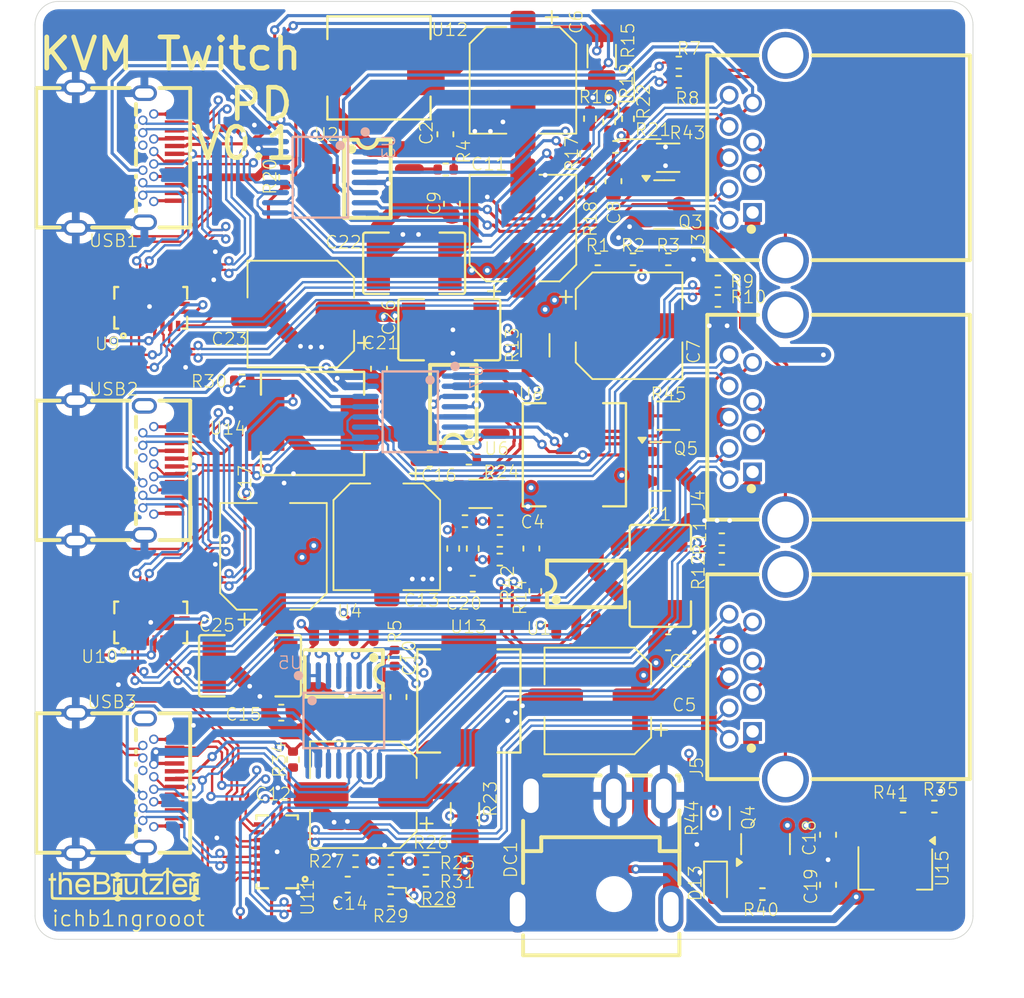
<source format=kicad_pcb>
(kicad_pcb (version 20241229) (generator "pcbnew") (generator_version "9.0")
  (layers (0 "F.Cu" signal) (4 "In1.Cu" signal) (6 "In2.Cu" signal) (2 "B.Cu" signal) (13 "F.Paste" user) (15 "B.Paste" user) (5 "F.SilkS" user "F.Silkscreen") (7 "B.SilkS" user "B.Silkscreen") (1 "F.Mask" user) (3 "B.Mask" user) (25 "Edge.Cuts" user))
  (net 0 "")
  (net 1 "+3V3")
  (net 2 "GND")
  (net 3 "Net-(U1-BST)")
  (net 4 "Net-(U1-CSN1)")
  (net 5 "Net-(U1-SW)")
  (net 6 "Net-(U1-FB)")
  (net 9 "/B_CC1")
  (net 10 "/A_CC1")
  (net 11 "/C_CC1")
  (net 12 "/A_CC2")
  (net 13 "/B_CC2")
  (net 14 "/C_CC2")
  (net 19 "Net-(D13-A)")
  (net 20 "+5V")
  (net 21 "/A2_SSRX+")
  (net 22 "/A1_SSRX+")
  (net 23 "/A_SSRX-")
  (net 24 "/A1_SSRX-")
  (net 25 "/A_SSTX+")
  (net 26 "/A1_SSTX+")
  (net 27 "/A2_SSRX-")
  (net 28 "/A_SSRX+")
  (net 29 "/A2_SSTX-")
  (net 30 "/A2_SSTX+")
  (net 31 "/A1_SSTX-")
  (net 32 "/A_SSTX-")
  (net 33 "/B1_SSRX-")
  (net 34 "/B1_SSTX+")
  (net 35 "/B2_SSTX+")
  (net 36 "/B2_SSTX-")
  (net 37 "/B2_SSRX-")
  (net 38 "/B1_SSRX+")
  (net 39 "/B1_SSTX-")
  (net 40 "/B2_SSRX+")
  (net 41 "/C2_SSTX-")
  (net 42 "/C1_SSTX-")
  (net 43 "/C1_SSRX+")
  (net 44 "/C2_SSRX-")
  (net 45 "/C2_SSTX+")
  (net 46 "/C2_SSRX+")
  (net 47 "/C1_SSTX+")
  (net 48 "/C1_SSRX-")
  (net 49 "+24V")
  (net 50 "Net-(C2-Pad1)")
  (net 51 "/A_D+")
  (net 52 "/A_D-")
  (net 53 "/C_D+")
  (net 54 "/C_D-")
  (net 55 "/B_D-")
  (net 56 "/B_D+")
  (net 57 "Net-(U2-SW)")
  (net 58 "Net-(C4-Pad1)")
  (net 59 "Net-(U2-CSN1)")
  (net 60 "Net-(C8-Pad1)")
  (net 61 "Net-(U4-SW)")
  (net 62 "Net-(C10-Pad1)")
  (net 63 "Net-(U4-CSN1)")
  (net 64 "Net-(U6-CSN1)")
  (net 65 "Net-(C14-Pad1)")
  (net 66 "Net-(U6-SW)")
  (net 67 "Net-(C16-Pad1)")
  (net 68 "Net-(C20-Pad1)")
  (net 69 "/USB_PD/USB2_VBUS")
  (net 70 "/USB_PD/USB2_GND")
  (net 71 "Net-(J3-D-)")
  (net 72 "Net-(J3-D+)")
  (net 73 "/USB_PD1/USB2_VBUS")
  (net 74 "Net-(J4-D-)")
  (net 75 "/USB_PD1/USB2_GND")
  (net 76 "Net-(J4-D+)")
  (net 77 "/USB_PD2/USB2_GND")
  (net 78 "Net-(J5-D-)")
  (net 79 "/USB_PD2/USB2_VBUS")
  (net 80 "Net-(J5-D+)")
  (net 81 "Net-(R1-Pad2)")
  (net 82 "Net-(U2-BST)")
  (net 83 "Net-(U4-BST)")
  (net 84 "Net-(U6-BST)")
  (net 85 "Net-(U3-VFB)")
  (net 86 "Net-(U2-FB)")
  (net 87 "Net-(U3-OPTO)")
  (net 88 "Net-(U5-VFB)")
  (net 89 "Net-(U4-FB)")
  (net 90 "Net-(U5-OPTO)")
  (net 91 "Net-(U7-VFB)")
  (net 92 "Net-(U6-FB)")
  (net 93 "Net-(U7-OPTO)")
  (net 94 "Net-(U2-CSN2)")
  (net 95 "/A_VBUS")
  (net 96 "Net-(U4-CSN2)")
  (net 97 "Net-(U6-CSN2)")
  (net 98 "/B_SSTX+")
  (net 99 "/B_SSRX+")
  (net 100 "/B_SSRX-")
  (net 101 "/B_SSTX-")
  (net 102 "/C_SSTX+")
  (net 103 "/C_SSRX+")
  (net 104 "/C_SSTX-")
  (net 105 "/C_SSRX-")
  (net 106 "/B_VBUS")
  (net 107 "/C_VBUS")
  (net 108 "Net-(Q3-G)")
  (net 109 "Net-(Q4-G)")
  (net 110 "Net-(Q5-G)")
  (net 111 "Net-(U9-SEL)")
  (net 112 "Net-(U10-SEL)")
  (net 113 "Net-(U11-SEL)")
  (net 114 "Net-(U15-ADJ)")
  (footprint "Capacitor_SMD:CP_Elec_6.3x7.7" (layer "F.Cu") (at 139.57 93.34 -90)
    (property "Reference" "C13")
    (property "Value" "100u")
  )
  (footprint "Capacitor_SMD:CP_Elec_6.3x7.7" (layer "F.Cu") (at 153.07 103.84 180)
    (property "Reference" "C5")
    (property "Value" "100u")
  )
  (footprint "Capacitor_SMD:C_0603_1608Metric" (layer "F.Cu") (at 142.32 88.34 180)
    (property "Reference" "C16")
    (property "Value" "100n")
  )
  (footprint "Capacitor_SMD:C_0603_1608Metric" (layer "F.Cu") (at 167.8 115.6 90)
    (property "Reference" "C19")
    (property "Value" "10u")
  )
  (footprint "Package_TO_SOT_SMD:SOT-89-3" (layer "F.Cu") (at 172.1 114.55 -90)
    (property "Reference" "U15")
    (property "Value" "LM317L_SOT-89")
  )
  (footprint "Package_TO_SOT_SMD:SOT-23" (layer "F.Cu") (at 163.8 113 90)
    (property "Reference" "Q4")
    (property "Value" "Q_PMOS_GSD")
  )
  (footprint "Resistor_SMD:R_0402_1005Metric" (layer "F.Cu") (at 155.32 75.59 180)
    (property "Reference" "R2")
    (property "Value" "8K")
  )
  (footprint "easyeda2kicad:VFQFN-20_L4.5-W2.5-P0.5-BL-EP" (layer "F.Cu") (at 124.47 78.69)
    (property "Reference" "U9")
    (property "Value" "CH482D")
  )
  (footprint "easyeda2kicad:VFQFN-20_L4.5-W2.5-P0.5-BL-EP" (layer "F.Cu") (at 124.47 98.815)
    (property "Reference" "U10")
    (property "Value" "CH482D")
  )
  (footprint "Resistor_SMD:R_0402_1005Metric" (layer "F.Cu") (at 172.6 110.6)
    (property "Reference" "R41")
    (property "Value" "8K")
  )
  (footprint "Capacitor_SMD:CP_Elec_6.3x7.7" (layer "F.Cu") (at 132.32 94.59 90)
    (property "Reference" "C17")
    (property "Value" "100u")
  )
  (footprint "easyeda2kicad:C1812" (layer "F.Cu") (at 157.07 95.84 -90)
    (property "Reference" "C1")
    (property "Value" "2u2")
  )
  (footprint "Resistor_SMD:R_0402_1005Metric" (layer "F.Cu") (at 130.32 83.34 180)
    (property "Reference" "R30")
    (property "Value" "0R")
  )
  (footprint "Resistor_SMD:R_0402_1005Metric" (layer "F.Cu") (at 152.57 71.09 -90)
    (property "Reference" "R18")
    (property "Value" "25K")
  )
  (footprint "easyeda2kicad:TYPE-C-SMD_TYPE-C-24P-QCHT" (layer "F.Cu") (at 122.835 69.09 -90)
    (property "Reference" "USB1")
    (property "Value" "HX TYPE-C 24P QCHT")
  )
  (footprint "Resistor_SMD:R_0402_1005Metric" (layer "F.Cu") (at 174.6 110.6)
    (property "Reference" "R35")
    (property "Value" "10K")
  )
  (footprint "easyeda2kicad:C1812" (layer "F.Cu") (at 130.82 101.59)
    (property "Reference" "C25")
    (property "Value" "2u2")
  )
  (footprint "Capacitor_SMD:C_0603_1608Metric" (layer "F.Cu") (at 145.07 96.34 180)
    (property "Reference" "C20")
    (property "Value" "100n")
  )
  (footprint "theBrutzler:thebrutzler_10mm_mod" (layer "F.Cu") (at 122.82 115.59)
    (property "Reference" "G***" (hide yes))
    (property "Value" "LOGO" (hide yes))
  )
  (footprint "Resistor_SMD:R_0402_1005Metric" (layer "F.Cu") (at 146.8 93.6)
    (property "Reference" "R38" (hide yes))
    (property "Value" "4K02")
  )
  (footprint "Capacitor_SMD:C_0603_1608Metric" (layer "F.Cu") (at 148.82 94.09 90)
    (property "Reference" "C4")
    (property "Value" "100n")
  )
  (footprint "Resistor_SMD:R_1206_3216Metric" (layer "F.Cu") (at 160.6 111.34 90)
    (property "Reference" "R44")
    (property "Value" "10m")
  )
  (footprint "Resistor_SMD:R_1206_3216Metric" (layer "F.Cu") (at 157.57 85.59)
    (property "Reference" "R45")
    (property "Value" "10m")
  )
  (footprint "easyeda2kicad:TYPE-C-SMD_TYPE-C-24P-QCHT" (layer "F.Cu") (at 122.835 89.09 -90)
    (property "Reference" "USB2")
    (property "Value" "HX TYPE-C 24P QCHT")
  )
  (footprint "LED_SMD:LED_0603_1608Metric" (layer "F.Cu") (at 160.6 115.6 -90)
    (property "Reference" "D13")
    (property "Value" "LED")
  )
  (footprint "Resistor_SMD:R_1206_3216Metric" (layer "F.Cu") (at 157.57 69.09)
    (property "Reference" "R43")
    (property "Value" "10m")
  )
  (footprint "easyeda2kicad:VFQFN-20_L4.5-W2.5-P0.5-BL-EP" (layer "F.Cu") (at 132.555 113.49 90)
    (property "Reference" "U11")
    (property "Value" "CH482D")
  )
  (footprint "easyeda2kicad:C1812" (layer "F.Cu") (at 141.32 75.84)
    (property "Reference" "C22")
    (property "Value" "2u2")
  )
  (footprint "Resistor_SMD:R_0402_1005Metric" (layer "F.Cu") (at 142.08 114.09 180)
    (property "Reference" "R25")
    (property "Value" "100K")
  )
  (footprint "Resistor_SMD:R_0402_1005Metric" (layer "F.Cu") (at 154.2 68.4)
    (property "Reference" "R21")
    (property "Value" "4K02")
  )
  (footprint "Capacitor_SMD:C_0603_1608Metric" (layer "F.Cu") (at 154.07 70.59 -90)
    (property "Reference" "C8")
    (property "Value" "100n")
  )
  (footprint "Resistor_SMD:R_0402_1005Metric" (layer "F.Cu") (at 137.57 114.09 180)
    (property "Reference" "R27")
    (property "Value" "25K")
  )
  (footprint "Resistor_SMD:R_0402_1005Metric" (layer "F.Cu") (at 149.07 96.83 90)
    (property "Reference" "R14")
    (property "Value" "20R")
  )
  (footprint "easyeda2kicad:IND-SMD_L7.1-W6.6_CXP0650" (layer "F.Cu") (at 139.07 63.34)
    (property "Reference" "U12")
    (property "Value" "CXP0650-220M-AG(22UH)")
  )
  (footprint "easyeda2kicad:IND-SMD_L7.1-W6.6_CXP0650" (layer "F.Cu") (at 134.82 86.09 180)
    (property "Reference" "U14")
    (property "Value" "CXP0650-220M-AG(22UH)")
  )
  (footprint "Resistor_SMD:R_0402_1005Metric" (layer "F.Cu") (at 133.57 107.59 90)
    (property "Reference" "R34")
    (property "Value" "0R")
  )
  (footprint "Capacitor_SMD:C_0603_1608Metric" (layer "F.Cu") (at 132.82 104.59)
    (property "Reference" "C15")
    (property "Value" "100n")
  )
  (footprint "Capacitor_SMD:CP_Elec_6.3x7.7" (layer "F.Cu") (at 155.07 79.84)
    (property "Reference" "C7")
    (property "Value" "100u")
  )
  (footprint "Resistor_SMD:R_0402_1005Metric" (layer "F.Cu") (at 153.07 75.59)
    (property "Reference" "R1")
    (property "Value" "100K")
  )
  (footprint "easyeda2kicad:USB-3.0-A-TH_HC-ST-003-01-Z" (layer "F.Cu") (at 163.27 69.09 90)
    (property "Reference" "J3")
    (property "Value" "USB3_A")
  )
  (footprint "Capacitor_SMD:C_0603_1608Metric" (layer "F.Cu") (at 139.07 82.59 -90)
    (property "Reference" "C21")
    (property "Value" "100n")
  )
  (footprint "Resistor_SMD:R_0402_1005Metric" (layer "F.Cu") (at 139.82 116.59)
    (property "Reference" "R29")
    (property "Value" "4K02")
  )
  (footprint "Resistor_SMD:R_0402_1005Metric" (layer "F.Cu") (at 133.07 70.34 90)
    (property "Reference" "R20")
    (property "Value" "0R")
  )
  (footprint "Resistor_SMD:R_0402_1005Metric" (layer "F.Cu") (at 140.07 101.09 -90)
    (property "Reference" "R5")
    (property "Value" "20R")
  )
  (footprint "Resistor_SMD:R_1206_3216Metric" (layer "F.Cu") (at 145.57 90.59)
    (property "Reference" "R24")
    (property "Value" "10m")
  )
  (footprint "Resistor_SMD:R_0402_1005Metric" (layer "F.Cu") (at 163.6 116.2 180)
    (property "Reference" "R40")
    (property "Value" "10K")
  )
  (footprint "Package_TO_SOT_SMD:SOT-23" (layer "F.Cu") (at 157.07 88.84)
    (property "Reference" "Q5")
    (property "Value" "Q_PMOS_GSD")
  )
  (footprint "Capacitor_SMD:C_0603_1608Metric" (layer "F.Cu") (at 157.57 100.09 180)
    (property "Reference" "C3")
    (property "Value" "100n")
  )
  (footprint "Resistor_SMD:R_0402_1005Metric" (layer "F.Cu") (at 160.75 77)
    (property "Reference" "R9")
    (property "Value" "22R")
  )
  (footprint "Capacitor_SMD:CP_Elec_6.3x7.7" (layer "F.Cu") (at 148.28 73.59 90)
    (property "Reference" "C11")
    (property "Value" "100u")
  )
  (footprint "easyeda2kicad:IND-SMD_L7.1-W6.6_CXP0650" (layer "F.Cu") (at 151.57 88.09 90)
    (property "Reference" "U8")
    (property "Value" "CXP0650-220M-AG(22UH)")
  )
  (footprint "Resistor_SMD:R_1206_3216Metric" (layer "F.Cu") (at 153.32 62.59 -90)
    (property "Reference" "R15")
    (property "Value" "10m")
  )
  (footprint "Resistor_SMD:R_0402_1005Metric" (layer "F.Cu") (at 143.34 69.84)
    (property "Reference" "R4")
    (property "Value" "20R")
  )
  (footprint "Capacitor_SMD:C_0603_1608Metric" (layer "F.Cu") (at 167.8 112.4 -90)
    (property "Reference" "C18")
    (property "Value" "10u")
  )
  (footprint "easyeda2kicad:USB-3.0-A-TH_HC-ST-003-01-Z" (layer "F.Cu") (at 163.27 85.69 90)
    (property "Reference" "J4")
    (property "Value" "USB3_A")
  )
  (footprint "Resistor_SMD:R_0402_1005Metric" (layer "F.Cu") (at 143.82 94.09 -90)
    (property "Reference" "R37" (hide yes))
    (property "Value" "25K")
  )
  (footprint "Resistor_SMD:R_1206_3216Metric" (layer "F.Cu") (at 144.57 111.09 -90)
    (property "Reference" "R23")
    (property "Value" "10m")
  )
  (footprint "Resistor_SMD:R_0402_1005Metric" (layer "F.Cu") (at 144.57 92.34)
    (property "Reference" "R33" (hide yes))
    (property "Value" "8K")
  )
  (footprint "easyeda2kicad:IND-SMD_L7.1-W6.6_CXP0650" (layer "F.Cu") (at 144.82 103.84 -90)
    (property "Reference" "U13")
    (property "Value" "CXP0650-220M-AG(22UH)")
  )
  (footprint "Capacitor_SMD:C_0603_1608Metric" (layer "F.Cu") (at 143.74 72.04 90)
    (property "Reference" "C9")
    (property "Value" "100n")
  )
  (footprint "Resistor_SMD:R_0402_1005Metric" (layer "F.Cu") (at 142.07 115.34)
    (property "Reference" "R31")
    (property "Value" "100K")
  )
  (footprint "Resistor_SMD:R_0402_1005Metric" (layer "F.Cu") (at 153.8 66.8 90)
    (property "Reference" "R19")
    (property "Value" "4K02")
  )
  (footprint "Resistor_SMD:R_0402_1005Metric" (layer "F.Cu") (at 155 66.6 90)
    (property "Reference" "R22")
    (property "Value" "100K")
  )
  (footprint "Capacitor_SMD:C_0603_1608Metric" (layer "F.Cu") (at 143.32 67.59 90)
    (property "Reference" "C2")
    (property "Value" "100n")
  )
  (footprint "easyeda2kicad:SOP-8_L4.9-W3.9-P1.27-LS6.0-BL" (layer "F.Cu") (at 138.34 70.44 -90)
    (property "Reference" "U2")
    (property "Value" "NDP1360KC")
  )
  (footprint "Resistor_SMD:R_0402_1005Metric" (layer "F.Cu") (at 152.32 68.84 90)
    (property "Reference" "R17")
    (property "Value" "8K")
  )
  (footprint "Capacitor_SMD:CP_Elec_6.3x7.7" (layer "F.Cu") (at 138.07 109.84 180)
    (property "Reference" "C12")
    (property "Value" "100u")
  )
  (footprint "Resistor_SMD:R_1206_3216Metric" (layer "F.Cu") (at 149.07 81.09 90)
    (property "Reference" "R13")
    (property "Value" "10m")
  )
  (footprint "Resistor_SMD:R_0402_1005Metric" (layer "F.Cu") (at 158.25 63)
    (property "Reference" "R7")
    (property "Value" "22R")
  )
  (footprint "Resistor_SMD:R_0402_1005Metric" (layer "F.Cu") (at 145.07 94.09 -90)
    (property "Reference" "R39" (hide yes))
    (property "Value" "4K02")
  )
  (footprint "easyeda2kicad:SOP-8_L4.9-W3.9-P1.27-LS6.0-BL" (layer "F.Cu") (at 152.32 96.34)
    (property "Reference" "U1")
    (property "Value" "NDP1360KC")
  )
  (footprint "Package_TO_SOT_SMD:SOT-23" (layer "F.Cu") (at 157.32 72.09)
    (property "Reference" "Q3")
    (property "Value" "Q_PMOS_GSD")
  )
  (footprint "Resistor_SMD:R_0402_1005Metric" (layer "F.Cu") (at 144.82 88.34 180)
    (property "Reference" "R6" (hide yes))
    (property "Value" "20R")
  )
  (footprint "easyeda2kicad:C1812" (layer "F.Cu") (at 143.57 80.09 180)
    (property "Reference" "C26")
    (property "Value" "2u2")
  )
  (footprint "Capacitor_SMD:CP_Elec_6.3x7.7" (layer "F.Cu") (at 134.07 79.09 180)
    (property "Reference" "C23")
    (property "Value" "100u")
  )
  (footprint "Resistor_SMD:R_0402_1005Metric" (layer "F.Cu") (at 160.75 78.25 180)
    (property "Reference" "R10")
    (property "Value" "22R")
  )
  (footprint "Resistor_SMD:R_0402_1005Metric" (layer "F.Cu") (at 161 94.75 180)
    (property "Reference" "R12")
    (property "Value" "22R")
  )
  (footprint "easyeda2kicad:TYPE-C-SMD_TYPE-C-24P-QCHT" (layer "F.Cu") (at 122.835 109.09 -90)
    (property "Reference" "USB3")
    (property "Value" "HX TYPE-C 24P QCHT")
  )
  (footprint "Resistor_SMD:R_0402_1005Metric" (layer "F.Cu") (at 139.83 114.09)
    (property "Reference" "R26")
    (property "Value" "8K")
  )
  (footprint "Capacitor_SMD:C_0603_1608Metric" (layer "F.Cu") (at 137.07 115.59 180)
    (property "Reference" "C14")
    (property "Value" "100n")
  )
  (footprint "Capacitor_SMD:C_0603_1608Metric" (layer "F.Cu") (at 140.32 103.59 -90)
    (property "Reference" "C10")
    (property "Value" "100n")
  )
  (footprint "Resistor_SMD:R_0402_1005Metric" (layer "F.Cu") (at 146.8 94.8)
    (property "Reference" "R42")
    (property "Value" "100K")
  )
  (footprint "Resistor_SMD:R_0402_1005Metric" (layer "F.Cu") (at 161 93.5)
    (property "Reference" "R11")
    (property "Value" "22R")
  )
  (footprint "easyeda2kicad:USB-3.0-A-TH_HC-ST-003-01-Z" (layer "F.Cu") (at 163.27 102.29 90)
    (property "Reference" "J5")
    (property "Value" "USB3_A")
  )
  (footprint "easyeda2kicad:SOP-8_L4.9-W3.9-P1.27-LS6.0-BL" (layer "F.Cu") (at 136.82 102.09 180)
    (property "Reference" "U4")
    (property "Value" "NDP1360KC")
  )
  (footprint "Resistor_SMD:R_0402_1005Metric" (layer "F.Cu") (at 158.25 64.25 180)
    (property "Reference" "R8")
    (property "Value" "22R")
  )
  (footprint "Resistor_SMD:R_0402_1005Metric" (layer "F.Cu") (at 152.57 66.59 -90)
    (property "Reference" "R16")
    (property "Value" "100K")
  )
  (footprint "easyeda2kicad:SOP-8_L4.9-W3.9-P1.27-LS6.0-BL" (layer "F.Cu") (at 143.82 84.84 90)
    (property "Reference" "U6")
    (property "Value" "NDP1360KC")
  )
  (footprint "easyeda2kicad:DC-IN-TH_DC-044A-25A" (layer "F.Cu") (at 152.84 113.5275 90)
    (property "Reference" "DC1")
    (property "Value" "DC-044A-25" (hide yes))
  )
  (footprint "Capacitor_SMD:CP_Elec_6.3x7.7" (layer "F.Cu") (at 148.28 64.14 -90)
    (property "Reference" "C6")
    (property "Value" "100u")
  )
  (footprint "Resistor_SMD:R_0402_1005Metric" (layer "F.Cu") (at 139.82 115.34)
    (property "Reference" "R28")
    (property "Value" "4K02")
  )
  (footprint "Resistor_SMD:R_0402_1005Metric" (layer "F.Cu") (at 146.82 92.34 180)
    (property "Reference" "R32" (hide yes))
    (property "Value" "100K")
  )
  (footprint "Resistor_SMD:R_0402_1005Metric" (layer "F.Cu") (at 157.58 75.59)
    (property "Reference" "R3")
    (property "Value" "25K")
  )
  (footprint "easyeda2kicad:TSSOP-16_L5.0-W4.4-P0.65-LS6.4-BL" (layer "B.Cu") (at 135.32 70.34 -90)
    (property "Reference" "U3")
    (property "Value" "XPD738B20")
  )
  (footprint "easyeda2kicad:TSSOP-16_L5.0-W4.4-P0.65-LS6.4-BL" (layer "B.Cu") (at 136.82 105.09)
    (property "Reference" "U5")
    (property "Value" "XPD738B20")
  )
  (footprint "easyeda2kicad:TSSOP-16_L5.0-W4.4-P0.65-LS6.4-BL" (layer "B.Cu") (at 141.07 85.34 -90)
    (property "Reference" "U7")
    (property "Value" "XPD738B20")
  )
  (gr_line (start 155.4 65.5) (end 155.4 63.4) (stroke (width 0.1)) (layer "F.SilkS"))
  (gr_line (start 139.983641 113.5275) (end 139.801141 113.71) (stroke (width 0.1)) (layer "F.SilkS"))
  (gr_line (start 154.4 65.5) (end 155.4 65.5) (stroke (width 0.1)) (layer "F.SilkS"))
  (gr_line (start 154.6 67.9) (end 154.353641 67.9) (stroke (width 0.1)) (layer "F.SilkS"))
  (gr_line (start 141.7 117) (end 140.8 116.1) (stroke (width 0.1)) (layer "F.SilkS"))
  (gr_line (start 154.18 66.646359) (end 154.4 66.426359) (stroke (width 0.1)) (layer "F.SilkS"))
  (gr_line (start 154.2 68.02) (end 154.353641 67.9) (stroke (width 0.1)) (layer "F.SilkS"))
  (gr_line (start 140.5 113.5275) (end 139.983641 113.5275) (stroke (width 0.1)) (layer "F.SilkS"))
  (gr_line (start 143 113.5275) (end 140.5 113.5275) (stroke (width 0.1)) (layer "F.SilkS"))
  (gr_line (start 154.4 66.426359) (end 154.4 65.5) (stroke (width 0.1)) (layer "F.SilkS"))
  (gr_line (start 143.9 117) (end 141.7 117) (stroke (width 0.1)) (layer "F.SilkS"))
  (gr_line (start 157.1 67.9) (end 154.6 67.9) (stroke (width 0.1)) (layer "F.SilkS"))
  (gr_line (start 140.8 115.8) (end 139.973641 115.8) (stroke (width 0.1)) (layer "F.SilkS"))
  (gr_line (start 140.8 116.1) (end 140.8 115.8) (stroke (width 0.1)) (layer "F.SilkS"))
  (gr_line (start 118.57 119.09) (end 175.57 119.09) (stroke (width 0.05)) (layer "Edge.Cuts"))
  (gr_line (start 177.07 117.59) (end 177.07 60.59) (stroke (width 0.05)) (layer "Edge.Cuts"))
  (gr_arc (start 175.57 59.09) (mid 176.63066 59.52934) (end 177.07 60.59) (stroke (width 0.05)) (layer "Edge.Cuts"))
  (gr_arc (start 118.57 119.09) (mid 117.50934 118.65066) (end 117.07 117.59) (stroke (width 0.05)) (layer "Edge.Cuts"))
  (gr_arc (start 177.07 117.59) (mid 176.63066 118.65066) (end 175.57 119.09) (stroke (width 0.05)) (layer "Edge.Cuts"))
  (gr_line (start 117.07 117.59) (end 117.07 60.59) (stroke (width 0.05)) (layer "Edge.Cuts"))
  (gr_line (start 175.57 59.09) (end 118.57 59.09) (stroke (width 0.05)) (layer "Edge.Cuts"))
  (gr_arc (start 117.07 60.59) (mid 117.50934 59.52934) (end 118.57 59.09) (stroke (width 0.05)) (layer "Edge.Cuts"))
  (gr_text "ichb1ngrooot" (at 118.07 118.34 0) (layer "F.SilkS") (effects (font (size 1 1) (thickness 0.1)) (justify left bottom)))
  (gr_text "V0.1" (at 127.07 69.34 0) (layer "F.SilkS") (effects (font (size 2 2) (thickness 0.3)) (justify left bottom)))
  (gr_text "KVM Twitch \n        PD\n" (at 117.145 66.84 0) (layer "F.SilkS") (effects (font (size 2 2) (thickness 0.3)) (justify left bottom)))
  (segment (start 172.09 110.6) (end 172.09 112.6775) (width 1) (layer "F.Cu") (net 1))
  (segment (start 132.2 118.330684) (end 135.5 118.330684) (width 0.5) (layer "F.Cu") (net 1))
  (segment (start 133.715 113.24) (end 134.287 113.24) (width 0.2) (layer "F.Cu") (net 1))
  (segment (start 118 99.1) (end 118 100.9) (width 0.5) (layer "F.Cu") (net 1))
  (segment (start 132.805 111.33) (end 132.805 110.505) (width 0.2) (layer "F.Cu") (net 1))
  (segment (start 132.805 115.65) (end 132.805 116.045057) (width 0.2) (layer "F.Cu") (net 1))
  (segment (start 124.72 100.68) (end 124.5 100.9) (width 0.2) (layer "F.Cu") (net 1))
  (segment (start 124.72 80.58) (end 124.5 80.8) (width 0.2) (layer "F.Cu") (net 1))
  (segment (start 118.5 118.330684) (end 130.2 118.330684) (width 0.5) (layer "F.Cu") (net 1))
  (segment (start 122.31 99.065) (end 118.035 99.065) (width 0.2) (layer "F.Cu") (net 1))
  (segment (start 135.5 114.453) (end 135.5 118.330684) (width 0.2) (layer "F.Cu") (net 1))
  (segment (start 132.4 110.1) (end 131.8 110.1) (width 0.2) (layer "F.Cu") (net 1))
  (segment (start 132.805 116.045057) (end 132.2 116.650057) (width 0.2) (layer "F.Cu") (net 1))
  (segment (start 118.035 99.065) (end 118 99.1) (width 0.2) (layer "F.Cu") (net 1))
  (segment (start 124.72 99.975) (end 124.72 100.68) (width 0.2) (layer "F.Cu") (net 1))
  (segment (start 118.56 78.94) (end 118 79.5) (width 0.5) (layer "F.Cu") (net 1))
  (segment (start 169.6 116.375) (end 167.8 116.375) (width 1) (layer "F.Cu") (net 1))
  (segment (start 130.2 117.3) (end 130.2 118.330684) (width 0.2) (layer "F.Cu") (net 1))
  (segment (start 134.287 113.24) (end 135.5 114.453) (width 0.2) (layer "F.Cu") (net 1))
  (segment (start 126.63 78.94) (end 127.36 78.94) (width 0.2) (layer "F.Cu") (net 1))
  (segment (start 118 100.9) (end 118 117.830684) (width 0.5) (layer "F.Cu") (net 1))
  (segment (start 172.1 115.3) (end 171.025 116.375) (width 1) (layer "F.Cu") (net 1))
  (segment (start 172.1 112.6875) (end 172.1 115.3) (width 1) (layer "F.Cu") (net 1))
  (segment (start 127.36 78.94) (end 127.8 78.5) (width 0.2) (layer "F.Cu") (net 1))
  (segment (start 118 80.8) (end 118 99.1) (width 0.5) (layer "F.Cu") (net 1))
  (segment (start 172.09 112.6775) (end 172.1 112.6875) (width 1) (layer "F.Cu") (net 1))
  (segment (start 124.5 80.8) (end 124.345 80.8) (width 0.2) (layer "F.Cu") (net 1))
  (segment (start 132.805 110.505) (end 132.4 110.1) (width 0.2) (layer "F.Cu") (net 1))
  (segment (start 127.435 99.065) (end 127.9 98.6) (width 0.2) (layer "F.Cu") (net 1))
  (segment (start 124.72 79.85) (end 124.72 80.58) (width 0.2) (layer "F.Cu") (net 1))
  (segment (start 122.1 80.8) (end 118 80.8) (width 0.2) (layer "F.Cu") (net 1))
  (segment (start 122.31 78.94) (end 118.56 78.94) (width 0.2) (layer "F.Cu") (net 1))
  (segment (start 147.4 114.6) (end 155.5 114.6) (width 0.5) (layer "F.Cu") (net 1))
  (segment (start 118 79.5) (end 118 80.8) (width 0.5) (layer "F.Cu") (net 1))
  (segment (start 130.2 118.330684) (end 132.2 118.330684) (width 0.5) (layer "F.Cu") (net 1))
  (segment (start 132.2 116.650057) (end 132.2 118.330684) (width 0.2) (layer "F.Cu") (net 1))
  (segment (start 118 117.830684) (end 118.5 118.330684) (width 0.5) (layer "F.Cu") (net 1))
  (segment (start 135.5 118.330684) (end 143.669316 118.330684) (width 0.5) (layer "F.Cu") (net 1))
  (segment (start 171.025 116.375) (end 169.6 116.375) (width 1) (layer "F.Cu") (net 1))
  (segment (start 143.669316 118.330684) (end 147.4 114.6) (width 0.5) (layer "F.Cu") (net 1))
  (segment (start 122 100.9) (end 118 100.9) (width 0.2) (layer "F.Cu") (net 1))
  (segment (start 126.63 99.065) (end 127.435 99.065) (width 0.2) (layer "F.Cu") (net 1))
  (via (at 169.6 116.375) (size 0.6) (drill 0.3) (layers "F.Cu" "B.Cu") (net 1))
  (via (at 127.8 78.5) (size 0.6) (drill 0.3) (layers "F.Cu" "B.Cu") (net 1))
  (via (at 127.9 98.6) (size 0.6) (drill 0.3) (layers "F.Cu" "B.Cu") (net 1))
  (via (at 131.8 110.1) (size 0.6) (drill 0.3) (layers "F.Cu" "B.Cu") (net 1))
  (via (at 130.2 117.3) (size 0.6) (drill 0.3) (layers "F.Cu" "B.Cu") (net 1))
  (via (at 122.1 80.8) (size 0.6) (drill 0.3) (layers "F.Cu" "B.Cu") (net 1))
  (via (at 122 100.9) (size 0.6) (drill 0.3) (layers "F.Cu" "B.Cu") (net 1))
  (via (at 155.5 114.6) (size 0.6) (drill 0.3) (layers "F.Cu" "B.Cu") (net 1))
  (via (at 124.345 80.8) (size 0.6) (drill 0.3) (layers "F.Cu" "B.Cu") (net 1))
  (via (at 124.5 100.9) (size 0.6) (drill 0.3) (layers "F.Cu" "B.Cu") (net 1))
  (segment (start 130.2 111.6) (end 130.2 117.3) (width 0.2) (layer "B.Cu") (net 1))
  (segment (start 124.5 80.8) (end 124.345 80.8) (width 0.2) (layer "B.Cu") (net 1))
  (segment (start 127.9 98.6) (end 125.9 98.6) (width 0.2) (layer "B.Cu") (net 1))
  (segment (start 169.6 116.375) (end 168.175 117.8) (width 0.5) (layer "B.Cu") (net 1))
  (segment (start 125.9 98.6) (end 124.5 100) (width 0.2) (layer "B.Cu") (net 1))
  (segment (start 127.8 78.5) (end 126.8 78.5) (width 0.2) (layer "B.Cu") (net 1))
  (segment (start 126.8 78.5) (end 124.5 80.8) (width 0.2) (layer "B.Cu") (net 1))
  (segment (start 124.5 100) (end 124.5 100.9) (width 0.2) (layer "B.Cu") (net 1))
  (segment (start 131.8 110.1) (end 131.7 110.1) (width 0.2) (layer "B.Cu") (net 1))
  (segment (start 124.5 100.9) (end 122 100.9) (width 0.2) (layer "B.Cu") (net 1))
  (segment (start 160.851681 117.8) (end 157.651681 114.6) (width 0.5) (layer "B.Cu") (net 1))
  (segment (start 168.175 117.8) (end 160.851681 117.8) (width 0.5) (layer "B.Cu") (net 1))
  (segment (start 124.345 80.8) (end 122.1 80.8) (width 0.2) (layer "B.Cu") (net 1))
  (segment (start 131.7 110.1) (end 130.2 111.6) (width 0.2) (layer "B.Cu") (net 1))
  (segment (start 157.651681 114.6) (end 155.5 114.6) (width 0.5) (layer "B.Cu") (net 1))
  (segment (start 157.75 93.55) (end 158.7 92.6) (width 1) (layer "F.Cu") (net 2))
  (segment (start 146.65 72.330761) (end 146.65 72.130761) (width 0.2) (layer "F.Cu") (net 2))
  (segment (start 156.1075 69.09) (end 156.89 69.09) (width 1) (layer "F.Cu") (net 2))
  (segment (start 139.03 75.84) (end 139.03 75.57) (width 1) (layer "F.Cu") (net 2))
  (segment (start 122.72 99.565) (end 123.47 98.815) (width 0.2) (layer "F.Cu") (net 2))
  (segment (start 134.1 81.2) (end 134.7 81.2) (width 1) (layer "F.Cu") (net 2))
  (segment (start 140.44 82.94) (end 141.14 82.94) (width 1) (layer "F.Cu") (net 2))
  (segment (start 124.22 78.44) (end 124.39 78.61) (width 0.2) (layer "F.Cu") (net 2))
  (segment (start 146.119239 71.6) (end 146 71.6) (width 0.2) (layer "F.Cu") (net 2))
  (segment (start 156.1075 85.59) (end 156.1175 85.6) (width 0.2) (layer "F.Cu") (net 2))
  (segment (start 137.035568 111.551) (end 137.050388 111.551) (width 1) (layer "F.Cu") (net 2))
  (segment (start 143.82 95.18) (end 143.6 95.4) (width 0.2) (layer "F.Cu") (net 2))
  (segment (start 125.995 106.3) (end 124.675 106.3) (width 0.2) (layer "F.Cu") (net 2))
  (segment (start 143.74 72.815) (end 143.341 72.416) (width 1) (layer "F.Cu") (net 2))
  (segment (start 148.28 66.84) (end 146.76 66.84) (width 1) (layer "F.Cu") (net 2))
  (segment (start 154.07 71.365) (end 152.805 71.365) (width 0.2) (layer "F.Cu") (net 2))
  (segment (start 124.22 98.565) (end 124.47 98.815) (width 0.2) (layer "F.Cu") (net 2))
  (segment (start 139.03 73.57) (end 140.26 72.34) (width 1) (layer "F.Cu") (net 2))
  (segment (start 124.72 98.565) (end 124.47 98.815) (width 0.2) (layer "F.Cu") (net 2))
  (segment (start 122.72 79.44) (end 123.47 78.69) (width 0.2) (layer "F.Cu") (net 2))
  (segment (start 126.63 78.44) (end 124.72 78.44) (width 0.2) (layer "F.Cu") (net 2))
  (segment (start 148.28 70.89) (end 148.28 66.84) (width 1) (layer "F.Cu") (net 2))
  (segment (start 144.295 96.095) (end 143.6 95.4) (width 0.2) (layer "F.Cu") (net 2))
  (segment (start 132.555 114.49) (end 132.555 113.49) (width 0.2) (layer "F.Cu") (net 2))
  (segment (start 160.6 114.8125) (end 159.6125 114.8125) (width 0.2) (layer "F.Cu") (net 2))
  (segment (start 157.07 93.55) (end 157.75 93.55) (width 1) (layer "F.Cu") (net 2))
  (segment (start 132.305 113.24) (end 132.555 113.49) (width 0.2) (layer "F.Cu") (net 2))
  (segment (start 131.99 79.09) (end 133.6 80.7) (width 1) (layer "F.Cu") (net 2))
  (segment (start 133.715 115.24) (end 133.305 115.24) (width 0.2) (layer "F.Cu") (net 2))
  (segment (start 125.995 111.84) (end 124.715 111.84) (width 0.2) (layer "F.Cu") (net 2))
  (segment (start 159.462354 112.8025) (end 159.404669 112.860185) (width 0.5) (layer "F.Cu") (net 2))
  (segment (start 152.805 71.365) (end 152.57 71.6) (width 0.2) (layer "F.Cu") (net 2))
  (segment (start 158.61 100.09) (end 159.25 99.45) (width 0.5) (layer "F.Cu") (net 2))
  (segment (start 155.422371 86.591) (end 151.270691 86.591) (width 0.2) (layer "F.Cu") (net 2))
  (segment (start 136 111.6) (end 136.2 111.6) (width 1) (layer "F.Cu") (net 2))
  (segment (start 135.37 109.84) (end 135.37 110.97) (width 1) (layer "F.Cu") (net 2))
  (segment (start 122.72 79.85) (end 122.72 79.44) (width 0.2) (layer "F.Cu") (net 2))
  (segment (start 161.34 79.84) (end 161.340002 79.84) (width 1) (layer "F.Cu") (net 2))
  (segment (start 133.6 80.7) (end 134.05 81.15) (width 1) (layer "F.Cu") (net 2))
  (segment (start 157.07 93.55) (end 154.33 93.55) (width 1) (layer "F.Cu") (net 2))
  (segment (start 167.8 113.175) (end 167.8 114) (width 1) (layer "F.Cu") (net 2))
  (segment (start 156.1075 69.09) (end 156.71 69.09) (width 1) (layer "F.Cu") (net 2))
  (segment (start 143.82 94.6) (end 143.82 95.18) (width 0.2) (layer "F.Cu") (net 2))
  (segment (start 156.89 69.09) (end 157.4 69.6) (width 1) (layer "F.Cu") (net 2))
  (segment (start 133.715 113.74) (end 132.805 113.74) (width 0.2) (layer "F.Cu") (net 2))
  (segment (start 141.096 72.416) (end 141.02 72.34) (width 1) (layer "F.Cu") (net 2))
  (segment (start 123.47 98.815) (end 124.47 98.815) (width 0.2) (layer "F.Cu") (net 2))
  (segment (start 139.315 81.815) (end 140.44 82.94) (width 1) (layer "F.Cu") (net 2))
  (segment (start 160.6 112.8025) (end 159.462354 112.8025) (width 0.5) (layer "F.Cu") (net 2))
  (segment (start 150.37 103.84) (end 148.56 103.84) (width 1) (layer "F.Cu") (net 2))
  (segment (start 122.31 78.44) (end 124.22 78.44) (width 0.2) (layer "F.Cu") (net 2))
  (segment (start 137.052445 111.548943) (end 137.052443 111.54893) (width 1) (layer "F.Cu") (net 2))
  (segment (start 123.47 78.69) (end 124.47 78.69) (width 0.2) (layer "F.Cu") (net 2))
  (segment (start 139.57 96.04) (end 141.2 96.04) (width 1) (layer "F.Cu") (net 2))
  (segment (start 145.86 80.09) (end 145.85 80.1) (width 1) (layer "F.Cu") (net 2))
  (segment (start 146.76 66.84) (end 146.2 67.4) (width 1) (layer "F.Cu") (net 2))
  (segment (start 142.46 82.94) (end 143.8 81.600002) (width 1) (layer "F.Cu") (net 2))
  (segment (start 132.305 115.65) (end 132.305 113.74) (width 0.2) (layer "F.Cu") (net 2))
  (segment (start 136.295 116.695) (end 136.3 116.7) (width 0.2) (layer "F.Cu") (net 2))
  (segment (start 131.45 103.55) (end 130.8 102.9) (width 1) (layer "F.Cu") (net 2))
  (segment (start 132.32 90.58) (end 133 89.9) (width 1) (layer "F.Cu") (net 2))
  (segment (start 132.045 104.830796) (end 132.045 104.59) (width 1) (layer "F.Cu") (net 2))
  (segment (start 134.184796 105.791) (end 133.005204 105.791) (width 1) (layer "F.Cu") (net 2))
  (segment (start 124.22 78.94) (end 124.47 78.69) (width 0.2) (layer "F.Cu") (net 2))
  (segment (start 158.345 100.09) (end 158.61 100.09) (width 0.5) (layer "F.Cu") (net 2))
  (segment (start 137.06 114.09) (end 136.59 114.09) (width 0.2) (layer "F.Cu") (net 2))
  (segment (start 124.675 86.3) (end 124.665 86.29) (width 0.2) (layer "F.Cu") (net 2))
  (segment (start 157.5 86.3) (end 156.911 86.889) (width 0.2) (layer "F.Cu") (net 2))
  (segment (start 158.7 92.6) (end 159 92.3) (width 1) (layer "F.Cu") (net 2))
  (segment (start 132.305 111.33) (end 132.305 113.24) (width 0.2) (layer "F.Cu") (net 2))
  (segment (start 134.92 105.055796) (end 134.184796 105.791) (width 1) (layer "F.Cu") (net 2))
  (segment (start 125.995 86.3) (end 124.675 86.3) (width 0.2) (layer "F.Cu") (net 2))
  (segment (start 137.050388 111.551) (end 137.052445 111.548943) (width 1) (layer "F.Cu") (net 2))
  (segment (start 156.71 69.09) (end 157.4 68.4) (width 1) (layer "F.Cu") (net 2))
  (segment (start 136.2 111.6) (end 136.654648 111.6) (width 1) (layer "F.Cu") (net 2))
  (segment (start 140.6 74) (end 141.6 74) (width 1) (layer "F.Cu") (net 2))
  (segment (start 147.8 104.6) (end 147.3 105.1) (width 1) (layer "F.Cu") (net 2))
  (segment (start 147.319239 73) (end 146.65 72.330761) (width 0.2) (layer "F.Cu") (net 2))
  (segment (start 133.305 115.24) (end 132.555 114.49) (width 0.2) (layer "F.Cu") (net 2))
  (segment (start 151.270691 86.591) (end 151.040924 86.820767) (width 0.2) (layer "F.Cu") (net 2))
  (segment (start 136.295 115.59) (end 136.295 116.695) (width 0.2) (layer "F.Cu") (net 2))
  (segment (start 160.7 92.3) (end 161.5 92.3) (width 1) (layer "F.Cu") (net 2))
  (segment (start 141.14 82.94) (end 142.46 82.94) (width 1) (layer "F.Cu") (net 2))
  (segment (start 137.968273 111.6) (end 139.431536 113.063263) (width 1) (layer "F.Cu") (net 2))
  (segment (start 132.32 91.89) (end 132.32 90.58) (width 1) (layer "F.Cu") (net 2))
  (segment (start 136.654648 111.6) (end 136.719225 111.535423) (width 1) (layer "F.Cu") (net 2))
  (segment (start 125.995 66.3) (end 124.675 66.3) (width 0.2) (layer "F.Cu") (net 2))
  (segment (start 161.340002 79.84) (end 160.2 79.84) (width 1) (layer "F.Cu") (net 2))
  (segment (start 141.2 96.04) (end 141.9 96.04) (width 1) (layer "F.Cu") (net 2))
  (segment (start 137.052443 111.54893) (end 137.103513 111.6) (width 1) (layer "F.Cu") (net 2))
  (segment (start 159.6125 114.8125) (end 159.6 114.8) (width 0.2) (layer "F.Cu") (net 2))
  (segment (start 155.720371 86.889) (end 155.422371 86.591) (width 0.2) (layer "F.Cu") (net 2))
  (segment (start 132.045 104.59) (end 132.045 104.145) (width 1) (layer "F.Cu") (net 2))
  (segment (start 156.1175 85.6) (end 157.5 85.6) (width 0.2) (layer "F.Cu") (net 2))
  (segment (start 156.911 86.889) (end 155.720371 86.889) (width 0.2) (layer "F.Cu") (net 2))
  (segment (start 124.675 66.3) (end 124.665 66.29) (width 0.2) (layer "F.Cu") (net 2))
  (segment (start 154.33 93.55) (end 154.22 93.66) (width 1) (layer "F.Cu") (net 2))
  (segment (start 137.103513 111.6) (end 137.968273 111.6) (width 1) (layer "F.Cu") (net 2))
  (segment (start 124.715 91.84) (end 124.665 91.89) (width 0.2) (layer "F.Cu") (net 2))
  (segment (start 133.005204 105.791) (end 132.045 104.830796) (width 1) (layer "F.Cu") (net 2))
  (segment (start 148.56 103.84) (end 148.25 104.15) (width 1) (layer "F.Cu") (net 2))
  (segment (start 146.65 72.130761) (end 146.119239 71.6) (width 0.2) (layer "F.Cu") (net 2))
  (segment (start 139.03 75.57) (end 140.6 74) (width 1) (layer "F.Cu") (net 2))
  (segment (start 134.7 81.2) (end 135.4 81.2) (width 1) (layer "F.Cu") (net 2))
  (segment (start 157.5 85.6) (end 157.5 86.3) (width 0.2) (layer "F.Cu") (net 2))
  (segment (start 124.72 78.44) (end 124.47 78.69) (width 0.2) (layer "F.Cu") (net 2))
  (segment (start 126.63 98.565) (end 124.72 98.565) (width 0.2) (layer "F.Cu") (net 2))
  (segment (start 129.49 101.59) (end 130.8 102.9) (width 1) (layer "F.Cu") (net 2))
  (segment (start 139.07 81.815) (end 139.315 81.815) (width 1) (layer "F.Cu") (net 2))
  (segment (start 151.8 71.6) (end 150.4 73) (width 0.2) (layer "F.Cu") (net 2))
  (segment (start 148.25 104.15) (end 147.8 104.6) (width 1) (layer "F.Cu") (net 2))
  (segment (start 125.995 71.84) (end 124.715 71.84) (width 0.2) (layer "F.Cu") (net 2))
  (segment (start 136.59 114.09) (end 136.2 113.7) (width 0.2) (layer "F.Cu") (net 2))
  (segment (start 157.77 79.84) (end 160.2 79.84) (width 1) (layer "F.Cu") (net 2))
  (segment (start 150.4 73) (end 147.319239 73) (width 0.2) (layer "F.Cu") (net 2))
  (segment (start 167.8 114) (end 167.8 114.825) (width 1) (layer "F.Cu") (net 2))
  (segment (start 141.9 96.04) (end 142.46 96.04) (width 1) (layer "F.Cu") (net 2))
  (segment (start 159.2 75.6) (end 159.19 75.59) (width 0.5) (layer "F.Cu") (net 2))
  (segment (start 124.715 111.84) (end 124.665 111.89) (width 0.2) (layer "F.Cu") (net 2))
  (segment (start 159.9 92.3) (end 160.7 92.3) (width 1) (layer "F.Cu") (net 2))
  (segment (start 131.37 79.09) (end 131.99 79.09) (width 1) (layer "F.Cu") (net 2))
  (segment (start 124.22 79.85) (end 124.22 78.94) (width 0.2) (layer "F.Cu") (net 2))
  (segment (start 124.22 99.065) (end 124.47 98.815) (width 0.2) (layer "F.Cu") (net 2))
  (segment (start 125.995 91.84) (end 124.715 91.84) (width 0.2) (layer "F.Cu") (net 2))
  (segment (start 139.03 75.84) (end 139.03 73.57) (width 1) (layer "F.Cu") (net 2))
  (segment (start 175.11 110.6) (end 175.11 109.71) (width 0.5) (layer "F.Cu") (net 2))
  (segment (start 144.295 96.34) (end 144.295 96.095) (width 0.2) (layer "F.Cu") (net 2))
  (segment (start 134.05 81.15) (end 134.1 81.2) (width 1) (layer "F.Cu") (net 2))
  (segment (start 159 92.3) (end 159.9 92.3) (width 1) (layer "F.Cu") (net 2))
  (segment (start 152.57 71.6) (end 151.8 71.6) (width 0.2) (layer "F.Cu") (net 2))
  (segment (start 136.719225 111.535423) (end 137.019991 111.535423) (width 1) (layer "F.Cu") (net 2))
  (segment (start 133 89.9) (end 133.6 89.3) (width 1) (layer "F.Cu") (net 2))
  (segment (start 122.31 98.565) (end 124.22 98.565) (width 0.2) (layer "F.Cu") (net 2))
  (segment (start 135.37 110.97) (end 136 111.6) (width 1) (layer "F.Cu") (net 2))
  (segment (start 140.26 72.34) (end 141.02 72.34) (width 1) (layer "F.Cu") (net 2))
  (segment (start 159.404669 112.860185) (end 159.404669 113.014571) (width 0.5) (layer "F.Cu") (net 2))
  (segment (start 128.53 101.59) (end 129.49 101.59) (width 1) (layer "F.Cu") (net 2))
  (segment (start 175.11 109.71) (end 175 109.6) (width 0.5) (layer "F.Cu") (net 2))
  (segment (start 134.92 104.77) (end 134.92 105.055796) (width 1) (layer "F.Cu") (net 2))
  (segment (start 132.045 104.145) (end 131.45 103.55) (width 1) (layer "F.Cu") (net 2))
  (segment (start 143.8 81.600002) (end 143.8 80.1) (width 1) (layer "F.Cu") (net 2))
  (segment (start 122.72 99.975) (end 122.72 99.565) (width 0.2) (layer "F.Cu") (net 2))
  (segment (start 146.2 67.4) (end 145.2 67.4) (width 1) (layer "F.Cu") (net 2))
  (segment (start 158.09 75.59) (end 159.19 75.59) (width 0.5) (layer "F.Cu") (net 2))
  (segment (start 145.85 80.1) (end 143.8 80.1) (width 1) (layer "F.Cu") (net 2))
  (segment (start 124.22 99.975) (end 124.22 99.065) (width 0.2) (layer "F.Cu") (net 2))
  (segment (start 124.675 106.3) (end 124.665 106.29) (width 0.2) (layer "F.Cu") (net 2))
  (segment (start 132.305 113.74) (end 132.555 113.49) (width 0.2) (layer "F.Cu") (net 2))
  (segment (start 124.39 78.61) (end 124.47 78.69) (width 0.2) (layer "F.Cu") (net 2))
  (segment (start 132.805 113.74) (end 132.555 113.49) (width 0.2) (layer "F.Cu") (net 2))
  (segment (start 143.341 72.416) (end 141.096 72.416) (width 1) (layer "F.Cu") (net 2))
  (segment (start 137.019991 111.535423) (end 137.035568 111.551) (width 1) (layer "F.Cu") (net 2))
  (segment (start 124.715 71.84) (end 124.665 71.89) (width 0.2) (layer "F.Cu") (net 2))
  (via (at 135.4 81.2) (size 0.6) (drill 0.3) (layers "F.Cu" "B.Cu") (net 2))
  (via (at 143.8 81.600002) (size 0.6) (drill 0.3) (layers "F.Cu" "B.Cu") (net 2))
  (via (at 145.2 67.4) (size 0.6) (drill 0.3) (layers "F.Cu" "B.Cu") (net 2))
  (via (at 143.8 80.1) (size 0.6) (drill 0.3) (layers "F.Cu" "B.Cu") (net 2))
  (via (at 161.340002 79.84) (size 0.6) (drill 0.3) (layers "F.Cu" "B.Cu") (net 2))
  (via (at 130.8 102.9) (size 0.6) (drill 0.3) (layers "F.Cu" "B.Cu") (net 2))
  (via (at 131.1 67) (size 0.6) (drill 0.3) (layers "F.Cu" "B.Cu") (net 2))
  (via (at 128.6 75.1) (size 0.6) (drill 0.3) (layers "F.Cu" "B.Cu") (net 2))
  (via (at 128.5 76.9) (size 0.6) (drill 0.3) (layers "F.Cu" "B.Cu") (net 2))
  (via (at 136.988496 103.483256) (size 0.6) (drill 0.3) (layers "F.Cu" "B.Cu") (net 2))
  (via (at 132.555 113.49) (size 0.6) (drill 0.3) (layers "F.Cu" "B.Cu") (net 2))
  (via (at 134.05 81.15) (size 0.6) (drill 0.3) (layers "F.Cu" "B.Cu") (net 2))
  (via (at 160.2 79.84) (size 0.6) (drill 0.3) (layers "F.Cu" "B.Cu") (net 2))
  (via (at 141.9 96.04) (size 0.6) (drill 0.3) (layers "F.Cu" "B.Cu") (net 2))
  (via (at 159.25 99.45) (size 0.6) (drill 0.3) (layers "F.Cu" "B.Cu") (net 2))
  (via (at 136.3 116.7) (size 0.6) (drill 0.3) (layers "F.Cu" "B.Cu") (net 2))
  (via (at 129.7 65.2) (size 0.6) (drill 0.3) (layers "F.Cu" "B.Cu") (net 2))
  (via (at 141.6 74) (size 0.6) (drill 0.3) (layers "F.Cu" "B.Cu") (net 2))
  (via (at 157.4 69.6) (size 0.6) (drill 0.3) (layers "F.Cu" "B.Cu") (net 2))
  (via (at 128.6 95.1) (size 0.6) (drill 0.3) (layers "F.Cu" "B.Cu") (net 2))
  (via (at 133.9 116.1) (size 0.6) (drill 0.3) (layers "F.Cu" "B.Cu") (net 2))
  (via (at 128.7 112.6) (size 0.6) (drill 0.3) (layers "F.Cu" "B.Cu") (net 2))
  (via (at 127.2 105.4) (size 0.6) (drill 0.3) (layers "F.Cu" "B.Cu") (net 2))
  (via (at 157.4 68.4) (size 0.6) (drill 0.3) (layers "F.Cu" "B.Cu") (net 2))
  (via (at 137.052443 111.54893) (size 0.6) (drill 0.3) (layers "F.Cu" "B.Cu") (net 2))
  (via (at 159.404669 113.014571) (size 0.6) (drill 0.3) (layers "F.Cu" "B.Cu") (net 2))
  (via (at 159.6 114.8) (size 0.6) (drill 0.3) (layers "F.Cu" "B.Cu") (net 2))
  (via (at 124.47 98.815) (size 0.6) (drill 0.3) (layers "F.Cu" "B.Cu") (net 2))
  (via (at 175 109.6) (size 0.6) (drill 0.3) (layers "F.Cu" "B.Cu") (net 2))
  (via (at 151.040924 86.820767) (size 0.6) (drill 0.3) (layers "F.Cu" "B.Cu") (net 2))
  (via (at 122.4 102.8) (size 0.6) (drill 0.3) (layers "F.Cu" "B.Cu") (net 2))
  (via (at 159.9 92.3) (size 0.6) (drill 0.3) (layers "F.Cu" "B.Cu") (net 2))
  (via (at 126.7 82.5) (size 0.6) (drill 0.3) (layers "F.Cu" "B.Cu") (net 2))
  (via (at 150.7 71.7) (size 0.6) (drill 0.3) (layers "F.Cu" "B.Cu") (net 2))
  (via (at 133 89.9) (size 0.6) (drill 0.3) (layers "F.Cu" "B.Cu") (net 2))
  (via (at 148.25 104.15) (size 0.6) (drill 0.3) (layers "F.Cu" "B.Cu") (net 2))
  (via (at 149.7 70.2) (size 0.6) (drill 0.3) (layers "F.Cu" "B.Cu") (net 2))
  (via (at 146 71.6) (size 0.6) (drill 0.3) (layers "F.Cu" "B.Cu") (net 2))
  (via (at 133.6 89.3) (size 0.6) (drill 0.3) (layers "F.Cu" "B.Cu") (net 2))
  (via (at 161.5 92.3) (size 0.6) (drill 0.3) (layers "F.Cu" "B.Cu") (net 2))
  (via (at 134.7 81.2) (size 0.6) (drill 0.3) (layers "F.Cu" "B.Cu") (net 2))
  (via (at 136.2 113.7) (size 0.6) (drill 0.3) (layers "F.Cu" "B.Cu") (net 2))
  (via (at 149.6 72.8) (size 0.6) (drill 0.3) (layers "F.Cu" "B.Cu") (net 2))
  (via (at 147.3 105.1) (size 0.6) (drill 0.3) (layers "F.Cu" "B.Cu") (net 2))
  (via (at 167.8 114) (size 0.6) (drill 0.3) (layers "F.Cu" "B.Cu") (net 2))
  (via (at 147 66.8) (size 0.6) (drill 0.3) (layers "F.Cu" "B.Cu") (net 2))
  (via (at 159.19 75.59) (size 0.6) (drill 0.3) (layers "F.Cu" "B.Cu") (net 2))
  (via (at 146.2 67.4) (size 0.6) (drill 0.3) (layers "F.Cu" "B.Cu") (net 2))
  (via (at 139.660751 70.737856) (size 0.6) (drill 0.3) (layers "F.Cu" "B.Cu") (net 2))
  (via (at 140.6 74) (size 0.6) (drill 0.3) (layers "F.Cu" "B.Cu") (net 2))
  (via (at 136.2 111.6) (size 0.6) (drill 0.3) (layers "F.Cu" "B.Cu") (net 2))
  (via (at 131.45 103.55) (size 0.6) (drill 0.3) (layers "F.Cu" "B.Cu") (net 2))
  (via (at 124.39 78.61) (size 0.6) (drill 0.3) (layers "F.Cu" "B.Cu") (net 2))
  (via (at 147.8 104.6) (size 0.6) (drill 0.3) (layers "F.Cu" "B.Cu") (net 2))
  (via (at 129.6 85.1) (size 0.6) (drill 0.3) (layers "F.Cu" "B.Cu") (net 2))
  (via (at 143.6 95.4) (size 0.6) (drill 0.3) (layers "F.Cu" "B.Cu") (net 2))
  (via (at 142.459999 96.040001) (size 0.6) (drill 0.3) (layers "F.Cu" "B.Cu") (net 2))
  (via (at 132.6 109.4) (size 0.6) (drill 0.3) (layers "F.Cu" "B.Cu") (net 2))
  (via (at 141.2 96.04) (size 0.6) (drill 0.3) (layers "F.Cu" "B.Cu") (net 2))
  (via (at 139.431536 113.063263) (size 0.6) (drill 0.3) (layers "F.Cu" "B.Cu") (net 2))
  (via (at 160.7 92.3) (size 0.6) (drill 0.3) (layers "F.Cu" "B.Cu") (net 2))
  (segment (start 138.19 70.67) (end 139.592895 70.67) (width 0.2) (layer "B.Cu") (net 2))
  (segment (start 143.94 85.67) (end 149.446297 85.67) (width 0.2) (layer "B.Cu") (net 2))
  (segment (start 149.446297 85.67) (end 150.36364 86.587343) (width 0.2) (layer "B.Cu") (net 2))
  (segment (start 137.15 103.321752) (end 136.988496 103.483256) (width 0.2) (layer "B.Cu") (net 2))
  (segment (start 150.8075 86.587343) (end 151.040924 86.820767) (width 0.2) (layer "B.Cu") (net 2))
  (segment (start 150.36364 86.587343) (end 150.8075 86.587343) (width 0.2) (layer "B.Cu") (net 2))
  (segment (start 139.592895 70.67) (end 139.660751 70.737856) (width 0.2) (layer "B.Cu") (net 2))
  (segment (start 137.15 102.22) (end 137.15 103.321752) (width 0.2) (layer "B.Cu") (net 2))
  (segment (start 151.69 93.66) (end 151.69 94.64034) (width 0.2) (layer "F.Cu") (net 3))
  (segment (start 151.69 94.64034) (end 150.83034 95.5) (width 0.2) (layer "F.Cu") (net 3))
  (segment (start 149.9 96.51) (end 149.07 97.34) (width 0.2) (layer "F.Cu") (net 3))
  (segment (start 150.4 95.5) (end 149.9 96) (width 0.2) (layer "F.Cu") (net 3))
  (segment (start 149.9 96) (end 149.9 96.51) (width 0.2) (layer "F.Cu") (net 3))
  (segment (start 150.83034 95.5) (end 150.4 95.5) (width 0.2) (layer "F.Cu") (net 3))
  (segment (start 147.7 99.7) (end 147.6 99.6) (width 0.2) (layer "F.Cu") (net 4))
  (segment (start 149 81.5) (end 149 82.4825) (width 0.2) (layer "F.Cu") (net 4))
  (segment (start 150.665156 100.251) (end 148.251 100.251) (width 0.2) (layer "F.Cu") (net 4))
  (segment (start 148.251 100.251) (end 147.7 99.7) (width 0.2) (layer "F.Cu") (net 4))
  (segment (start 151.57 85.09) (end 151.57 84.83) (width 1) (layer "F.Cu") (net 4))
  (segment (start 149.2475 82.5525) (end 149.07 82.5525) (width 1) (layer "F.Cu") (net 4))
  (segment (start 148.8 81.3) (end 149 81.5) (width 0.2) (layer "F.Cu") (net 4))
  (segment (start 152.37 79.84) (end 151.96 79.84) (width 1) (layer "F.Cu") (net 4))
  (segment (start 151.96 79.84) (end 149.2475 82.5525) (width 1) (layer "F.Cu") (net 4))
  (segment (start 151.69 99.02) (end 151.69 99.226156) (width 0.2) (layer "F.Cu") (net 4))
  (segment (start 147.3 81.3) (end 148.8 81.3) (width 0.2) (layer "F.Cu") (net 4))
  (segment (start 151.69 99.226156) (end 150.665156 100.251) (width 0.2) (layer "F.Cu") (net 4))
  (segment (start 151.57 84.83) (end 152.7 83.7) (width 1) (layer "F.Cu") (net 4))
  (segment (start 147.6 99.6) (end 147.6 96.291202) (width 0.2) (layer "F.Cu") (net 4))
  (segment (start 149 82.4825) (end 149.07 82.5525) (width 0.2) (layer "F.Cu") (net 4))
  (segment (start 152.7 80.17) (end 152.37 79.84) (width 1) (layer "F.Cu") (net 4))
  (segment (start 152.95 99.02) (end 151.69 99.02) (width 0.2) (layer "F.Cu") (net 4))
  (segment (start 152.7 83.7) (end 152.7 80.17) (width 1) (layer "F.Cu") (net 4))
  (segment (start 147.6 96.291202) (end 147.694489 96.196713) (width 0.2) (layer "F.Cu") (net 4))
  (via (at 147.3 81.3) (size 0.6) (drill 0.3) (layers "F.Cu" "B.Cu") (net 4))
  (via (at 147.694489 96.196713) (size 0.6) (drill 0.3) (layers "F.Cu" "B.Cu") (net 4))
  (segment (start 150.41 92.25) (end 151.57 91.09) (width 1) (layer "F.Cu") (net 5))
  (segment (start 148.82 93.315) (end 150.065 93.315) (width 0.2) (layer "F.Cu") (net 5))
  (segment (start 150.065 93.315) (end 150.41 93.66) (width 0.2) (layer "F.Cu") (net 5))
  (segment (start 150.41 93.66) (end 150.41 92.25) (width 1) (layer "F.Cu") (net 5))
  (segment (start 150.41 99.02) (end 149.42 99.02) (width 0.2) (layer "F.Cu") (net 6))
  (segment (start 149.42 99.02) (end 149.4 99) (width 0.2) (layer "F.Cu") (net 6))
  (segment (start 157.07 75.59) (end 155.83 75.59) (width 0.2) (layer "F.Cu") (net 6))
  (segment (start 155.83 76.63) (end 155.9 76.7) (width 0.2) (layer "F.Cu") (net 6))
  (segment (start 155.83 75.59) (end 155.83 76.63) (width 0.2) (layer "F.Cu") (net 6))
  (via (at 155.9 76.7) (size 0.6) (drill 0.3) (layers "F.Cu" "B.Cu") (net 6))
  (via (at 149.4 99) (size 0.6) (drill 0.3) (layers "F.Cu" "B.Cu") (net 6))
  (segment (start 129.81 83.34) (end 129.81 83.49) (width 0.2) (layer "F.Cu") (net 9))
  (segment (start 129.1 88) (end 130.3 86.8) (width 0.2) (layer "F.Cu") (net 9))
  (segment (start 129.81 83.49) (end 129.4 83.9) (width 0.2) (layer "F.Cu") (net 9))
  (segment (start 130.3 83.83) (end 129.81 83.34) (width 0.2) (layer "F.Cu") (net 9))
  (segment (start 130.3 86.8) (end 130.3 83.83) (width 0.2) (layer "F.Cu") (net 9))
  (segment (start 127.193934 88) (end 129.1 88) (width 0.2) (layer "F.Cu") (net 9))
  (segment (start 126.853934 88.34) (end 127.193934 88) (width 0.2) (layer "F.Cu") (net 9))
  (segment (start 125.995 88.34) (end 126.853934 88.34) (width 0.2) (layer "F.Cu") (net 9))
  (via (at 129.4 83.9) (size 0.6) (drill 0.3) (layers "F.Cu" "B.Cu") (net 9))
  (segment (start 136.02 85.02) (end 138.2 85.02) (width 0.2) (layer "B.Cu") (net 9))
  (segment (start 129.4 83.9) (end 130.3 83) (width 0.2) (layer "B.Cu") (net 9))
  (segment (start 130.3 83) (end 134 83) (width 0.2) (layer "B.Cu") (net 9))
  (segment (start 134 83) (end 136.02 85.02) (width 0.2) (layer "B.Cu") (net 9))
  (segment (start 132.2 67) (end 132.473717 67) (width 0.2) (layer "F.Cu") (net 10))
  (segment (start 128.325686 68.24) (end 128.365685 68.2) (width 0.2) (layer "F.Cu") (net 10))
  (segment (start 132.473717 67) (end 132.792121 66.681596) (width 0.2) (layer "F.Cu") (net 10))
  (segment (start 132.8 69.56) (end 132.8 66.689475) (width 0.2) (layer "F.Cu") (net 10))
  (segment (start 125.995 68.34) (end 126.725499 68.34) (width 0.2) (layer "F.Cu") (net 10))
  (segment (start 128.365685 68.2) (end 130.719239 68.2) (width 0.2) (layer "F.Cu") (net 10))
  (segment (start 126.725499 68.34) (end 126.825499 68.24) (width 0.2) (layer "F.Cu") (net 10))
  (segment (start 126.825499 68.24) (end 128.325686 68.24) (width 0.2) (layer "F.Cu") (net 10))
  (segment (start 133.07 69.83) (end 132.8 69.56) (width 0.2) (layer "F.Cu") (net 10))
  (segment (start 131.45 67.75) (end 132.2 67) (width 0.2) (layer "F.Cu") (net 10))
  (segment (start 132.8 66.689475) (end 132.792121 66.681596) (width 0.2) (layer "F.Cu") (net 10))
  (segment (start 131.169239 67.75) (end 131.45 67.75) (width 0.2) (layer "F.Cu") (net 10))
  (segment (start 130.719239 68.2) (end 131.169239 67.75) (width 0.2) (layer "F.Cu") (net 10))
  (via (at 132.792121 66.681596) (size 0.6) (drill 0.3) (layers "F.Cu" "B.Cu") (net 10))
  (segment (start 133.58 70.02) (end 134 69.6) (width 0.2) (layer "B.Cu") (net 10))
  (segment (start 134 69.6) (end 134 69.086781) (width 0.2) (layer "B.Cu") (net 10))
  (segment (start 134.016 67.616) (end 133.34038 66.94038) (width 0.2) (layer "B.Cu") (net 10))
  (segment (start 132.45 70.02) (end 133.58 70.02) (width 0.2) (layer "B.Cu") (net 10))
  (segment (start 134 69.086781) (end 134.016 69.07078) (width 0.2) (layer "B.Cu") (net 10))
  (segment (start 133.34038 66.94038) (end 133.050905 66.94038) (width 0.2) (layer "B.Cu") (net 10))
  (segment (start 134.016 69.07078) (end 134.016 67.616) (width 0.2) (layer "B.Cu") (net 10))
  (segment (start 133.050905 66.94038) (end 132.792121 66.681596) (width 0.2) (layer "B.Cu") (net 10))
  (segment (start 134.05 106.6) (end 133.57 107.08) (width 0.2) (layer "F.Cu") (net 11))
  (segment (start 133.57 107.08) (end 133.081 106.591) (width 0.2) (layer "F.Cu") (net 11))
  (segment (start 125.995 108.34) (end 127.46 108.34) (width 0.2) (layer "F.Cu") (net 11))
  (segment (start 132.909 106.591) (end 132.7 106.8) (width 0.2) (layer "F.Cu") (net 11))
  (segment (start 133.081 106.591) (end 132.909 106.591) (width 0.2) (layer "F.Cu") (net 11))
  (segment (start 127.46 108.34) (end 128.4 107.4) (width 0.2) (layer "F.Cu") (net 11))
  (segment (start 136.5 106.6) (end 134.05 106.6) (width 0.2) (layer "F.Cu") (net 11))
  (via (at 136.5 106.6) (size 0.6) (drill 0.3) (layers "F.Cu" "B.Cu") (net 11))
  (via (at 128.4 107.4) (size 0.6) (drill 0.3) (layers "F.Cu" "B.Cu") (net 11))
  (via (at 132.7 106.8) (size 0.6) (drill 0.3) (layers "F.Cu" "B.Cu") (net 11))
  (segment (start 132.375 106.475) (end 132.7 106.8) (width 0.2) (layer "B.Cu") (net 11))
  (segment (start 136.5 107.96) (end 136.5 106.6) (width 0.2) (layer "B.Cu") (net 11))
  (segment (start 128.4 107.4) (end 129.325 106.475) (width 0.2) (layer "B.Cu") (net 11))
  (segment (start 129.325 106.475) (end 132.375 106.475) (width 0.2) (layer "B.Cu") (net 11))
  (segment (start 122 64.2) (end 122 68.8) (width 0.2) (layer "B.Cu") (net 12))
  (segment (start 132.6 67.4) (end 131 65.8) (width 0.2) (layer "B.Cu") (net 12))
  (segment (start 131 65.4) (end 128.8 63.2) (width 0.2) (layer "B.Cu") (net 12))
  (segment (start 133.6 68.921095) (end 133.616 68.905095) (width 0.2) (layer "B.Cu") (net 12))
  (segment (start 133.616 68.905095) (end 133.616 67.816) (width 0.2) (layer "B.Cu") (net 12))
  (segment (start 133.24 69.36) (end 133.6 69) (width 0.2) (layer "B.Cu") (net 12))
  (segment (start 133.616 67.816) (end 133.2 67.4) (width 0.2) (layer "B.Cu") (net 12))
  (segment (start 133.2 67.4) (end 132.6 67.4) (width 0.2) (layer "B.Cu") (net 12))
  (segment (start 131 65.8) (end 131 65.4) (width 0.2) (layer "B.Cu") (net 12))
  (segment (start 123.09 69.89) (end 123.965 69.89) (width 0.2) (layer "B.Cu") (net 12))
  (segment (start 123 63.2) (end 122 64.2) (width 0.2) (layer "B.Cu") (net 12))
  (segment (start 122 68.8) (end 123.09 69.89) (width 0.2) (layer "B.Cu") (net 12))
  (segment (start 133.6 69) (end 133.6 68.921095) (width 0.2) (layer "B.Cu") (net 12))
  (segment (start 128.8 63.2) (end 123 63.2) (width 0.2) (layer "B.Cu") (net 12))
  (segment (start 132.45 69.36) (end 133.24 69.36) (width 0.2) (layer "B.Cu") (net 12))
  (segment (start 128 84.1) (end 129.5 82.6) (width 0.2) (layer "B.Cu") (net 13))
  (segment (start 123.965 89.89) (end 122.964 88.889) (width 0.2) (layer "B.Cu") (net 13))
  (segment (start 129.5 82.6) (end 134.2 82.6) (width 0.2) (layer "B.Cu") (net 13))
  (segment (start 122.964 88.889) (end 122.964 84.628215) (width 0.2) (layer "B.Cu") (net 13))
  (segment (start 135.96 84.36) (end 138.2 84.36) (width 0.2) (layer "B.Cu") (net 13))
  (segment (start 134.2 82.6) (end 135.96 84.36) (width 0.2) (layer "B.Cu") (net 13))
  (segment (start 122.964 84.628215) (end 123.492215 84.1) (width 0.2) (layer "B.Cu") (net 13))
  (segment (start 123.492215 84.1) (end 128 84.1) (width 0.2) (layer "B.Cu") (net 13))
  (segment (start 123.433215 104.159) (end 124.696785 104.159) (width 0.2) (layer "B.Cu") (net 14))
  (segment (start 135.84 106.880905) (end 135.84 107.96) (width 0.2) (layer "B.Cu") (net 14))
  (segment (start 124.696785 104.159) (end 125.137785 104.6) (width 0.2) (layer "B.Cu") (net 14))
  (segment (start 133.559095 104.6) (end 135.84 106.880905) (width 0.2) (layer "B.Cu") (net 14))
  (segment (start 122.964 108.889) (end 122.964 104.628215) (width 0.2) (layer "B.Cu") (net 14))
  (segment (start 122.964 104.628215) (end 123.433215 104.159) (width 0.2) (layer "B.Cu") (net 14))
  (segment (start 123.965 109.89) (end 122.964 108.889) (width 0.2) (layer "B.Cu") (net 14))
  (segment (start 125.137785 104.6) (end 133.559095 104.6) (width 0.2) (layer "B.Cu") (net 14))
  (segment (start 160.7875 116.2) (end 160.6 116.3875) (width 0.2) (layer "F.Cu") (net 19))
  (segment (start 163.09 116.2) (end 160.7875 116.2) (width 0.2) (layer "F.Cu") (net 19))
  (segment (start 146.9 96.281262) (end 146.845 96.226262) (width 0.2) (layer "F.Cu") (net 20))
  (segment (start 164.11 116.2) (end 164.11 115.69) (width 0.2) (layer "F.Cu") (net 20))
  (segment (start 151.6 78.2) (end 150.3 78.2) (width 0.2) (layer "F.Cu") (net 20))
  (segment (start 165.2 113.4875) (end 165.2 111.8) (width 1) (layer "F.Cu") (net 20))
  (segment (start 170.6 112.6) (end 169.625 111.625) (width 1) (layer "F.Cu") (net 20))
  (segment (start 151.314686 100.251) (end 150.914686 100.651) (width 0.2) (layer "F.Cu") (net 20))
  (segment (start 149.07 80.4) (end 149.07 79.6275) (width 0.2) (layer "F.Cu") (net 20))
  (segment (start 156.1325 89.79) (end 154.99 89.79) (width 1) (layer "F.Cu") (net 20))
  (segment (start 154.22 99.02) (end 154.22 99.236156) (width 0.2) (layer "F.Cu") (net 20))
  (segment (start 155.56 73.04) (end 155.1 73.5) (width 1) (layer "F.Cu") (net 20))
  (segment (start 150.914686 100.651) (end 148.085314 100.651) (width 0.2) (layer "F.Cu") (net 20))
  (segment (start 152.56 75.59) (end 152.56 77.24) (width 0.2) (layer "F.Cu") (net 20))
  (segment (start 164.75 115.05) (end 164.75 113.9375) (width 0.2) (layer "F.Cu") (net 20))
  (segment (start 154.4 74.2) (end 155.1 73.5) (width 1) (layer "F.Cu") (net 20))
  (segment (start 169.625 111.625) (end 167.8 111.625) (width 1) (layer "F.Cu") (net 20))
  (segment (start 153.205156 100.251) (end 151.314686 100.251) (width 0.2) (layer "F.Cu") (net 20))
  (segment (start 154.99 89.79) (end 154.6 89.4) (width 1) (layer "F.Cu") (net 20))
  (segment (start 156.3825 73.04) (end 155.56 73.04) (width 1) (layer "F.Cu") (net 20))
  (segment (start 164.11 115.69) (end 164.75 115.05) (width 0.2) (layer "F.Cu") (net 20))
  (segment (start 146.9 99.465686) (end 146.9 96.281262) (width 0.2) (layer "F.Cu") (net 20))
  (segment (start 152.56 77.24) (end 151.6 78.2) (width 0.2) (layer "F.Cu") (net 20))
  (segment (start 164.75 113.9375) (end 165.2 113.4875) (width 1) (layer "F.Cu") (net 20))
  (segment (start 149.07 79.43) (end 150.3 78.2) (width 1) (layer "F.Cu") (net 20))
  (segment (start 148.77 80.7) (end 149.07 80.4) (width 0.2) (layer "F.Cu") (net 20))
  (segment (start 167.8 111.625) (end 166.575 111.625) (width 1) (layer "F.Cu") (net 20))
  (segment (start 148 80.7) (end 148.77 80.7) (width 0.2) (layer "F.Cu") (net 20))
  (segment (start 154.22 99.236156) (end 153.205156 100.251) (width 0.2) (layer "F.Cu") (net 20))
  (segment (start 166.575 111.625) (end 166.4 111.8) (width 1) (layer "F.Cu") (net 20))
  (segment (start 149.07 79.6275) (end 149.07 79.43) (width 1) (layer "F.Cu") (net 20))
  (segment (start 147.3 80) (end 148 80.7) (width 0.2) (layer "F.Cu") (net 20))
  (segment (start 148.085314 100.651) (end 146.9 99.465686) (width 0.2) (layer "F.Cu") (net 20))
  (via (at 149.7 78.8) (size 0.6) (drill 0.3) (layers "F.Cu" "B.Cu") (net 20))
  (via (at 146.845 96.226262) (size 0.6) (drill 0.3) (layers "F.Cu" "B.Cu") (net 20))
  (via (at 154.4 74.2) (size 0.6) (drill 0.3) (layers "F.Cu" "B.Cu") (net 20))
  (via (at 166.4 111.8) (size 0.6) (drill 0.3) (layers "F.Cu" "B.Cu") (net 20))
  (via (at 167.5 81.7) (size 0.6) (drill 0.3) (layers "F.Cu" "B.Cu") (net 20))
  (via (at 150.3 78.2) (size 0.6) (drill 0.3) (layers "F.Cu" "B.Cu") (net 20))
  (via (at 147.3 80) (size 0.6) (drill 0.3) (layers "F.Cu" "B.Cu") (net 20))
  (via (at 155.1 73.5) (size 0.6) (drill 0.3) (layers "F.Cu" "B.Cu") (net 20))
  (via (at 165.2 111.8) (size 0.6) (drill 0.3) (layers "F.Cu" "B.Cu") (net 20))
  (via (at 154.6 89.4) (size 0.6) (drill 0.3) (layers "F.Cu" "B.Cu") (net 20))
  (segment (start 155.8 74.2) (end 155.1 73.5) (width 1) (layer "B.Cu") (net 20))
  (segment (start 167.5 81.7) (end 164.517315 81.7) (width 1) (layer "B.Cu") (net 20))
  (segment (start 162.7 76.7) (end 160.2 74.2) (width 1) (layer "B.Cu") (net 20))
  (segment (start 164.517315 81.7) (end 162.7 79.882685) (width 1) (layer "B.Cu") (net 20))
  (segment (start 160.2 74.2) (end 155.8 74.2) (width 1) (layer "B.Cu") (net 20))
  (segment (start 162.7 79.882685) (end 162.7 76.7) (width 1) (layer "B.Cu") (net 20))
  (segment (start 155.05 73.55) (end 154.35 74.25) (width 1) (layer "B.Cu") (net 20))
  (segment (start 127.007501 71.265) (end 126.932501 71.34) (width 0.15) (layer "F.Cu") (net 21))
  (segment (start 123.197512 74.115) (end 126.397512 74.115) (width 0.15) (layer "F.Cu") (net 21))
  (segment (start 127.797512 71.265) (end 127.007501 71.265) (width 0.15) (layer "F.Cu") (net 21))
  (segment (start 128.295 71.762488) (end 127.797512 71.265) (width 0.15) (layer "F.Cu") (net 21))
  (segment (start 122.295 75.017512) (end 123.197512 74.115) (width 0.15) (layer "F.Cu") (net 21))
  (segment (start 126.397512 74.115) (end 128.295 72.217512) (width 0.15) (layer "F.Cu") (net 21))
  (segment (start 122.795 76.662488) (end 122.295 76.162488) (width 0.15) (layer "F.Cu") (net 21))
  (segment (start 128.295 72.217512) (end 128.295 71.762488) (width 0.15) (layer "F.Cu") (net 21))
  (segment (start 122.795 76.959999) (end 122.795 76.662488) (width 0.15) (layer "F.Cu") (net 21))
  (segment (start 122.72 77.53) (end 122.72 77.034999) (width 0.15) (layer "F.Cu") (net 21))
  (segment (start 126.932501 71.34) (end 125.995 71.34) (width 0.15) (layer "F.Cu") (net 21))
  (segment (start 122.72 77.034999) (end 122.795 76.959999) (width 0.15) (layer "F.Cu") (net 21))
  (segment (start 122.295 76.162488) (end 122.295 75.017512) (width 0.15) (layer "F.Cu") (net 21))
  (segment (start 129.045 73.715) (end 129.27 73.49) (width 0.15) (layer "F.Cu") (net 22))
  (segment (start 125.997512 75.115) (end 126.997512 75.115) (width 0.15) (layer "F.Cu") (net 22))
  (segment (start 124.795 76.317512) (end 125.997512 75.115) (width 0.15) (layer "F.Cu") (net 22))
  (segment (start 126.997512 75.115) (end 128.397512 73.715) (width 0.15) (layer "F.Cu") (net 22))
  (segment (start 124.72 77.034999) (end 124.795 76.959999) (width 0.15) (layer "F.Cu") (net 22))
  (segment (start 124.795 76.959999) (end 124.795 76.317512) (width 0.15) (layer "F.Cu") (net 22))
  (segment (start 124.72 77.53) (end 124.72 77.034999) (width 0.15) (layer "F.Cu") (net 22))
  (segment (start 128.397512 73.715) (end 129.045 73.715) (width 0.15) (layer "F.Cu") (net 22))
  (via (at 129.27 73.49) (size 0.6) (drill 0.3) (layers "F.Cu" "B.Cu") (net 22))
  (segment (start 129.045 73.715) (end 129.27 73.49) (width 0.15) (layer "B.Cu") (net 22))
  (segment (start 126.942488 66.915) (end 128.112286 68.0848) (width 0.15) (layer "B.Cu") (net 22))
  (segment (start 124.19 66.915) (end 126.942488 66.915) (width 0.15) (layer "B.Cu") (net 22))
  (segment (start 128.112286 73.484798) (end 128.342488 73.715) (width 0.15) (layer "B.Cu") (net 22))
  (segment (start 128.342488 73.715) (end 129.045 73.715) (width 0.15) (layer "B.Cu") (net 22))
  (segment (start 128.112286 68.0848) (end 128.112286 73.484798) (width 0.15) (layer "B.Cu") (net 22))
  (segment (start 123.965 66.69) (end 124.19 66.915) (width 0.15) (layer "B.Cu") (net 22))
  (segment (start 123.72 79.85) (end 123.72 81.52) (width 0.15) (layer "F.Cu") (net 23))
  (segment (start 123.72 81.52) (end 123.9 81.7) (width 0.15) (layer "F.Cu") (net 23))
  (segment (start 123.9 81.7) (end 124.575 81.7) (width 0.15) (layer "F.Cu") (net 23))
  (via (at 124.575 81.7) (size 0.6) (drill 0.3) (layers "F.Cu" "B.Cu") (net 23))
  (segment (start 160.66 65.9) (end 157.352512 65.9) (width 0.15) (layer "B.Cu") (net 23))
  (segment (start 157.352512 65.9) (end 146.202512 77.05) (width 0.15) (layer "B.Cu") (net 23))
  (segment (start 134.202512 77.05) (end 131.677512 79.575) (width 0.15) (layer "B.Cu") (net 23))
  (segment (start 125 81.7) (end 124.575 81.7) (width 0.15) (layer "B.Cu") (net 23))
  (segment (start 161.47 65.09) (end 160.66 65.9) (width 0.15) (layer "B.Cu") (net 23))
  (segment (start 126.625 79.575) (end 125.141116 81.058884) (width 0.15) (layer "B.Cu") (net 23))
  (segment (start 125.141116 81.558884) (end 125 81.7) (width 0.15) (layer "B.Cu") (net 23))
  (segment (start 131.677512 79.575) (end 126.625 79.575) (width 0.15) (layer "B.Cu") (net 23))
  (segment (start 125.141116 81.058884) (end 125.141116 81.558884) (width 0.15) (layer "B.Cu") (net 23))
  (segment (start 146.202512 77.05) (end 134.202512 77.05) (width 0.15) (layer "B.Cu") (net 23))
  (segment (start 125.22 77.53) (end 125.22 77.034999) (width 0.15) (layer "F.Cu") (net 24))
  (segment (start 128.542488 74.065) (end 129.045 74.065) (width 0.15) (layer "F.Cu") (net 24))
  (segment (start 129.045 74.065) (end 129.27 74.29) (width 0.15) (layer "F.Cu") (net 24))
  (segment (start 127.142488 75.465) (end 128.542488 74.065) (width 0.15) (layer "F.Cu") (net 24))
  (segment (start 126.142488 75.465) (end 127.142488 75.465) (width 0.15) (layer "F.Cu") (net 24))
  (segment (start 125.145 76.959999) (end 125.145 76.462488) (width 0.15) (layer "F.Cu") (net 24))
  (segment (start 125.22 77.034999) (end 125.145 76.959999) (width 0.15) (layer "F.Cu") (net 24))
  (segment (start 125.145 76.462488) (end 126.142488 75.465) (width 0.15) (layer "F.Cu") (net 24))
  (via (at 129.27 74.29) (size 0.6) (drill 0.3) (layers "F.Cu" "B.Cu") (net 24))
  (segment (start 127.762286 68.229774) (end 127.762286 73.629774) (width 0.15) (layer "B.Cu") (net 24))
  (segment (start 129.045 74.065) (end 129.27 74.29) (width 0.15) (layer "B.Cu") (net 24))
  (segment (start 124.19 67.265) (end 126.797512 67.265) (width 0.15) (layer "B.Cu") (net 24))
  (segment (start 127.762286 73.629774) (end 128.197512 74.065) (width 0.15) (layer "B.Cu") (net 24))
  (segment (start 123.965 67.49) (end 124.19 67.265) (width 0.15) (layer "B.Cu") (net 24))
  (segment (start 126.797512 67.265) (end 127.762286 68.229774) (width 0.15) (layer "B.Cu") (net 24))
  (segment (start 128.197512 74.065) (end 129.045 74.065) (width 0.15) (layer "B.Cu") (net 24))
  (segment (start 125.22 79.85) (end 125.22 80.345001) (width 0.15) (layer "F.Cu") (net 25))
  (segment (start 125.22 80.345001) (end 125.295 80.420001) (width 0.15) (layer "F.Cu") (net 25))
  (segment (start 125.295 80.420001) (end 125.295 81.042488) (width 0.15) (layer "F.Cu") (net 25))
  (segment (start 125.295 81.042488) (end 125.927512 81.675) (width 0.15) (layer "F.Cu") (net 25))
  (segment (start 127.275 81.675) (end 127.5 81.9) (width 0.15) (layer "F.Cu") (net 25))
  (segment (start 125.927512 81.675) (end 127.275 81.675) (width 0.15) (layer "F.Cu") (net 25))
  (via (at 127.5 81.9) (size 0.6) (drill 0.3) (layers "F.Cu" "B.Cu") (net 25))
  (segment (start 160.555 72.175) (end 161.47 73.09) (width 0.15) (layer "B.Cu") (net 25))
  (segment (start 127.5 81.9) (end 127.725 81.675) (width 0.15) (layer "B.Cu") (net 25))
  (segment (start 147.447486 78.55) (end 153.822488 72.175) (width 0.15) (layer "B.Cu") (net 25))
  (segment (start 132.072488 81.675) (end 135.197488 78.55) (width 0.15) (layer "B.Cu") (net 25))
  (segment (start 135.197488 78.55) (end 147.447486 78.55) (width 0.15) (layer "B.Cu") (net 25))
  (segment (start 153.822488 72.175) (end 160.555 72.175) (width 0.15) (layer "B.Cu") (net 25))
  (segment (start 127.725 81.675) (end 132.072488 81.675) (width 0.15) (layer "B.Cu") (net 25))
  (segment (start 127.007501 66.915) (end 127.597512 66.915) (width 0.15) (layer "F.Cu") (net 26))
  (segment (start 125.795 76.517512) (end 125.795 76.959999) (width 0.15) (layer "F.Cu") (net 26))
  (segment (start 129.245 75.915) (end 126.397512 75.915) (width 0.15) (layer "F.Cu") (net 26))
  (segment (start 127.597512 66.915) (end 128.787157 65.725355) (width 0.15) (layer "F.Cu") (net 26))
  (segment (start 125.795 76.959999) (end 125.72 77.034999) (width 0.15) (layer "F.Cu") (net 26))
  (segment (start 126.397512 75.915) (end 125.795 76.517512) (width 0.15) (layer "F.Cu") (net 26))
  (segment (start 126.932501 66.84) (end 127.007501 66.915) (width 0.15) (layer "F.Cu") (net 26))
  (segment (start 125.72 77.034999) (end 125.72 77.53) (width 0.15) (layer "F.Cu") (net 26))
  (segment (start 128.787157 65.725355) (end 128.787157 65.407157) (width 0.15) (layer "F.Cu") (net 26))
  (segment (start 129.47 75.69) (end 129.245 75.915) (width 0.15) (layer "F.Cu") (net 26))
  (segment (start 125.995 66.84) (end 126.932501 66.84) (width 0.15) (layer "F.Cu") (net 26))
  (via (at 129.47 75.69) (size 0.6) (drill 0.3) (layers "F.Cu" "B.Cu") (net 26))
  (via (at 128.787157 65.407157) (size 0.6) (drill 0.3) (layers "F.Cu" "B.Cu") (net 26))
  (segment (start 129.695 75.915) (end 129.47 75.69) (width 0.15) (layer "B.Cu") (net 26))
  (segment (start 130.493744 72.961232) (end 130.493744 75.218768) (width 0.15) (layer "B.Cu") (net 26))
  (segment (start 128.787157 65.407157) (end 128.787157 65.725355) (width 0.15) (layer "B.Cu") (net 26))
  (segment (start 128.787157 65.725355) (end 128.495 66.017512) (width 0.15) (layer "B.Cu") (net 26))
  (segment (start 129.295 71.762488) (end 130.493744 72.961232) (width 0.15) (layer "B.Cu") (net 26))
  (segment (start 128.495 66.017512) (end 128.495 67.162488) (width 0.15) (layer "B.Cu") (net 26))
  (segment (start 130.493744 75.218768) (end 129.797512 75.915) (width 0.15) (layer "B.Cu") (net 26))
  (segment (start 129.797512 75.915) (end 129.695 75.915) (width 0.15) (layer "B.Cu") (net 26))
  (segment (start 129.295 67.962488) (end 129.295 71.762488) (width 0.15) (layer "B.Cu") (net 26))
  (segment (start 128.495 67.162488) (end 129.295 67.962488) (width 0.15) (layer "B.Cu") (net 26))
  (segment (start 127.007501 70.915) (end 126.932501 70.84) (width 0.15) (layer "F.Cu") (net 27))
  (segment (start 126.932501 70.84) (end 125.995 70.84) (width 0.15) (layer "F.Cu") (net 27))
  (segment (start 122.645 76.017512) (end 122.645 75.162488) (width 0.15) (layer "F.Cu") (net 27))
  (segment (start 123.145 76.517512) (end 122.645 76.017512) (width 0.15) (layer "F.Cu") (net 27))
  (segment (start 123.22 77.034999) (end 123.145 76.959999) (width 0.15) (layer "F.Cu") (net 27))
  (segment (start 122.645 75.162488) (end 123.342488 74.465) (width 0.15) (layer "F.Cu") (net 27))
  (segment (start 128.645 72.362488) (end 128.645 71.617512) (width 0.15) (layer "F.Cu") (net 27))
  (segment (start 123.22 77.53) (end 123.22 77.034999) (width 0.15) (layer "F.Cu") (net 27))
  (segment (start 123.342488 74.465) (end 126.542488 74.465) (width 0.15) (layer "F.Cu") (net 27))
  (segment (start 128.645 71.617512) (end 127.942488 70.915) (width 0.15) (layer "F.Cu") (net 27))
  (segment (start 123.145 76.959999) (end 123.145 76.517512) (width 0.15) (layer "F.Cu") (net 27))
  (segment (start 126.542488 74.465) (end 128.645 72.362488) (width 0.15) (layer "F.Cu") (net 27))
  (segment (start 127.942488 70.915) (end 127.007501 70.915) (width 0.15) (layer "F.Cu") (net 27))
  (segment (start 123.22 79.85) (end 123.22 81.514974) (width 0.15) (layer "F.Cu") (net 28))
  (segment (start 124.205026 82.5) (end 124.7 82.5) (width 0.15) (layer "F.Cu") (net 28))
  (segment (start 123.22 81.514974) (end 124.205026 82.5) (width 0.15) (layer "F.Cu") (net 28))
  (via (at 124.7 82.5) (size 0.6) (drill 0.3) (layers "F.Cu" "B.Cu") (net 28))
  (segment (start 125.491116 81.208884) (end 125.491116 81.758884) (width 0.15) (layer "B.Cu") (net 28))
  (segment (start 124.75 82.5) (end 124.7 82.5) (width 0.15) (layer "B.Cu") (net 28))
  (segment (start 126.775 79.925) (end 125.491116 81.208884) (width 0.15) (layer "B.Cu") (net 28))
  (segment (start 146.347486 77.4) (end 134.347486 77.4) (width 0.15) (layer "B.Cu") (net 28))
  (segment (start 157.447486 66.3) (end 146.347486 77.4) (width 0.15) (layer "B.Cu") (net 28))
  (segment (start 131.822486 79.925) (end 126.775 79.925) (width 0.15) (layer "B.Cu") (net 28))
  (segment (start 161.47 67.09) (end 160.68 66.3) (width 0.15) (layer "B.Cu") (net 28))
  (segment (start 134.347486 77.4) (end 131.822486 79.925) (width 0.15) (layer "B.Cu") (net 28))
  (segment (start 125.491116 81.758884) (end 124.75 82.5) (width 0.15) (layer "B.Cu") (net 28))
  (segment (start 160.68 66.3) (end 157.447486 66.3) (width 0.15) (layer "B.Cu") (net 28))
  (segment (start 124.22 75.84) (end 124.37 75.69) (width 0.15) (layer "F.Cu") (net 29))
  (segment (start 124.22 77.53) (end 124.22 75.84) (width 0.15) (layer "F.Cu") (net 29))
  (via (at 124.37 75.69) (size 0.6) (drill 0.3) (layers "F.Cu" "B.Cu") (net 29))
  (segment (start 126.317488 74.69) (end 125.37 74.69) (width 0.15) (layer "B.Cu") (net 29))
  (segment (start 126.342488 70.915) (end 126.87 71.442512) (width 0.15) (layer "B.Cu") (net 29))
  (segment (start 126.87 71.442512) (end 126.87 74.137488) (width 0.15) (layer "B.Cu") (net 29))
  (segment (start 123.965 70.69) (end 124.19 70.915) (width 0.15) (layer "B.Cu") (net 29))
  (segment (start 124.19 70.915) (end 126.342488 70.915) (width 0.15) (layer "B.Cu") (net 29))
  (segment (start 126.87 74.137488) (end 126.317488 74.69) (width 0.15) (layer "B.Cu") (net 29))
  (segment (start 125.37 74.69) (end 124.37 75.69) (width 0.15) (layer "B.Cu") (net 29))
  (segment (start 123.795 75.915) (end 123.57 75.69) (width 0.15) (layer "F.Cu") (net 30))
  (segment (start 123.795 76.959999) (end 123.795 75.915) (width 0.15) (layer "F.Cu") (net 30))
  (segment (start 123.72 77.034999) (end 123.795 76.959999) (width 0.15) (layer "F.Cu") (net 30))
  (segment (start 123.72 77.53) (end 123.72 77.034999) (width 0.15) (layer "F.Cu") (net 30))
  (via (at 123.57 75.69) (size 0.6) (drill 0.3) (layers "F.Cu" "B.Cu") (net 30))
  (segment (start 126.52 73.992512) (end 126.197512 74.315) (width 0.15) (layer "B.Cu") (net 30))
  (segment (start 125.195 74.315) (end 124.445 75.065) (width 0.15) (layer "B.Cu") (net 30))
  (segment (start 126.52 71.587488) (end 126.52 73.992512) (width 0.15) (layer "B.Cu") (net 30))
  (segment (start 123.57 75.606116) (end 123.57 75.69) (width 0.15) (layer "B.Cu") (net 30))
  (segment (start 124.19 71.265) (end 126.197512 71.265) (width 0.15) (layer "B.Cu") (net 30))
  (segment (start 124.445 75.065) (end 124.111116 75.065) (width 0.15) (layer "B.Cu") (net 30))
  (segment (start 123.965 71.49) (end 124.19 71.265) (width 0.15) (layer "B.Cu") (net 30))
  (segment (start 126.197512 74.315) (end 125.195 74.315) (width 0.15) (layer "B.Cu") (net 30))
  (segment (start 124.111116 75.065) (end 123.57 75.606116) (width 0.15) (layer "B.Cu") (net 30))
  (segment (start 126.197512 71.265) (end 126.52 71.587488) (width 0.15) (layer "B.Cu") (net 30))
  (segment (start 127.742488 67.265) (end 129.034645 65.972843) (width 0.15) (layer "F.Cu") (net 31))
  (segment (start 126.542488 76.265) (end 126.145 76.662488) (width 0.15) (layer "F.Cu") (net 31))
  (segment (start 129.034645 65.972843) (end 129.352843 65.972843) (width 0.15) (layer "F.Cu") (net 31))
  (segment (start 126.932501 67.34) (end 127.007501 67.265) (width 0.15) (layer "F.Cu") (net 31))
  (segment (start 125.995 67.34) (end 126.932501 67.34) (width 0.15) (layer "F.Cu") (net 31))
  (segment (start 126.22 77.034999) (end 126.22 77.53) (width 0.15) (layer "F.Cu") (net 31))
  (segment (start 129.245 76.265) (end 126.542488 76.265) (width 0.15) (layer "F.Cu") (net 31))
  (segment (start 129.47 76.49) (end 129.245 76.265) (width 0.15) (layer "F.Cu") (net 31))
  (segment (start 126.145 76.959999) (end 126.22 77.034999) (width 0.15) (layer "F.Cu") (net 31))
  (segment (start 127.007501 67.265) (end 127.742488 67.265) (width 0.15) (layer "F.Cu") (net 31))
  (segment (start 126.145 76.662488) (end 126.145 76.959999) (width 0.15) (layer "F.Cu") (net 31))
  (via (at 129.47 76.49) (size 0.6) (drill 0.3) (layers "F.Cu" "B.Cu") (net 31))
  (via (at 129.352843 65.972843) (size 0.6) (drill 0.3) (layers "F.Cu" "B.Cu") (net 31))
  (segment (start 129.645 71.617512) (end 130.843744 72.816256) (width 0.15) (layer "B.Cu") (net 31))
  (segment (start 130.843744 72.816256) (end 130.845 72.817512) (width 0.15) (layer "B.Cu") (net 31))
  (segment (start 129.942488 76.265) (end 129.695 76.265) (width 0.15) (layer "B.Cu") (net 31))
  (segment (start 128.845 67.017512) (end 129.645 67.817512) (width 0.15) (layer "B.Cu") (net 31))
  (segment (start 129.034645 65.972843) (end 128.845 66.162488) (width 0.15) (layer "B.Cu") (net 31))
  (segment (start 128.845 66.162488) (end 128.845 67.017512) (width 0.15) (layer "B.Cu") (net 31))
  (segment (start 129.352843 65.972843) (end 129.034645 65.972843) (width 0.15) (layer "B.Cu") (net 31))
  (segment (start 129.645 67.817512) (end 129.645 71.617512) (width 0.15) (layer "B.Cu") (net 31))
  (segment (start 130.845 75.362488) (end 129.942488 76.265) (width 0.15) (layer "B.Cu") (net 31))
  (segment (start 130.843744 72.816256) (end 130.843744 75.361232) (width 0.15) (layer "B.Cu") (net 31))
  (segment (start 129.695 76.265) (end 129.47 76.49) (width 0.15) (layer "B.Cu") (net 31))
  (segment (start 130.843744 75.361232) (end 130.845 75.362488) (width 0.15) (layer "B.Cu") (net 31))
  (segment (start 125.72 79.85) (end 125.72 80.345001) (width 0.15) (layer "F.Cu") (net 32))
  (segment (start 125.645 80.420001) (end 125.645 80.897512) (width 0.15) (layer "F.Cu") (net 32))
  (segment (start 125.645 80.897512) (end 126.072488 81.325) (width 0.15) (layer "F.Cu") (net 32))
  (segment (start 125.72 80.345001) (end 125.645 80.420001) (width 0.15) (layer "F.Cu") (net 32))
  (segment (start 126.072488 81.325) (end 127.275 81.325) (width 0.15) (layer "F.Cu") (net 32))
  (segment (start 127.275 81.325) (end 127.5 81.1) (width 0.15) (layer "F.Cu") (net 32))
  (via (at 127.5 81.1) (size 0.6) (drill 0.3) (layers "F.Cu" "B.Cu") (net 32))
  (segment (start 161.235 71.09) (end 161.47 71.09) (width 0.15) (layer "B.Cu") (net 32))
  (segment (start 127.5 81.1) (end 127.725 81.325) (width 0.15) (layer "B.Cu") (net 32))
  (segment (start 135.052512 78.2) (end 147.302512 78.2) (width 0.15) (layer "B.Cu") (net 32))
  (segment (start 153.677512 71.825) (end 160.5 71.825) (width 0.15) (layer "B.Cu") (net 32))
  (segment (start 147.302512 78.2) (end 153.677512 71.825) (width 0.15) (layer "B.Cu") (net 32))
  (segment (start 127.725 81.325) (end 131.927512 81.325) (width 0.15) (layer "B.Cu") (net 32))
  (segment (start 160.5 71.825) (end 161.235 71.09) (width 0.15) (layer "B.Cu") (net 32))
  (segment (start 131.927512 81.325) (end 135.052512 78.2) (width 0.15) (layer "B.Cu") (net 32))
  (segment (start 129.051249 94.065) (end 129.276249 94.29) (width 0.15) (layer "F.Cu") (net 33))
  (segment (start 125.226249 97.034999) (end 125.151249 96.959999) (width 0.15) (layer "F.Cu") (net 33))
  (segment (start 125.226249 97.53) (end 125.226249 97.034999) (width 0.15) (layer "F.Cu") (net 33))
  (segment (start 127.148737 95.465) (end 128.548737 94.065) (width 0.15) (layer "F.Cu") (net 33))
  (segment (start 128.548737 94.065) (end 129.051249 94.065) (width 0.15) (layer "F.Cu") (net 33))
  (segment (start 126.148737 95.465) (end 127.148737 95.465) (width 0.15) (layer "F.Cu") (net 33))
  (segment (start 125.151249 96.462488) (end 126.148737 95.465) (width 0.15) (layer "F.Cu") (net 33))
  (segment (start 125.151249 96.959999) (end 125.151249 96.462488) (width 0.15) (layer "F.Cu") (net 33))
  (via (at 129.276249 94.29) (size 0.6) (drill 0.3) (layers "F.Cu" "B.Cu") (net 33))
  (segment (start 127.807081 88.26832) (end 127.807081 93.66832) (width 0.15) (layer "B.Cu") (net 33))
  (segment (start 128.203761 94.065) (end 129.051249 94.065) (width 0.15) (layer "B.Cu") (net 33))
  (segment (start 129.051249 94.065) (end 129.276249 94.29) (width 0.15) (layer "B.Cu") (net 33))
  (segment (start 127.807081 93.66832) (end 128.203761 94.065) (width 0.15) (layer "B.Cu") (net 33))
  (segment (start 123.971249 87.49) (end 124.196249 87.265) (width 0.15) (layer "B.Cu") (net 33))
  (segment (start 124.196249 87.265) (end 126.803761 87.265) (width 0.15) (layer "B.Cu") (net 33))
  (segment (start 126.803761 87.265) (end 127.807081 88.26832) (width 0.15) (layer "B.Cu") (net 33))
  (segment (start 129.251249 95.915) (end 126.403761 95.915) (width 0.15) (layer "F.Cu") (net 34))
  (segment (start 127.01375 86.915) (end 127.603761 86.915) (width 0.15) (layer "F.Cu") (net 34))
  (segment (start 126.001249 86.84) (end 126.93875 86.84) (width 0.15) (layer "F.Cu") (net 34))
  (segment (start 126.93875 86.84) (end 127.01375 86.915) (width 0.15) (layer "F.Cu") (net 34))
  (segment (start 125.801249 96.517512) (end 125.801249 96.959999) (width 0.15) (layer "F.Cu") (net 34))
  (segment (start 125.801249 96.959999) (end 125.726249 97.034999) (width 0.15) (layer "F.Cu") (net 34))
  (segment (start 129.476249 95.69) (end 129.251249 95.915) (width 0.15) (layer "F.Cu") (net 34))
  (segment (start 125.726249 97.034999) (end 125.726249 97.53) (width 0.15) (layer "F.Cu") (net 34))
  (segment (start 127.603761 86.915) (end 128.793406 85.725355) (width 0.15) (layer "F.Cu") (net 34))
  (segment (start 126.403761 95.915) (end 125.801249 96.517512) (width 0.15) (layer "F.Cu") (net 34))
  (segment (start 128.793406 85.725355) (end 128.793406 85.407157) (width 0.15) (layer "F.Cu") (net 34))
  (via (at 128.793406 85.407157) (size 0.6) (drill 0.3) (layers "F.Cu" "B.Cu") (net 34))
  (via (at 129.476249 95.69) (size 0.6) (drill 0.3) (layers "F.Cu" "B.Cu") (net 34))
  (segment (start 130.501249 92.962488) (end 130.501249 95.217512) (width 0.15) (layer "B.Cu") (net 34))
  (segment (start 128.793406 85.725355) (end 128.501249 86.017514) (width 0.15) (layer "B.Cu") (net 34))
  (segment (start 128.501249 86.017514) (end 128.501249 87.162488) (width 0.15) (layer "B.Cu") (net 34))
  (segment (start 129.803761 95.915) (end 129.701249 95.915) (width 0.15) (layer "B.Cu") (net 34))
  (segment (start 129.15 87.811239) (end 129.15 91.611237) (width 0.15) (layer "B.Cu") (net 34))
  (segment (start 128.793406 85.407157) (end 128.793406 85.725355) (width 0.15) (layer "B.Cu") (net 34))
  (segment (start 130.501249 95.217512) (end 129.803761 95.915) (width 0.15) (layer "B.Cu") (net 34))
  (segment (start 128.501249 87.162488) (end 129.15 87.811239) (width 0.15) (layer "B.Cu") (net 34))
  (segment (start 129.701249 95.915) (end 129.476249 95.69) (width 0.15) (layer "B.Cu") (net 34))
  (segment (start 129.15 91.611237) (end 130.501249 92.962488) (width 0.15) (layer "B.Cu") (net 34))
  (segment (start 123.726249 97.53) (end 123.726249 97.034999) (width 0.15) (layer "F.Cu") (net 35))
  (segment (start 123.801249 96.959999) (end 123.801249 95.915) (width 0.15) (layer "F.Cu") (net 35))
  (segment (start 123.726249 97.034999) (end 123.801249 96.959999) (width 0.15) (layer "F.Cu") (net 35))
  (segment (start 123.801249 95.915) (end 123.576249 95.69) (width 0.15) (layer "F.Cu") (net 35))
  (via (at 123.576249 95.69) (size 0.6) (drill 0.3) (layers "F.Cu" "B.Cu") (net 35))
  (segment (start 124.117365 95.065) (end 123.576249 95.606116) (width 0.15) (layer "B.Cu") (net 35))
  (segment (start 123.971249 91.49) (end 124.196249 91.265) (width 0.15) (layer "B.Cu") (net 35))
  (segment (start 126.203761 94.315) (end 125.201249 94.315) (width 0.15) (layer "B.Cu") (net 35))
  (segment (start 126.526249 93.992512) (end 126.203761 94.315) (width 0.15) (layer "B.Cu") (net 35))
  (segment (start 126.526249 91.587488) (end 126.526249 93.992512) (width 0.15) (layer "B.Cu") (net 35))
  (segment (start 123.576249 95.606116) (end 123.576249 95.69) (width 0.15) (layer "B.Cu") (net 35))
  (segment (start 124.451249 95.065) (end 124.117365 95.065) (width 0.15) (layer "B.Cu") (net 35))
  (segment (start 125.201249 94.315) (end 124.451249 95.065) (width 0.15) (layer "B.Cu") (net 35))
  (segment (start 124.196249 91.265) (end 126.203761 91.265) (width 0.15) (layer "B.Cu") (net 35))
  (segment (start 126.203761 91.265) (end 126.526249 91.587488) (width 0.15) (layer "B.Cu") (net 35))
  (segment (start 124.226249 95.84) (end 124.376249 95.69) (width 0.15) (layer "F.Cu") (net 36))
  (segment (start 124.226249 97.53) (end 124.226249 95.84) (width 0.15) (layer "F.Cu") (net 36))
  (via (at 124.376249 95.69) (size 0.6) (drill 0.3) (layers "F.Cu" "B.Cu") (net 36))
  (segment (start 125.376249 94.69) (end 124.376249 95.69) (width 0.15) (layer "B.Cu") (net 36))
  (segment (start 126.348737 90.915) (end 126.876249 91.442512) (width 0.15) (layer "B.Cu") (net 36))
  (segment (start 126.323737 94.69) (end 125.376249 94.69) (width 0.15) (layer "B.Cu") (net 36))
  (segment (start 126.876249 94.137488) (end 126.323737 94.69) (width 0.15) (layer "B.Cu") (net 36))
  (segment (start 126.876249 91.442512) (end 126.876249 94.137488) (width 0.15) (layer "B.Cu") (net 36))
  (segment (start 124.196249 90.915) (end 126.348737 90.915) (width 0.15) (layer "B.Cu") (net 36))
  (segment (start 123.971249 90.69) (end 124.196249 90.915) (width 0.15) (layer "B.Cu") (net 36))
  (segment (start 127.01375 90.915) (end 126.93875 90.84) (width 0.15) (layer "F.Cu") (net 37))
  (segment (start 126.548737 94.465) (end 128.651249 92.362488) (width 0.15) (layer "F.Cu") (net 37))
  (segment (start 122.651249 96.017512) (end 122.651249 95.162488) (width 0.15) (layer "F.Cu") (net 37))
  (segment (start 123.226249 97.53) (end 123.226249 97.034999) (width 0.15) (layer "F.Cu") (net 37))
  (segment (start 123.151249 96.517512) (end 122.651249 96.017512) (width 0.15) (layer "F.Cu") (net 37))
  (segment (start 123.226249 97.034999) (end 123.151249 96.959999) (width 0.15) (layer "F.Cu") (net 37))
  (segment (start 128.651249 92.362488) (end 128.651249 91.617512) (width 0.15) (layer "F.Cu") (net 37))
  (segment (start 122.651249 95.162488) (end 123.348737 94.465) (width 0.15) (layer "F.Cu") (net 37))
  (segment (start 128.651249 91.617512) (end 127.948737 90.915) (width 0.15) (layer "F.Cu") (net 37))
  (segment (start 127.948737 90.915) (end 127.01375 90.915) (width 0.15) (layer "F.Cu") (net 37))
  (segment (start 126.93875 90.84) (end 126.001249 90.84) (width 0.15) (layer "F.Cu") (net 37))
  (segment (start 123.348737 94.465) (end 126.548737 94.465) (width 0.15) (layer "F.Cu") (net 37))
  (segment (start 123.151249 96.959999) (end 123.151249 96.517512) (width 0.15) (layer "F.Cu") (net 37))
  (segment (start 127.003761 95.115) (end 128.403761 93.715) (width 0.15) (layer "F.Cu") (net 38))
  (segment (start 124.726249 97.034999) (end 124.801249 96.959999) (width 0.15) (layer "F.Cu") (net 38))
  (segment (start 124.801249 96.959999) (end 124.801249 96.317512) (width 0.15) (layer "F.Cu") (net 38))
  (segment (start 126.003761 95.115) (end 127.003761 95.115) (width 0.15) (layer "F.Cu") (net 38))
  (segment (start 124.726249 97.53) (end 124.726249 97.034999) (width 0.15) (layer "F.Cu") (net 38))
  (segment (start 124.801249 96.317512) (end 126.003761 95.115) (width 0.15) (layer "F.Cu") (net 38))
  (segment (start 129.051249 93.715) (end 129.276249 93.49) (width 0.15) (layer "F.Cu") (net 38))
  (segment (start 128.403761 93.715) (end 129.051249 93.715) (width 0.15) (layer "F.Cu") (net 38))
  (via (at 129.276249 93.49) (size 0.6) (drill 0.3) (layers "F.Cu" "B.Cu") (net 38))
  (segment (start 124.196249 86.915) (end 126.948737 86.915) (width 0.15) (layer "B.Cu") (net 38))
  (segment (start 128.348737 93.715) (end 129.051249 93.715) (width 0.15) (layer "B.Cu") (net 38))
  (segment (start 129.051249 93.715) (end 129.276249 93.49) (width 0.15) (layer "B.Cu") (net 38))
  (segment (start 126.948737 86.915) (end 128.157081 88.123346) (width 0.15) (layer "B.Cu") (net 38))
  (segment (start 123.971249 86.69) (end 124.196249 86.915) (width 0.15) (layer "B.Cu") (net 38))
  (segment (start 128.157081 88.123346) (end 128.157081 93.523344) (width 0.15) (layer "B.Cu") (net 38))
  (segment (start 128.157081 93.523344) (end 128.348737 93.715) (width 0.15) (layer "B.Cu") (net 38))
  (segment (start 126.548737 96.265) (end 126.151249 96.662488) (width 0.15) (layer "F.Cu") (net 39))
  (segment (start 126.001249 87.34) (end 126.93875 87.34) (width 0.15) (layer "F.Cu") (net 39))
  (segment (start 126.151249 96.662488) (end 126.151249 96.959999) (width 0.15) (layer "F.Cu") (net 39))
  (segment (start 126.151249 96.959999) (end 126.226249 97.034999) (width 0.15) (layer "F.Cu") (net 39))
  (segment (start 127.01375 87.265) (end 127.748737 87.265) (width 0.15) (layer "F.Cu") (net 39))
  (segment (start 129.251249 96.265) (end 126.548737 96.265) (width 0.15) (layer "F.Cu") (net 39))
  (segment (start 126.93875 87.34) (end 127.01375 87.265) (width 0.15) (layer "F.Cu") (net 39))
  (segment (start 126.226249 97.034999) (end 126.226249 97.53) (width 0.15) (layer "F.Cu") (net 39))
  (segment (start 129.040894 85.972843) (end 129.359092 85.972843) (width 0.15) (layer "F.Cu") (net 39))
  (segment (start 127.748737 87.265) (end 129.040894 85.972843) (width 0.15) (layer "F.Cu") (net 39))
  (segment (start 129.476249 96.49) (end 129.251249 96.265) (width 0.15) (layer "F.Cu") (net 39))
  (via (at 129.359092 85.972843) (size 0.6) (drill 0.3) (layers "F.Cu" "B.Cu") (net 39))
  (via (at 129.476249 96.49) (size 0.6) (drill 0.3) (layers "F.Cu" "B.Cu") (net 39))
  (segment (start 129.5 87.666263) (end 129.5 91.466263) (width 0.15) (layer "B.Cu") (net 39))
  (segment (start 130.851249 95.362488) (end 129.948737 96.265) (width 0.15) (layer "B.Cu") (net 39))
  (segment (start 129.040894 85.972843) (end 128.851249 86.162488) (width 0.15) (layer "B.Cu") (net 39))
  (segment (start 129.948737 96.265) (end 129.701249 96.265) (width 0.15) (layer "B.Cu") (net 39))
  (segment (start 129.5 91.466263) (end 130.851249 92.817512) (width 0.15) (layer "B.Cu") (net 39))
  (segment (start 129.701249 96.265) (end 129.476249 96.49) (width 0.15) (layer "B.Cu") (net 39))
  (segment (start 129.359092 85.972843) (end 129.040894 85.972843) (width 0.15) (layer "B.Cu") (net 39))
  (segment (start 128.851249 87.017512) (end 129.5 87.666263) (width 0.15) (layer "B.Cu") (net 39))
  (segment (start 130.851249 92.817512) (end 130.851249 95.362488) (width 0.15) (layer "B.Cu") (net 39))
  (segment (start 128.851249 86.162488) (end 128.851249 87.017512) (width 0.15) (layer "B.Cu") (net 39))
  (segment (start 126.403761 94.115) (end 128.301249 92.217512) (width 0.15) (layer "F.Cu") (net 40))
  (segment (start 122.801249 96.959999) (end 122.801249 96.662488) (width 0.15) (layer "F.Cu") (net 40))
  (segment (start 122.301249 96.162488) (end 122.301249 95.017512) (width 0.15) (layer "F.Cu") (net 40))
  (segment (start 128.301249 92.217512) (end 128.301249 91.762488) (width 0.15) (layer "F.Cu") (net 40))
  (segment (start 123.203761 94.115) (end 126.403761 94.115) (width 0.15) (layer "F.Cu") (net 40))
  (segment (start 128.301249 91.762488) (end 127.803761 91.265) (width 0.15) (layer "F.Cu") (net 40))
  (segment (start 122.801249 96.662488) (end 122.301249 96.162488) (width 0.15) (layer "F.Cu") (net 40))
  (segment (start 122.726249 97.53) (end 122.726249 97.034999) (width 0.15) (layer "F.Cu") (net 40))
  (segment (start 126.93875 91.34) (end 126.001249 91.34) (width 0.15) (layer "F.Cu") (net 40))
  (segment (start 122.301249 95.017512) (end 123.203761 94.115) (width 0.15) (layer "F.Cu") (net 40))
  (segment (start 127.803761 91.265) (end 127.01375 91.265) (width 0.15) (layer "F.Cu") (net 40))
  (segment (start 127.01375 91.265) (end 126.93875 91.34) (width 0.15) (layer "F.Cu") (net 40))
  (segment (start 122.726249 97.034999) (end 122.801249 96.959999) (width 0.15) (layer "F.Cu") (net 40))
  (segment (start 130.899999 113.74) (end 130.824999 113.815) (width 0.15) (layer "F.Cu") (net 41))
  (segment (start 129.12 113.815) (end 128.895 113.59) (width 0.15) (layer "F.Cu") (net 41))
  (segment (start 130.824999 113.815) (end 129.12 113.815) (width 0.15) (layer "F.Cu") (net 41))
  (segment (start 131.395 113.74) (end 130.899999 113.74) (width 0.15) (layer "F.Cu") (net 41))
  (via (at 128.895 113.59) (size 0.6) (drill 0.3) (layers "F.Cu" "B.Cu") (net 41))
  (segment (start 126.97 111.542512) (end 126.97 112.417512) (width 0.15) (layer "B.Cu") (net 41))
  (segment (start 124.19 110.915) (end 126.342488 110.915) (width 0.15) (layer "B.Cu") (net 41))
  (segment (start 128.67 113.815) (end 128.895 113.59) (width 0.15) (layer "B.Cu") (net 41))
  (segment (start 128.367488 113.815) (end 128.67 113.815) (width 0.15) (layer "B.Cu") (net 41))
  (segment (start 126.342488 110.915) (end 126.97 111.542512) (width 0.15) (layer "B.Cu") (net 41))
  (segment (start 126.97 112.417512) (end 128.367488 113.815) (width 0.15) (layer "B.Cu") (net 41))
  (segment (start 123.965 110.69) (end 124.19 110.915) (width 0.15) (layer "B.Cu") (net 41))
  (segment (start 131.017488 111.815) (end 130.545 111.342512) (width 0.15) (layer "F.Cu") (net 42))
  (segment (start 131.497145 108.835343) (end 131.815343 108.835343) (width 0.15) (layer "F.Cu") (net 42))
  (segment (start 130.545 110.081714) (end 130.691568 109.935146) (width 0.15) (layer "F.Cu") (net 42))
  (segment (start 128.395671 108.288213) (end 128.395671 109.872013) (width 0.15) (layer "F.Cu") (net 42))
  (segment (start 130.545 111.342512) (end 130.545 110.081714) (width 0.15) (layer "F.Cu") (net 42))
  (segment (start 130.691568 109.64092) (end 131.497145 108.835343) (width 0.15) (layer "F.Cu") (net 42))
  (segment (start 128.395671 109.872013) (end 128.321616 109.946068) (width 0.15) (layer "F.Cu") (net 42))
  (segment (start 128.041116 106.775) (end 128.658884 106.775) (width 0.15) (layer "F.Cu") (net 42))
  (segment (start 129.025 107.658884) (end 128.395671 108.288213) (width 0.15) (layer "F.Cu") (net 42))
  (segment (start 131.395 111.74) (end 131.205 111.74) (width 0.15) (layer "F.Cu") (net 42))
  (segment (start 125.995 107.34) (end 127.476116 107.34) (width 0.15) (layer "F.Cu") (net 42))
  (segment (start 128.658884 106.775) (end 129.025 107.141116) (width 0.15) (layer "F.Cu") (net 42))
  (segment (start 127.476116 107.34) (end 128.041116 106.775) (width 0.15) (layer "F.Cu") (net 42))
  (segment (start 130.691568 109.935146) (end 130.691568 109.64092) (width 0.15) (layer "F.Cu") (net 42))
  (segment (start 131.205 111.74) (end 131.13 111.815) (width 0.15) (layer "F.Cu") (net 42))
  (segment (start 129.025 107.141116) (end 129.025 107.658884) (width 0.15) (layer "F.Cu") (net 42))
  (segment (start 131.13 111.815) (end 131.017488 111.815) (width 0.15) (layer "F.Cu") (net 42))
  (via (at 128.321616 109.946068) (size 0.6) (drill 0.3) (layers "F.Cu" "B.Cu") (net 42))
  (via (at 131.815343 108.835343) (size 0.6) (drill 0.3) (layers "F.Cu" "B.Cu") (net 42))
  (segment (start 131.815343 108.835343) (end 131.497145 108.835343) (width 0.15) (layer "B.Cu") (net 42))
  (segment (start 131.497145 108.835343) (end 130.386418 109.946068) (width 0.15) (layer "B.Cu") (net 42))
  (segment (start 130.386418 109.946068) (end 128.321616 109.946068) (width 0.15) (layer "B.Cu") (net 42))
  (segment (start 129.641568 109.500224) (end 129.641568 108.032264) (width 0.15) (layer "F.Cu") (net 43))
  (segment (start 131.395 113.24) (end 130.899999 113.24) (width 0.15) (layer "F.Cu") (net 43))
  (segment (start 123 106.9) (end 123.755 106.9) (width 0.15) (layer "F.Cu") (net 43))
  (segment (start 129.725 106.851167) (end 126.748833 103.875) (width 0.15) (layer "F.Cu") (net 43))
  (segment (start 129.325 112.472488) (end 129.325 109.816792) (width 0.15) (layer "F.Cu") (net 43))
  (segment (start 123.172488 103.875) (end 122.475 104.572488) (width 0.15) (layer "F.Cu") (net 43))
  (segment (start 122.475 104.572488) (end 122.475 106.375) (width 0.15) (layer "F.Cu") (net 43))
  (segment (start 129.641568 108.032264) (end 129.725 107.948832) (width 0.15) (layer "F.Cu") (net 43))
  (segment (start 129.325 109.816792) (end 129.641568 109.500224) (width 0.15) (layer "F.Cu") (net 43))
  (segment (start 130.824999 113.165) (end 130.017512 113.165) (width 0.15) (layer "F.Cu") (net 43))
  (segment (start 122.475 106.375) (end 123 106.9) (width 0.15) (layer "F.Cu") (net 43))
  (segment (start 123.755 106.9) (end 123.965 106.69) (width 0.15) (layer "F.Cu") (net 43))
  (segment (start 130.017512 113.165) (end 129.325 112.472488) (width 0.15) (layer "F.Cu") (net 43))
  (segment (start 126.748833 103.875) (end 123.172488 103.875) (width 0.15) (layer "F.Cu") (net 43))
  (segment (start 130.899999 113.24) (end 130.824999 113.165) (width 0.15) (layer "F.Cu") (net 43))
  (segment (start 129.725 107.948832) (end 129.725 106.851167) (width 0.15) (layer "F.Cu") (net 43))
  (segment (start 129.172512 115.565) (end 129.922512 114.815) (width 0.15) (layer "F.Cu") (net 44))
  (segment (start 128.12 115.242512) (end 128.442488 115.565) (width 0.15) (layer "F.Cu") (net 44))
  (segment (start 127.367488 110.915) (end 128.12 111.667512) (width 0.15) (layer "F.Cu") (net 44))
  (segment (start 125.995 110.84) (end 126.932501 110.84) (width 0.15) (layer "F.Cu") (net 44))
  (segment (start 130.824999 114.815) (end 130.899999 114.74) (width 0.15) (layer "F.Cu") (net 44))
  (segment (start 127.007501 110.915) (end 127.367488 110.915) (width 0.15) (layer "F.Cu") (net 44))
  (segment (start 129.922512 114.815) (end 130.824999 114.815) (width 0.15) (layer "F.Cu") (net 44))
  (segment (start 128.12 111.667512) (end 128.12 115.242512) (width 0.15) (layer "F.Cu") (net 44))
  (segment (start 128.442488 115.565) (end 129.172512 115.565) (width 0.15) (layer "F.Cu") (net 44))
  (segment (start 126.932501 110.84) (end 127.007501 110.915) (width 0.15) (layer "F.Cu") (net 44))
  (segment (start 130.899999 114.74) (end 131.395 114.74) (width 0.15) (layer "F.Cu") (net 44))
  (segment (start 129.12 114.165) (end 128.895 114.39) (width 0.15) (layer "F.Cu") (net 45))
  (segment (start 130.824999 114.165) (end 129.12 114.165) (width 0.15) (layer "F.Cu") (net 45))
  (segment (start 130.899999 114.24) (end 130.824999 114.165) (width 0.15) (layer "F.Cu") (net 45))
  (segment (start 131.395 114.24) (end 130.899999 114.24) (width 0.15) (layer "F.Cu") (net 45))
  (via (at 128.895 114.39) (size 0.6) (drill 0.3) (layers "F.Cu" "B.Cu") (net 45))
  (segment (start 128.67 114.165) (end 128.895 114.39) (width 0.15) (layer "B.Cu") (net 45))
  (segment (start 126.62 111.687488) (end 126.62 112.562488) (width 0.15) (layer "B.Cu") (net 45))
  (segment (start 126.62 112.562488) (end 128.222512 114.165) (width 0.15) (layer "B.Cu") (net 45))
  (segment (start 124.19 111.265) (end 126.197512 111.265) (width 0.15) (layer "B.Cu") (net 45))
  (segment (start 123.965 111.49) (end 124.19 111.265) (width 0.15) (layer "B.Cu") (net 45))
  (segment (start 128.222512 114.165) (end 128.67 114.165) (width 0.15) (layer "B.Cu") (net 45))
  (segment (start 126.197512 111.265) (end 126.62 111.687488) (width 0.15) (layer "B.Cu") (net 45))
  (segment (start 126.932501 111.34) (end 127.007501 111.265) (width 0.15) (layer "F.Cu") (net 46))
  (segment (start 127.77 115.387488) (end 128.297512 115.915) (width 0.15) (layer "F.Cu") (net 46))
  (segment (start 127.77 111.812488) (end 127.77 115.387488) (width 0.15) (layer "F.Cu") (net 46))
  (segment (start 130.067488 115.165) (end 130.824999 115.165) (width 0.15) (layer "F.Cu") (net 46))
  (segment (start 128.297512 115.915) (end 129.317488 115.915) (width 0.15) (layer "F.Cu") (net 46))
  (segment (start 127.007501 111.265) (end 127.222512 111.265) (width 0.15) (layer "F.Cu") (net 46))
  (segment (start 130.899999 115.24) (end 131.395 115.24) (width 0.15) (layer "F.Cu") (net 46))
  (segment (start 125.995 111.34) (end 126.932501 111.34) (width 0.15) (layer "F.Cu") (net 46))
  (segment (start 130.824999 115.165) (end 130.899999 115.24) (width 0.15) (layer "F.Cu") (net 46))
  (segment (start 127.222512 111.265) (end 127.77 111.812488) (width 0.15) (layer "F.Cu") (net 46))
  (segment (start 129.317488 115.915) (end 130.067488 115.165) (width 0.15) (layer "F.Cu") (net 46))
  (segment (start 130.341568 109.495944) (end 131.249657 108.587855) (width 0.15) (layer "F.Cu") (net 47))
  (segment (start 131.395 112.24) (end 131.205 112.24) (width 0.15) (layer "F.Cu") (net 47))
  (segment (start 130.341568 109.790172) (end 130.341568 109.495944) (width 0.15) (layer "F.Cu") (net 47))
  (segment (start 128.803858 106.425) (end 129.375 106.996142) (width 0.15) (layer "F.Cu") (net 47))
  (segment (start 125.995 106.84) (end 127.481141 106.84) (width 0.15) (layer "F.Cu") (net 47))
  (segment (start 129.016568 108.16229) (end 129.016568 109.24134) (width 0.15) (layer "F.Cu") (net 47))
  (segment (start 127.896142 106.425) (end 128.803858 106.425) (width 0.15) (layer "F.Cu") (net 47))
  (segment (start 131.205 112.24) (end 131.13 112.165) (width 0.15) (layer "F.Cu") (net 47))
  (segment (start 131.13 112.165) (end 130.872512 112.165) (width 0.15) (layer "F.Cu") (net 47))
  (segment (start 131.249657 108.587855) (end 131.249657 108.269657) (width 0.15) (layer "F.Cu") (net 47))
  (segment (start 130.872512 112.165) (end 130.195 111.487488) (width 0.15) (layer "F.Cu") (net 47))
  (segment (start 130.195 109.93674) (end 130.341568 109.790172) (width 0.15) (layer "F.Cu") (net 47))
  (segment (start 127.481141 106.84) (end 127.896142 106.425) (width 0.15) (layer "F.Cu") (net 47))
  (segment (start 129.375 106.996142) (end 129.375 107.803858) (width 0.15) (layer "F.Cu") (net 47))
  (segment (start 129.375 107.803858) (end 129.016568 108.16229) (width 0.15) (layer "F.Cu") (net 47))
  (segment (start 130.195 111.487488) (end 130.195 109.93674) (width 0.15) (layer "F.Cu") (net 47))
  (via (at 131.249657 108.269657) (size 0.6) (drill 0.3) (layers "F.Cu" "B.Cu") (net 47))
  (via (at 129.016568 109.24134) (size 0.6) (drill 0.3) (layers "F.Cu" "B.Cu") (net 47))
  (segment (start 131.249657 108.587855) (end 130.596172 109.24134) (width 0.15) (layer "B.Cu") (net 47))
  (segment (start 130.596172 109.24134) (end 129.016568 109.24134) (width 0.15) (layer "B.Cu") (net 47))
  (segment (start 131.249657 108.269657) (end 131.249657 108.587855) (width 0.15) (layer "B.Cu") (net 47))
  (segment (start 130.899999 112.74) (end 130.824999 112.815) (width 0.15) (layer "F.Cu") (net 48))
  (segment (start 129.991568 109.645198) (end 129.991568 108.177238) (width 0.15) (layer "F.Cu") (net 48))
  (segment (start 129.675 112.327512) (end 129.675 109.961766) (width 0.15) (layer "F.Cu") (net 48))
  (segment (start 123.027512 103.525) (end 122.125 104.427514) (width 0.15) (layer "F.Cu") (net 48))
  (segment (start 130.075 108.093806) (end 130.075 106.706193) (width 0.15) (layer "F.Cu") (net 48))
  (segment (start 129.675 109.961766) (end 129.991568 109.645198) (width 0.15) (layer "F.Cu") (net 48))
  (segment (start 131.395 112.74) (end 130.899999 112.74) (width 0.15) (layer "F.Cu") (net 48))
  (segment (start 129.991568 108.177238) (end 130.075 108.093806) (width 0.15) (layer "F.Cu") (net 48))
  (segment (start 122.905025 107.3) (end 123.775 107.3) (width 0.15) (layer "F.Cu") (net 48))
  (segment (start 122.125 104.427514) (end 122.125 106.519975) (width 0.15) (layer "F.Cu") (net 48))
  (segment (start 123.775 107.3) (end 123.965 107.49) (width 0.15) (layer "F.Cu") (net 48))
  (segment (start 130.162488 112.815) (end 129.675 112.327512) (width 0.15) (layer "F.Cu") (net 48))
  (segment (start 122.125 106.519975) (end 122.905025 107.3) (width 0.15) (layer "F.Cu") (net 48))
  (segment (start 130.075 106.706193) (end 126.893808 103.525) (width 0.15) (layer "F.Cu") (net 48))
  (segment (start 126.893808 103.525) (end 123.027512 103.525) (width 0.15) (layer "F.Cu") (net 48))
  (segment (start 130.824999 112.815) (end 130.162488 112.815) (width 0.15) (layer "F.Cu") (net 48))
  (segment (start 144.94 74.06) (end 143.61 75.39) (width 1) (layer "F.Cu") (net 49))
  (segment (start 156.795 101.4) (end 155.7 102.495) (width 1) (layer "F.Cu") (net 49))
  (segment (start 157.07 98.13) (end 157.07 99.815) (width 1) (layer "F.Cu") (net 49))
  (segment (start 141.14 84.21) (end 139.915 84.21) (width 1) (layer "F.Cu") (net 49))
  (segment (start 156.795 100.09) (end 156.795 101.4) (width 1) (layer "F.Cu") (net 49))
  (segment (start 136.77 79.09) (end 140.28 79.09) (width 1) (layer "F.Cu") (net 49))
  (segment (start 133.595 102.075) (end 133.11 101.59) (width 1) (layer "F.Cu") (net 49))
  (segment (start 135.340841 103.139) (end 134.499159 103.139) (width 1) (layer "F.Cu") (net 49))
  (segment (start 157.74 113.44) (end 157.74 117.1575) (width 1) (layer "F.Cu") (net 49))
  (segment (start 133.595 104.59) (end 133.595 102.075) (width 1) (layer "F.Cu") (net 49))
  (segment (start 155.7 103.77) (end 155.77 103.84) (width 1) (layer "F.Cu") (net 49))
  (segment (start 143.545 71.07) (end 143.74 71.265) (width 1) (layer "F.Cu") (net 49))
  (segment (start 132.32 98.604925) (end 132.32 97.29) (width 1) (layer "F.Cu") (net 49))
  (segment (start 155.77 103.84) (end 155.77 111.47) (width 1) (layer "F.Cu") (net 49))
  (segment (start 144.94 72.224204) (end 144.94 74.06) (width 1) (layer "F.Cu") (net 49))
  (segment (start 136.229942 104.730058) (end 136.229942 104.209627) (width 1) (layer "F.Cu") (net 49))
  (segment (start 135.938496 103.736655) (end 135.340841 103.139) (width 1) (layer "F.Cu") (net 49))
  (segment (start 138.829204 83.365) (end 137.7 82.235796) (width 1) (layer "F.Cu") (net 49))
  (segment (start 143.74 71.265) (end 143.980796 71.265) (width 1) (layer "F.Cu") (net 49))
  (segment (start 134.499159 103.139) (end 133.595 104.043159) (width 1) (layer "F.Cu") (net 49))
  (segment (start 139.915 84.21) (end 139.07 83.365) (width 1) (layer "F.Cu") (net 49))
  (segment (start 133.11 99.394925) (end 132.32 98.604925) (width 1) (layer "F.Cu") (net 49))
  (segment (start 155.77 111.47) (end 157.74 113.44) (width 1) (layer "F.Cu") (net 49))
  (segment (start 137.7 80.02) (end 136.77 79.09) (width 1) (layer "F.Cu") (net 49))
  (segment (start 139.07 83.365) (end 138.829204 83.365) (width 1) (layer "F.Cu") (net 49))
  (segment (start 155.53 98.13) (end 157.07 98.13) (width 1) (layer "F.Cu") (net 49))
  (segment (start 144.06 76.29) (end 143.61 75.84) (width 1) (layer "F.Cu") (net 49))
  (segment (start 135.938496 103.918181) (end 135.938496 103.736655) (width 1) (layer "F.Cu") (net 49))
  (segment (start 157.07 99.815) (end 156.795 100.09) (width 1) (layer "F.Cu") (net 49))
  (segment (start 143.980796 71.265) (end 144.94 72.224204) (width 1) (layer "F.Cu") (net 49))
  (segment (start 140.28 79.09) (end 141.28 80.09) (width 1) (layer "F.Cu") (net 49))
  (segment (start 137.7 82.235796) (end 137.7 80.02) (width 1) (layer "F.Cu") (net 49))
  (segment (start 132.32 96.48) (end 134.899998 93.9) (width 1) (layer "F.Cu") (net 49))
  (segment (start 132.32 97.29) (end 132.32 96.48) (width 1) (layer "F.Cu") (net 49))
  (segment (start 143.61 75.39) (end 143.61 75.84) (width 1) (layer "F.Cu") (net 49))
  (segment (start 133.595 104.043159) (end 133.595 104.59) (width 1) (layer "F.Cu") (net 49))
  (segment (start 141.02 71.07) (end 143.545 71.07) (width 1) (layer "F.Cu") (net 49))
  (segment (start 155.7 102.495) (end 155.7 103.77) (width 1) (layer "F.Cu") (net 49))
  (segment (start 152.95 93.66) (end 152.95 95.55) (width 1) (layer "F.Cu") (net 49))
  (segment (start 133.11 101.59) (end 133.11 99.394925) (width 1) (layer "F.Cu") (net 49))
  (segment (start 152.95 95.55) (end 155.53 98.13) (width 1) (layer "F.Cu") (net 49))
  (segment (start 148.28 76.29) (end 144.06 76.29) (width 1) (layer "F.Cu") (net 49))
  (segment (start 136.229942 104.209627) (end 135.938496 103.918181) (width 1) (layer "F.Cu") (net 49))
  (via (at 145 76.3) (size 0.6) (drill 0.3) (layers "F.Cu" "B.Cu") (net 49))
  (via (at 146 76.3) (size 0.6) (drill 0.3) (layers "F.Cu" "B.Cu") (net 49))
  (via (at 156 102.2) (size 0.6) (drill 0.3) (layers "F.Cu" "B.Cu") (net 49))
  (via (at 134.899998 93.9) (size 0.6) (drill 0.3) (layers "F.Cu" "B.Cu") (net 49))
  (via (at 140.1 79.2) (size 0.6) (drill 0.3) (layers "F.Cu" "B.Cu") (net 49))
  (via (at 139.35 79.25) (size 0.6) (drill 0.3) (layers "F.Cu" "B.Cu") (net 49))
  (via (at 134.15 94.65) (size 0.6) (drill 0.3) (layers "F.Cu" "B.Cu") (net 49))
  (via (at 156.795 101.4) (size 0.6) (drill 0.3) (layers "F.Cu" "B.Cu") (net 49))
  (segment (start 143.85 69.84) (end 143.85 68.895) (width 0.2) (layer "F.Cu") (net 50))
  (segment (start 143.85 68.895) (end 143.32 68.365) (width 0.2) (layer "F.Cu") (net 50))
  (segment (start 127.129834 68.84) (end 127.137286 68.847452) (width 0.15) (layer "F.Cu") (net 51))
  (segment (start 127.289834 69) (end 130.239983 69) (width 0.15) (layer "F.Cu") (net 51))
  (segment (start 130.239983 69) (end 130.435172 68.804811) (width 0.15) (layer "F.Cu") (net 51))
  (segment (start 125.995 68.84) (end 127.129834 68.84) (width 0.15) (layer "F.Cu") (net 51))
  (segment (start 127.137286 68.847452) (end 127.289834 69) (width 0.15) (layer "F.Cu") (net 51))
  (segment (start 157.74 64.25) (end 157 64.25) (width 0.15) (layer "F.Cu") (net 51))
  (via (at 127.137286 68.847452) (size 0.6) (drill 0.3) (layers "F.Cu" "B.Cu") (net 51))
  (via (at 130.435172 68.804811) (size 0.6) (drill 0.3) (layers "F.Cu" "B.Cu") (net 51))
  (via (at 157 64.25) (size 0.6) (drill 0.3) (layers "F.Cu" "B.Cu") (net 51))
  (segment (start 157 64.175) (end 157 64.25) (width 0.15) (layer "B.Cu") (net 51))
  (segment (start 136.15 75.15) (end 146.35 75.15) (width 0.15) (layer "B.Cu") (net 51))
  (segment (start 132.45 72.62) (end 131.774261 72.62) (width 0.15) (layer "B.Cu") (net 51))
  (segment (start 156.66599 63.925) (end 156.75 63.925) (width 0.15) (layer "B.Cu") (net 51))
  (segment (start 130.435172 70.435172) (end 130.435172 68.804811) (width 0.15) (layer "B.Cu") (net 51))
  (segment (start 132.45 72.62) (end 133.62 72.62) (width 0.15) (layer "B.Cu") (net 51))
  (segment (start 124.665 69.49) (end 126.494738 69.49) (width 0.15) (layer "B.Cu") (net 51))
  (segment (start 146.35 75.15) (end 153.15 68.35) (width 0.15) (layer "B.Cu") (net 51))
  (segment (start 132.45 71.32) (end 131.32 71.32) (width 0.15) (layer "B.Cu") (net 51))
  (segment (start 153.15 68.35) (end 153.15 67.44099) (width 0.15) (layer "B.Cu") (net 51))
  (segment (start 156.75 63.925) (end 157 64.175) (width 0.15) (layer "B.Cu") (net 51))
  (segment (start 131.309 72.154739) (end 131.309 71.785261) (width 0.15) (layer "B.Cu") (net 51))
  (segment (start 131.32 71.32) (end 130.435172 70.435172) (width 0.15) (layer "B.Cu") (net 51))
  (segment (start 126.494738 69.49) (end 127.137286 68.847452) (width 0.15) (layer "B.Cu") (net 51))
  (segment (start 131.774261 71.32) (end 132.45 71.32) (width 0.15) (layer "B.Cu") (net 51))
  (segment (start 133.62 72.62) (end 136.15 75.15) (width 0.15) (layer "B.Cu") (net 51))
  (segment (start 153.15 67.44099) (end 156.66599 63.925) (width 0.15) (layer "B.Cu") (net 51))
  (segment (start 131.309 71.785261) (end 131.774261 71.32) (width 0.15) (layer "B.Cu") (net 51))
  (segment (start 131.774261 72.62) (end 131.309 72.154739) (width 0.15) (layer "B.Cu") (net 51))
  (segment (start 124.665 68.69) (end 124.679588 68.69) (width 0.15) (layer "F.Cu") (net 52))
  (segment (start 130.948883 69.5) (end 131.03688 69.412003) (width 0.15) (layer "F.Cu") (net 52))
  (segment (start 124.679588 68.69) (end 125.329588 69.34) (width 0.15) (layer "F.Cu") (net 52))
  (segment (start 157.25 63) (end 157 63.25) (width 0.15) (layer "F.Cu") (net 52))
  (segment (start 125.995 69.34) (end 126.665446 69.34) (width 0.15) (layer "F.Cu") (net 52))
  (segment (start 157.74 63) (end 157.25 63) (width 0.15) (layer "F.Cu") (net 52))
  (segment (start 126.825446 69.5) (end 130.948883 69.5) (width 0.15) (layer "F.Cu") (net 52))
  (segment (start 125.329588 69.34) (end 125.995 69.34) (width 0.15) (layer "F.Cu") (net 52))
  (segment (start 126.665446 69.34) (end 126.825446 69.5) (width 0.15) (layer "F.Cu") (net 52))
  (via (at 131.03688 69.412003) (size 0.6) (drill 0.3) (layers "F.Cu" "B.Cu") (net 52))
  (via (at 157 63.25) (size 0.6) (drill 0.3) (layers "F.Cu" "B.Cu") (net 52))
  (segment (start 133.591 71.504739) (end 133.591 71.091) (width 0.15) (layer "B.Cu") (net 52))
  (segment (start 130.8 70.3) (end 130.8 69.648883) (width 0.15) (layer "B.Cu") (net 52))
  (segment (start 152.8 68.205026) (end 146.205026 74.8) (width 0.15) (layer "B.Cu") (net 52))
  (segment (start 152.8 67.296016) (end 152.8 68.205026) (width 0.15) (layer "B.Cu") (net 52))
  (segment (start 133.591 71.091) (end 133.17 70.67) (width 0.15) (layer "B.Cu") (net 52))
  (segment (start 130.8 69.648883) (end 131.03688 69.412003) (width 0.15) (layer "B.Cu") (net 52))
  (segment (start 133.125739 71.97) (end 133.591 71.504739) (width 0.15) (layer "B.Cu") (net 52))
  (segment (start 132.45 71.97) (end 133.125739 71.97) (width 0.15) (layer "B.Cu") (net 52))
  (segment (start 156.521015 63.575) (end 152.8 67.296016) (width 0.15) (layer "B.Cu") (net 52))
  (segment (start 131.17 70.67) (end 130.8 70.3) (width 0.15) (layer "B.Cu") (net 52))
  (segment (start 132.45 70.67) (end 131.17 70.67) (width 0.15) (layer "B.Cu") (net 52))
  (segment (start 146.205026 74.8) (end 136.3 74.8) (width 0.15) (layer "B.Cu") (net 52))
  (segment (start 133.47 71.97) (end 132.45 71.97) (width 0.15) (layer "B.Cu") (net 52))
  (segment (start 156.675 63.575) (end 156.521015 63.575) (width 0.15) (layer "B.Cu") (net 52))
  (segment (start 136.3 74.8) (end 133.47 71.97) (width 0.15) (layer "B.Cu") (net 52))
  (segment (start 157 63.25) (end 156.675 63.575) (width 0.15) (layer "B.Cu") (net 52))
  (segment (start 133.17 70.67) (end 132.45 70.67) (width 0.15) (layer "B.Cu") (net 52))
  (segment (start 160.49 94.75) (end 160.44 94.75) (width 0.15) (layer "F.Cu") (net 53))
  (segment (start 159.65657 94.3) (end 159.43157 94.525) (width 0.15) (layer "F.Cu") (net 53))
  (segment (start 124.679588 109.49) (end 124.665 109.49) (width 0.15) (layer "F.Cu") (net 53))
  (segment (start 159.99 94.3) (end 159.65657 94.3) (width 0.15) (layer "F.Cu") (net 53))
  (segment (start 127.620503 108.760782) (end 127.770671 108.91095) (width 0.15) (layer "F.Cu") (net 53))
  (segment (start 126.074218 108.760782) (end 127.620503 108.760782) (width 0.15) (layer "F.Cu") (net 53))
  (segment (start 160.44 94.75) (end 159.99 94.3) (width 0.15) (layer "F.Cu") (net 53))
  (segment (start 125.995 108.84) (end 126.074218 108.760782) (width 0.15) (layer "F.Cu") (net 53))
  (via (at 127.770671 108.91095) (size 0.6) (drill 0.3) (layers "F.Cu" "B.Cu") (net 53))
  (via (at 159.43157 94.525) (size 0.6) (drill 0.3) (layers "F.Cu" "B.Cu") (net 53))
  (segment (start 159.20657 94.3) (end 158.947488 94.3) (width 0.15) (layer "B.Cu") (net 53))
  (segment (start 128.181621 108.5) (end 127.770671 108.91095) (width 0.15) (layer "B.Cu") (net 53))
  (segment (start 127.770671 109.600797) (end 127.770671 108.91095) (width 0.15) (layer "B.Cu") (net 53))
  (segment (start 125.99 109.49) (end 126.5 110) (width 0.15) (layer "B.Cu") (net 53))
  (segment (start 133.927512 109.675) (end 133.075 108.822486) (width 0.15) (layer "B.Cu") (net 53))
  (segment (start 131.721142 107.2) (end 130.072487 107.2) (width 0.15) (layer "B.Cu") (net 53))
  (segment (start 137.8 108.8) (end 137.8 107.96) (width 0.15) (layer "B.Cu") (net 53))
  (segment (start 141.247488 107) (end 139.1 107) (width 0.15) (layer "B.Cu") (net 53))
  (segment (start 138.634739 109.101) (end 138.101 109.101) (width 0.15) (layer "B.Cu") (net 53))
  (segment (start 137.8 107.284261) (end 137.8 107.96) (width 0.15) (layer "B.Cu") (net 53))
  (segment (start 139.1 107.96) (end 139.1 108.6) (width 0.15) (layer "B.Cu") (net 53))
  (segment (start 139.1 108.635739) (end 138.634739 109.101) (width 0.15) (layer "B.Cu") (net 53))
  (segment (start 138.101 109.101) (end 137.8 108.8) (width 0.15) (layer "B.Cu") (net 53))
  (segment (start 133.075 108.822486) (end 133.075 108.553858) (width 0.15) (layer "B.Cu") (net 53))
  (segment (start 155.322488 101.425) (end 146.822488 101.425) (width 0.15) (layer "B.Cu") (net 53))
  (segment (start 139.1 107.96) (end 139.1 108.635739) (width 0.15) (layer "B.Cu") (net 53))
  (segment (start 137.8 108.95) (end 137.075 109.675) (width 0.15) (layer "B.Cu") (net 53))
  (segment (start 139.14 108) (end 139.1 107.96) (width 0.15) (layer "B.Cu") (net 53))
  (segment (start 126.5 110) (end 127.371468 110) (width 0.15) (layer "B.Cu") (net 53))
  (segment (start 128.772487 108.5) (end 128.181621 108.5) (width 0.15) (layer "B.Cu") (net 53))
  (segment (start 158.175 98.572488) (end 155.322488 101.425) (width 0.15) (layer "B.Cu") (net 53))
  (segment (start 139.1 107) (end 139.1 107.96) (width 0.15) (layer "B.Cu") (net 53))
  (segment (start 137.075 109.675) (end 133.927512 109.675) (width 0.15) (layer "B.Cu") (net 53))
  (segment (start 124.665 109.49) (end 125.99 109.49) (width 0.15) (layer "B.Cu") (net 53))
  (segment (start 158.947488 94.3) (end 158.175 95.072488) (width 0.15) (layer "B.Cu") (net 53))
  (segment (start 130.072487 107.2) (end 128.772487 108.5) (width 0.15) (layer "B.Cu") (net 53))
  (segment (start 158.175 95.072488) (end 158.175 98.572488) (width 0.15) (layer "B.Cu") (net 53))
  (segment (start 137.8 107.96) (end 137.8 108.95) (width 0.15) (layer "B.Cu") (net 53))
  (segment (start 146.822488 101.425) (end 141.247488 107) (width 0.15) (layer "B.Cu") (net 53))
  (segment (start 127.371468 110) (end 127.770671 109.600797) (width 0.15) (layer "B.Cu") (net 53))
  (segment (start 139.1 107.96) (end 139.1 107.284261) (width 0.15) (layer "B.Cu") (net 53))
  (segment (start 159.43157 94.525) (end 159.20657 94.3) (width 0.15) (layer "B.Cu") (net 53))
  (segment (start 133.075 108.553858) (end 131.721142 107.2) (width 0.15) (layer "B.Cu") (net 53))
  (segment (start 125.995 109.34) (end 127.034007 109.34) (width 0.15) (layer "F.Cu") (net 54))
  (segment (start 127.034007 109.34) (end 127.045468 109.351461) (width 0.15) (layer "F.Cu") (net 54))
  (segment (start 124.679588 108.69) (end 124.665 108.69) (width 0.15) (layer "F.Cu") (net 54))
  (segment (start 160.44 93.5) (end 159.99 93.95) (width 0.15) (layer "F.Cu") (net 54))
  (segment (start 125.329588 109.34) (end 124.679588 108.69) (width 0.15) (layer "F.Cu") (net 54))
  (segment (start 160.49 93.5) (end 160.44 93.5) (width 0.15) (layer "F.Cu") (net 54))
  (segment (start 159.65657 93.95) (end 159.43157 93.725) (width 0.15) (layer "F.Cu") (net 54))
  (segment (start 125.995 109.34) (end 125.329588 109.34) (width 0.15) (layer "F.Cu") (net 54))
  (segment (start 159.99 93.95) (end 159.65657 93.95) (width 0.15) (layer "F.Cu") (net 54))
  (via (at 127.045468 109.351461) (size 0.6) (drill 0.3) (layers "F.Cu" "B.Cu") (net 54))
  (via (at 159.43157 93.725) (size 0.6) (drill 0.3) (layers "F.Cu" "B.Cu") (net 54))
  (segment (start 137.15 107.96) (end 137.15 109.1) (width 0.15) (layer "B.Cu") (net 54))
  (segment (start 157.825 94.927512) (end 157.825 98.427512) (width 0.15) (layer "B.Cu") (net 54))
  (segment (start 136.925 109.325) (end 134.072488 109.325) (width 0.15) (layer "B.Cu") (net 54))
  (segment (start 127.651676 108.048324) (end 126.932945 108.767055) (width 0.15) (layer "B.Cu") (net 54))
  (segment (start 158.802512 93.95) (end 157.825 94.927512) (width 0.15) (layer "B.Cu") (net 54))
  (segment (start 128.729189 108.048324) (end 127.651676 108.048324) (width 0.15) (layer "B.Cu") (net 54))
  (segment (start 134.072488 109.325) (end 133.425 108.677512) (width 0.15) (layer "B.Cu") (net 54))
  (segment (start 159.43157 93.725) (end 159.20657 93.95) (width 0.15) (layer "B.Cu") (net 54))
  (segment (start 138.45 107.155025) (end 138.45 107.284261) (width 0.15) (layer "B.Cu") (net 54))
  (segment (start 133.425 108.408884) (end 131.866116 106.85) (width 0.15) (layer "B.Cu") (net 54))
  (segment (start 131.866116 106.85) (end 129.927513 106.85) (width 0.15) (layer "B.Cu") (net 54))
  (segment (start 126.932945 109.238938) (end 127.045468 109.351461) (width 0.15) (layer "B.Cu") (net 54))
  (segment (start 146.677512 101.075) (end 141.102512 106.65) (width 0.15) (layer "B.Cu") (net 54))
  (segment (start 155.177512 101.075) (end 146.677512 101.075) (width 0.15) (layer "B.Cu") (net 54))
  (segment (start 133.425 108.677512) (end 133.425 108.408884) (width 0.15) (layer "B.Cu") (net 54))
  (segment (start 137.15 107.284261) (end 137.15 107.96) (width 0.15) (layer "B.Cu") (net 54))
  (segment (start 138.955025 106.65) (end 138.45 107.155025) (width 0.15) (layer "B.Cu") (net 54))
  (segment (start 138.45 107.284261) (end 137.984739 106.819) (width 0.15) (layer "B.Cu") (net 54))
  (segment (start 137.984739 106.819) (end 137.615261 106.819) (width 0.15) (layer "B.Cu") (net 54))
  (segment (start 157.825 98.427512) (end 155.177512 101.075) (width 0.15) (layer "B.Cu") (net 54))
  (segment (start 137.615261 106.819) (end 137.15 107.284261) (width 0.15) (layer "B.Cu") (net 54))
  (segment (start 141.102512 106.65) (end 138.955025 106.65) (width 0.15) (layer "B.Cu") (net 54))
  (segment (start 137.15 109.1) (end 136.925 109.325) (width 0.15) (layer "B.Cu") (net 54))
  (segment (start 138.45 107.96) (end 138.45 107.284261) (width 0.15) (layer "B.Cu") (net 54))
  (segment (start 159.20657 93.95) (end 158.802512 93.95) (width 0.15) (layer "B.Cu") (net 54))
  (segment (start 126.932945 108.767055) (end 126.932945 109.238938) (width 0.15) (layer "B.Cu") (net 54))
  (segment (start 129.927513 106.85) (end 128.729189 108.048324) (width 0.15) (layer "B.Cu") (net 54))
  (segment (start 131.166433 89.428497) (end 131.25 89.428497) (width 0.15) (layer "F.Cu") (net 55))
  (segment (start 126.653109 89.256) (end 126.923197 89.526088) (width 0.15) (layer "F.Cu") (net 55))
  (segment (start 159.74 77.45) (end 159.357636 77.45) (width 0.15) (layer "F.Cu") (net 55))
  (segment (start 127.386711 89.526088) (end 127.807081 89.105718) (width 0.15) (layer "F.Cu") (net 55))
  (segment (start 130.776 89.105718) (end 131.05 89.379718) (width 0.15) (layer "F.Cu") (net 55))
  (segment (start 124.679588 88.69) (end 124.665 88.69) (width 0.15) (layer "F.Cu") (net 55))
  (segment (start 126.079 89.256) (end 126.653109 89.256) (width 0.15) (layer "F.Cu") (net 55))
  (segment (start 160.24 77) (end 160.19 77) (width 0.15) (layer "F.Cu") (net 55))
  (segment (start 127.807081 89.105718) (end 130.776 89.105718) (width 0.15) (layer "F.Cu") (net 55))
  (segment (start 159.357636 77.45) (end 159.132636 77.225) (width 0.15) (layer "F.Cu") (net 55))
  (segment (start 160.19 77) (end 159.74 77.45) (width 0.15) (layer "F.Cu") (net 55))
  (segment (start 131.05 89.379718) (end 131.117654 89.379718) (width 0.15) (layer "F.Cu") (net 55))
  (segment (start 126.923197 89.526088) (end 127.386711 89.526088) (width 0.15) (layer "F.Cu") (net 55))
  (segment (start 125.995 89.34) (end 126.079 89.256) (width 0.15) (layer "F.Cu") (net 55))
  (segment (start 125.995 89.34) (end 125.329588 89.34) (width 0.15) (layer "F.Cu") (net 55))
  (segment (start 125.329588 89.34) (end 124.679588 88.69) (width 0.15) (layer "F.Cu") (net 55))
  (segment (start 131.117654 89.379718) (end 131.166433 89.428497) (width 0.15) (layer "F.Cu") (net 55))
  (via (at 159.132636 77.225) (size 0.6) (drill 0.3) (layers "F.Cu" "B.Cu") (net 55))
  (via (at 131.25 89.428497) (size 0.6) (drill 0.3) (layers "F.Cu" "B.Cu") (net 55))
  (segment (start 140 87.75) (end 140 87.318764) (width 0.15) (layer "B.Cu") (net 55))
  (segment (start 131.05 89.179718) (end 131.166433 89.296151) (width 0.15) (layer "B.Cu") (net 55))
  (segment (start 132.123586 88.375) (end 131.491116 88.375) (width 0.15) (layer "B.Cu") (net 55))
  (segment (start 137.524261 86.97) (end 138.2 86.97) (width 0.15) (layer "B.Cu") (net 55))
  (segment (start 139.75 87.068764) (end 139.75 86.5) (width 0.15) (layer "B.Cu") (net 55))
  (segment (start 131.05 88.816116) (end 131.05 89.179718) (width 0.15) (layer "B.Cu") (net 55))
  (segment (start 137.059 86.504739) (end 137.524261 86.97) (width 0.15) (layer "B.Cu") (net 55))
  (segment (start 152.6 89.1) (end 141.35 89.1) (width 0.15) (layer "B.Cu") (net 55))
  (segment (start 141.35 89.1) (end 140 87.75) (width 0.15) (layer "B.Cu") (net 55))
  (segment (start 133.349586 87.149) (end 132.123586 88.375) (width 0.15) (layer "B.Cu") (net 55))
  (segment (start 137.33 85.67) (end 137.059 85.941) (width 0.15) (layer "B.Cu") (net 55))
  (segment (start 157.325 78.177512) (end 157.325 80.427512) (width 0.15) (layer "B.Cu") (net 55))
  (segment (start 158.907636 77.45) (end 158.052512 77.45) (width 0.15) (layer "B.Cu") (net 55))
  (segment (start 138.2 85.67) (end 137.33 85.67) (width 0.15) (layer "B.Cu") (net 55))
  (segment (start 131.166433 89.34493) (end 131.25 89.428497) (width 0.15) (layer "B.Cu") (net 55))
  (segment (start 153.825 83.927512) (end 153.825 87.875) (width 0.15) (layer "B.Cu") (net 55))
  (segment (start 157.325 80.427512) (end 153.825 83.927512) (width 0.15) (layer "B.Cu") (net 55))
  (segment (start 153.825 87.875) (end 152.6 89.1) (width 0.15) (layer "B.Cu") (net 55))
  (segment (start 139.75 86.5) (end 138.92 85.67) (width 0.15) (layer "B.Cu") (net 55))
  (segment (start 138.021 87.149) (end 133.349586 87.149) (width 0.15) (layer "B.Cu") (net 55))
  (segment (start 138.92 85.67) (end 138.2 85.67) (width 0.15) (layer "B.Cu") (net 55))
  (segment (start 131.166433 89.296151) (end 131.166433 89.34493) (width 0.15) (layer "B.Cu") (net 55))
  (segment (start 140 87.318764) (end 139.75 87.068764) (width 0.15) (layer "B.Cu") (net 55))
  (segment (start 138.2 86.97) (end 138.021 87.149) (width 0.15) (layer "B.Cu") (net 55))
  (segment (start 159.132636 77.225) (end 158.907636 77.45) (width 0.15) (layer "B.Cu") (net 55))
  (segment (start 131.491116 88.375) (end 131.05 88.816116) (width 0.15) (layer "B.Cu") (net 55))
  (segment (start 158.052512 77.45) (end 157.325 78.177512) (width 0.15) (layer "B.Cu") (net 55))
  (segment (start 137.059 85.941) (end 137.059 86.504739) (width 0.15) (layer "B.Cu") (net 55))
  (segment (start 131.774302 88.873775) (end 131.696508 88.873775) (width 0.15) (layer "F.Cu") (net 56))
  (segment (start 159.357636 77.8) (end 159.132636 78.025) (width 0.15) (layer "F.Cu") (net 56))
  (segment (start 131.696508 88.873775) (end 131.577451 88.754718) (width 0.15) (layer "F.Cu") (net 56))
  (segment (start 159.74 77.8) (end 159.357636 77.8) (width 0.15) (layer "F.Cu") (net 56))
  (segment (start 131.577451 88.754718) (end 127.328451 88.754718) (width 0.15) (layer "F.Cu") (net 56))
  (segment (start 160.19 78.25) (end 159.74 77.8) (width 0.15) (layer "F.Cu") (net 56))
  (segment (start 131.959847 88.960927) (end 131.861454 88.960927) (width 0.15) (layer "F.Cu") (net 56))
  (segment (start 127.120993 88.84) (end 127.182081 88.901088) (width 0.15) (layer "F.Cu") (net 56))
  (segment (start 160.24 78.25) (end 160.19 78.25) (width 0.15) (layer "F.Cu") (net 56))
  (segment (start 131.861454 88.960927) (end 131.774302 88.873775) (width 0.15) (layer "F.Cu") (net 56))
  (segment (start 127.328451 88.754718) (end 127.182081 88.901088) (width 0.15) (layer "F.Cu") (net 56))
  (segment (start 125.995 88.84) (end 127.120993 88.84) (width 0.15) (layer "F.Cu") (net 56))
  (via (at 131.959847 88.960927) (size 0.6) (drill 0.3) (layers "F.Cu" "B.Cu") (net 56))
  (via (at 159.132636 78.025) (size 0.6) (drill 0.3) (layers "F.Cu" "B.Cu") (net 56))
  (via (at 127.182081 88.901088) (size 0.6) (drill 0.3) (layers "F.Cu" "B.Cu") (net 56))
  (segment (start 132.121199 88.873775) (end 132.026752 88.873775) (width 0.15) (layer "B.Cu") (net 56))
  (segment (start 124.665 89.49) (end 126.593169 89.49) (width 0.15) (layer "B.Cu") (net 56))
  (segment (start 139.341 87.154739) (end 139.341 86.591) (width 0.15) (layer "B.Cu") (net 56))
  (segment (start 154.175 88.019974) (end 152.744974 89.45) (width 0.15) (layer "B.Cu") (net 56))
  (segment (start 126.593169 89.49) (end 127.182081 88.901088) (width 0.15) (layer "B.Cu") (net 56))
  (segment (start 152.744974 89.45) (end 141.2 89.45) (width 0.15) (layer "B.Cu") (net 56))
  (segment (start 141.2 89.45) (end 139.65 87.9) (width 0.15) (layer "B.Cu") (net 56))
  (segment (start 133.494974 87.5) (end 132.121199 88.873775) (width 0.15) (layer "B.Cu") (net 56))
  (segment (start 139.65 87.463739) (end 139.341 87.154739) (width 0.15) (layer "B.Cu") (net 56))
  (segment (start 157.675 78.322488) (end 157.675 80.572488) (width 0.15) (layer "B.Cu") (net 56))
  (segment (start 132.026752 88.873775) (end 131.959847 88.94068) (width 0.15) (layer "B.Cu") (net 56))
  (segment (start 158.907636 77.8) (end 158.197488 77.8) (width 0.15) (layer "B.Cu") (net 56))
  (segment (start 138.875739 87.62) (end 139.341 87.154739) (width 0.15) (layer "B.Cu") (net 56))
  (segment (start 138.08 87.5) (end 133.494974 87.5) (width 0.15) (layer "B.Cu") (net 56))
  (segment (start 139.341 86.591) (end 139.07 86.32) (width 0.15) (layer "B.Cu") (net 56))
  (segment (start 157.675 80.572488) (end 154.175 84.072488) (width 0.15) (layer "B.Cu") (net 56))
  (segment (start 131.959847 88.94068) (end 131.959847 88.960927) (width 0.15) (layer "B.Cu") (net 56))
  (segment (start 138.2 87.62) (end 138.875739 87.62) (width 0.15) (layer "B.Cu") (net 56))
  (segment (start 154.175 84.072488) (end 154.175 88.019974) (width 0.15) (layer "B.Cu") (net 56))
  (segment (start 139.65 87.9) (end 139.65 87.463739) (width 0.15) (layer "B.Cu") (net 56))
  (segment (start 138.2 87.62) (end 138.08 87.5) (width 0.15) (layer "B.Cu") (net 56))
  (segment (start 158.197488 77.8) (end 157.675 78.322488) (width 0.15) (layer "B.Cu") (net 56))
  (segment (start 139.07 86.32) (end 138.2 86.32) (width 0.15) (layer "B.Cu") (net 56))
  (segment (start 159.132636 78.025) (end 158.907636 77.8) (width 0.15) (layer "B.Cu") (net 56))
  (segment (start 136.07 66.07) (end 136.07 63.34) (width 1) (layer "F.Cu") (net 57))
  (segment (start 141.605 68.53) (end 141.02 68.53) (width 0.2) (layer "F.Cu") (net 57))
  (segment (start 141.02 68.53) (end 138.53 68.53) (width 1) (layer "F.Cu") (net 57))
  (segment (start 138.53 68.53) (end 136.07 66.07) (width 1) (layer "F.Cu") (net 57))
  (segment (start 143.32 66.815) (end 141.605 68.53) (width 0.2) (layer "F.Cu") (net 57))
  (segment (start 149.07 96.32) (end 149.07 95.115) (width 0.2) (layer "F.Cu") (net 58))
  (segment (start 149.07 95.115) (end 148.82 94.865) (width 0.2) (layer "F.Cu") (net 58))
  (segment (start 134.25 65) (end 133 63.75) (width 0.2) (layer "F.Cu") (net 59))
  (segment (start 133.51924 60.65) (end 133.58462 60.65) (width 0.2) (layer "F.Cu") (net 59))
  (segment (start 142.07 63.34) (end 143.91 63.34) (width 1) (layer "F.Cu") (net 59))
  (segment (start 143.91 63.34) (end 145.81 61.44) (width 1) (layer "F.Cu") (net 59))
  (segment (start 135.66 69.81) (end 134.81 69.81) (width 0.2) (layer "F.Cu") (net 59))
  (segment (start 148.28 61.44) (end 150.06 61.44) (width 1) (layer "F.Cu") (net 59))
  (segment (start 134.25 69.25) (end 134.25 65) (width 0.2) (layer "F.Cu") (net 59))
  (segment (start 133 61.16924) (end 133.51924 60.65) (width 0.2) (layer "F.Cu") (net 59))
  (segment (start 133 63.75) (end 133 61.16924) (width 0.2) (layer "F.Cu") (net 59))
  (segment (start 153.32 61.1275) (end 153.32 61.93) (width 0.2) (layer "F.Cu") (net 59))
  (segment (start 135.66 71.07) (end 135.66 69.81) (width 0.2) (layer "F.Cu") (net 59))
  (segment (start 134.81 69.81) (end 134.25 69.25) (width 0.2) (layer "F.Cu") (net 59))
  (segment (start 145.81 61.44) (end 148.28 61.44) (width 1) (layer "F.Cu") (net 59))
  (segment (start 153.32 61.93) (end 153 62.25) (width 0.2) (layer "F.Cu") (net 59))
  (segment (start 150.3725 61.1275) (end 153.32 61.1275) (width 1) (layer "F.Cu") (net 59))
  (segment (start 150.06 61.44) (end 150.3725 61.1275) (width 1) (layer "F.Cu") (net 59))
  (via (at 153 62.25) (size 0.6) (drill 0.3) (layers "F.Cu" "B.Cu") (net 59))
  (via (at 133.58462 60.65) (size 0.6) (drill 0.3) (layers "F.Cu" "B.Cu") (net 59))
  (segment (start 133.58462 60.65) (end 133.73462 60.5) (width 0.2) (layer "B.Cu") (net 59))
  (segment (start 153 61.25) (end 153 62.25) (width 0.2) (layer "B.Cu") (net 59))
  (segment (start 133.73462 60.5) (end 152.25 60.5) (width 0.2) (layer "B.Cu") (net 59))
  (segment (start 152.25 60.5) (end 153 61.25) (width 0.2) (layer "B.Cu") (net 59))
  (segment (start 153.8 68.29) (end 153.69 68.4) (width 0.2) (layer "F.Cu") (net 60))
  (segment (start 154.07 68.78) (end 153.69 68.4) (width 0.2) (layer "F.Cu") (net 60))
  (segment (start 154.07 69.815) (end 154.07 68.78) (width 0.2) (layer "F.Cu") (net 60))
  (segment (start 153.8 67.31) (end 153.8 68.29) (width 0.2) (layer "F.Cu") (net 60))
  (segment (start 138.73 104.77) (end 140.89 104.77) (width 1) (layer "F.Cu") (net 61))
  (segment (start 140.89 104.77) (end 144.82 100.84) (width 1) (layer "F.Cu") (net 61))
  (segment (start 140.07 102.565) (end 140.32 102.815) (width 0.2) (layer "F.Cu") (net 62))
  (segment (start 140.07 101.6) (end 140.07 102.565) (width 0.2) (layer "F.Cu") (net 62))
  (segment (start 142.36 106.84) (end 140.77 108.43) (width 1) (layer "F.Cu") (net 63))
  (segment (start 144.82 106.84) (end 142.36 106.84) (width 1) (layer "F.Cu") (net 63))
  (segment (start 137.45 99.41) (end 137.45 98.85) (width 0.2) (layer "F.Cu") (net 63))
  (segment (start 143.6 111.2) (end 144.3 111.2) (width 0.2) (layer "F.Cu") (net 63))
  (segment (start 144.57 110.93) (end 144.57 109.6275) (width 0.2) (layer "F.Cu") (net 63))
  (segment (start 144.57 109.6275) (end 140.9825 109.6275) (width 1) (layer "F.Cu") (net 63))
  (segment (start 140.77 108.43) (end 140.77 109.84) (width 1) (layer "F.Cu") (net 63))
  (segment (start 136.19 99.41) (end 137.45 99.41) (width 0.2) (layer "F.Cu") (net 63))
  (segment (start 140.9825 109.6275) (end 140.77 109.84) (width 1) (layer "F.Cu") (net 63))
  (segment (start 137.45 98.85) (end 136.8 98.2) (width 0.2) (layer "F.Cu") (net 63))
  (segment (start 144.3 111.2) (end 144.57 110.93) (width 0.2) (layer "F.Cu") (net 63))
  (via (at 136.8 98.2) (size 0.6) (drill 0.3) (layers "F.Cu" "B.Cu") (net 63))
  (via (at 143.6 111.2) (size 0.6) (drill 0.3) (layers "F.Cu" "B.Cu") (net 63))
  (segment (start 146.706156 85.47) (end 147.731 86.494844) (width 0.2) (layer "F.Cu") (net 64))
  (segment (start 147.731 86.494844) (end 147.731 87.203314) (width 0.2) (layer "F.Cu") (net 64))
  (segment (start 145.5 89.7) (end 145.5 90.59) (width 0.2) (layer "F.Cu") (net 64))
  (segment (start 144.0575 90.64) (end 144.1075 90.59) (width 1) (layer "F.Cu") (net 64))
  (segment (start 145.5 90.59) (end 144.1075 90.59) (width 0.2) (layer "F.Cu") (net 64))
  (segment (start 147.7 87.5) (end 145.5 89.7) (width 0.2) (layer "F.Cu") (net 64))
  (segment (start 132.69 86.09) (end 137.24 90.64) (width 1) (layer "F.Cu") (net 64))
  (segment (start 137.24 90.64) (end 139.57 90.64) (width 1) (layer "F.Cu") (net 64))
  (segment (start 131.82 86.09) (end 132.69 86.09) (width 1) (layer "F.Cu") (net 64))
  (segment (start 139.57 90.64) (end 144.0575 90.64) (width 1) (layer "F.Cu") (net 64))
  (segment (start 146.5 84.21) (end 146.5 85.47) (width 0.2) (layer "F.Cu") (net 64))
  (segment (start 147.7 87.234314) (end 147.7 87.5) (width 0.2) (layer "F.Cu") (net 64))
  (segment (start 147.731 87.203314) (end 147.7 87.234314) (width 0.2) (layer "F.Cu") (net 64))
  (segment (start 146.5 85.47) (end 146.706156 85.47) (width 0.2) (layer "F.Cu") (net 64))
  (segment (start 139.31 116.59) (end 139.31 115.34) (width 0.2) (layer "F.Cu") (net 65))
  (segment (start 137.845 115.59) (end 139.06 115.59) (width 0.2) (layer "F.Cu") (net 65))
  (segment (start 139.06 115.59) (end 139.31 115.34) (width 0.2) (layer "F.Cu") (net 65))
  (segment (start 141.545 88.34) (end 141.545 87.155) (width 0.2) (layer "F.Cu") (net 66))
  (segment (start 141.545 87.155) (end 141.14 86.75) (width 0.2) (layer "F.Cu") (net 66))
  (segment (start 138.48 86.75) (end 137.82 86.09) (width 1) (layer "F.Cu") (net 66))
  (segment (start 141.14 86.75) (end 138.48 86.75) (width 1) (layer "F.Cu") (net 66))
  (segment (start 144.31 88.34) (end 143.095 88.34) (width 0.2) (layer "F.Cu") (net 67))
  (segment (start 144.449 94.201) (end 145.07 93.58) (width 0.2) (layer "F.Cu") (net 68))
  (segment (start 145.7 93.6) (end 145.09 93.6) (width 0.2) (layer "F.Cu") (net 68))
  (segment (start 144.449 94.944) (end 144.449 94.201) (width 0.2) (layer "F.Cu") (net 68))
  (segment (start 146.29 93.6) (end 145.7 93.6) (width 0.2) (layer "F.Cu") (net 68))
  (segment (start 145.845 96.34) (end 144.449 94.944) (width 0.2) (layer "F.Cu") (net 68))
  (segment (start 145.09 93.6) (end 145.07 93.58) (width 0.2) (layer "F.Cu") (net 68))
  (segment (start 162.209 74.391) (end 162.97 73.63) (width 1) (layer "F.Cu") (net 69))
  (segment (start 155.31 72.09) (end 158.2575 72.09) (width 0.2) (layer "F.Cu") (net 69))
  (segment (start 146.4 73.4) (end 146.8 73.8) (width 0.2) (layer "F.Cu") (net 69))
  (segment (start 158.29 72.09) (end 160.591 74.391) (width 1) (layer "F.Cu") (net 69))
  (segment (start 153.6 73.8) (end 155.31 72.09) (width 0.2) (layer "F.Cu") (net 69))
  (segment (start 162.97 73.63) (end 162.97 72.59) (width 1) (layer "F.Cu") (net 69))
  (segment (start 160.591 74.391) (end 162.209 74.391) (width 1) (layer "F.Cu") (net 69))
  (segment (start 146.8 73.8) (end 153.6 73.8) (width 0.2) (layer "F.Cu") (net 69))
  (segment (start 146 73.4) (end 146.4 73.4) (width 0.2) (layer "F.Cu") (net 69))
  (segment (start 158.2575 72.09) (end 158.29 72.09) (width 1) (layer "F.Cu") (net 69))
  (via (at 146 73.4) (size 0.6) (drill 0.3) (layers "F.Cu" "B.Cu") (net 69))
  (segment (start 138.19 72.62) (end 138.27 72.7) (width 0.2) (layer "B.Cu") (net 69))
  (segment (start 145.3 72.7) (end 146 73.4) (width 0.2) (layer "B.Cu") (net 69))
  (segment (start 138.27 72.7) (end 145.3 72.7) (width 0.2) (layer "B.Cu") (net 69))
  (segment (start 161.096793 71.991) (end 160.569 71.463207) (width 0.2) (layer "F.Cu") (net 70))
  (segment (start 160.569 68.189) (end 160.569 66.716793) (width 0.2) (layer "F.Cu") (net 70))
  (segment (start 165.07 72.888) (end 163.645207 71.463207) (width 0.2) (layer "F.Cu") (net 70))
  (segment (start 161.096793 66.189) (end 162.371 66.189) (width 0.2) (layer "F.Cu") (net 70))
  (segment (start 160.569 71.463207) (end 160.569 69.991) (width 0.2) (layer "F.Cu") (net 70))
  (segment (start 163.645207 71.463207) (end 162.371 71.463207) (width 0.2) (layer "F.Cu") (net 70))
  (segment (start 161.47 69.09) (end 160.569 68.189) (width 0.2) (layer "F.Cu") (net 70))
  (segment (start 159.0325 69.09) (end 161.47 69.09) (width 1) (layer "F.Cu") (net 70))
  (segment (start 160.569 66.716793) (end 161.096793 66.189) (width 0.2) (layer "F.Cu") (net 70))
  (segment (start 165.07 75.64) (end 165.07 72.888) (width 0.2) (layer "F.Cu") (net 70))
  (segment (start 161.843207 71.991) (end 161.096793 71.991) (width 0.2) (layer "F.Cu") (net 70))
  (segment (start 162.371 66.189) (end 162.97 65.59) (width 0.2) (layer "F.Cu") (net 70))
  (segment (start 160.569 69.991) (end 161.47 69.09) (width 0.2) (layer "F.Cu") (net 70))
  (segment (start 162.371 71.463207) (end 161.843207 71.991) (width 0.2) (layer "F.Cu") (net 70))
  (segment (start 138.19 71.32) (end 137.478905 71.32) (width 0.2) (layer "B.Cu") (net 70))
  (segment (start 162.97 64.57) (end 162.97 65.59) (width 0.2) (layer "B.Cu") (net 70))
  (segment (start 156.6 62) (end 160.4 62) (width 0.2) (layer "B.Cu") (net 70))
  (segment (start 136.8 65.4) (end 138.4 63.8) (width 0.2) (layer "B.Cu") (net 70))
  (segment (start 154.8 63.8) (end 156.6 62) (width 0.2) (layer "B.Cu") (net 70))
  (segment (start 136.8 70.641095) (end 136.8 65.4) (width 0.2) (layer "B.Cu") (net 70))
  (segment (start 137.478905 71.32) (end 136.8 70.641095) (width 0.2) (layer "B.Cu") (net 70))
  (segment (start 160.4 62) (end 162.97 64.57) (width 0.2) (layer "B.Cu") (net 70))
  (segment (start 138.4 63.8) (end 154.8 63.8) (width 0.2) (layer "B.Cu") (net 70))
  (segment (start 159.5 63.5) (end 163.25 63.5) (width 0.2) (layer "F.Cu") (net 71))
  (segment (start 159 63) (end 159.5 63.5) (width 0.2) (layer "F.Cu") (net 71))
  (segment (start 164.65 64.900001) (end 164.65 68.915686) (width 0.2) (layer "F.Cu") (net 71))
  (segment (start 163.81 69.25) (end 162.97 70.09) (width 0.2) (layer "F.Cu") (net 71))
  (segment (start 158.76 63) (end 159 63) (width 0.2) (layer "F.Cu") (net 71))
  (segment (start 164.65 68.915686) (end 164.315686 69.25) (width 0.2) (layer "F.Cu") (net 71))
  (segment (start 163.25 63.5) (end 164.65 64.900001) (width 0.2) (layer "F.Cu") (net 71))
  (segment (start 164.315686 69.25) (end 163.81 69.25) (width 0.2) (layer "F.Cu") (net 71))
  (segment (start 159.25 64.25) (end 158.76 64.25) (width 0.2) (layer "F.Cu") (net 72))
  (segment (start 162.97 68.09) (end 163.69 68.81) (width 0.2) (layer "F.Cu") (net 72))
  (segment (start 164.25 68.75) (end 164.25 65.065686) (width 0.2) (layer "F.Cu") (net 72))
  (segment (start 159.6 63.9) (end 159.25 64.25) (width 0.2) (layer "F.Cu") (net 72))
  (segment (start 164.19 68.81) (end 164.25 68.75) (width 0.2) (layer "F.Cu") (net 72))
  (segment (start 163.69 68.81) (end 164.19 68.81) (width 0.2) (layer "F.Cu") (net 72))
  (segment (start 164.25 65.065686) (end 163.084314 63.9) (width 0.2) (layer "F.Cu") (net 72))
  (segment (start 163.084314 63.9) (end 159.6 63.9) (width 0.2) (layer "F.Cu") (net 72))
  (segment (start 162.97 90.029892) (end 162.008892 90.991) (width 1) (layer "F.Cu") (net 73))
  (segment (start 160.1585 90.991) (end 158.0075 88.84) (width 1) (layer "F.Cu") (net 73))
  (segment (start 162.008892 90.991) (end 160.1585 90.991) (width 1) (layer "F.Cu") (net 73))
  (segment (start 154.803496 88.103496) (end 152.103496 88.103496) (width 0.2) (layer "F.Cu") (net 73))
  (segment (start 155.54 88.84) (end 154.803496 88.103496) (width 0.2) (layer "F.Cu") (net 73))
  (segment (start 162.97 89.19) (end 162.97 90.029892) (width 1) (layer "F.Cu") (net 73))
  (segment (start 158.0075 88.84) (end 155.54 88.84) (width 0.2) (layer "F.Cu") (net 73))
  (via (at 152.103496 88.103496) (size 0.6) (drill 0.3) (layers "F.Cu" "B.Cu") (net 73))
  (segment (start 144.62 87.62) (end 145.2 88.2) (width 0.2) (layer "B.Cu") (net 73))
  (segment (start 143.94 87.62) (end 144.62 87.62) (width 0.2) (layer "B.Cu") (net 73))
  (segment (start 152.006992 88.2) (end 152.103496 88.103496) (width 0.2) (layer "B.Cu") (net 73))
  (segment (start 145.2 88.2) (end 152.006992 88.2) (width 0.2) (layer "B.Cu") (net 73))
  (segment (start 165.15 85.165685) (end 165.15 82.334314) (width 0.2) (layer "F.Cu") (net 74))
  (segment (start 163.56 86.69) (end 164.35 85.9) (width 0.2) (layer "F.Cu") (net 74))
  (segment (start 162.6 79.784314) (end 162.6 78.34) (width 0.2) (layer "F.Cu") (net 74))
  (segment (start 164.415686 85.9) (end 165.15 85.165685) (width 0.2) (layer "F.Cu") (net 74))
  (segment (start 164.35 85.9) (end 164.415686 85.9) (width 0.2) (layer "F.Cu") (net 74))
  (segment (start 162.6 78.34) (end 161.26 77) (width 0.2) (layer "F.Cu") (net 74))
  (segment (start 162.97 86.69) (end 163.56 86.69) (width 0.2) (layer "F.Cu") (net 74))
  (segment (start 165.15 82.334314) (end 162.6 79.784314) (width 0.2) (layer "F.Cu") (net 74))
  (segment (start 165.07 89.37) (end 163.763207 88.063207) (width 0.2) (layer "F.Cu") (net 75))
  (segment (start 157.9 85.59) (end 157.9 87) (width 0.2) (layer "F.Cu") (net 75))
  (segment (start 151.169239 87.55) (end 150.630761 87.55) (width 0.2) (layer "F.Cu") (net 75))
  (segment (start 160.569 84.789) (end 161.47 85.69) (width 0.2) (layer "F.Cu") (net 75))
  (segment (start 151.728239 86.991) (end 151.169239 87.55) (width 0.2) (layer "F.Cu") (net 75))
  (segment (start 161.37 85.59) (end 161.47 85.69) (width 1) (layer "F.Cu") (net 75))
  (segment (start 165.07 92.24) (end 165.07 89.37) (width 0.2) (layer "F.Cu") (net 75))
  (segment (start 150.520763 87.440002) (end 150.502659 87.440002) (width 0.2) (layer "F.Cu") (net 75))
  (segment (start 163.763207 88.063207) (end 162.371 88.063207) (width 0.2) (layer "F.Cu") (net 75))
  (segment (start 157.9 87) (end 157.7 87.2) (width 0.2) (layer "F.Cu") (net 75))
  (segment (start 155.554686 87.289) (end 155.256686 86.991) (width 0.2) (layer "F.Cu") (net 75))
  (segment (start 161.096793 82.789) (end 160.569 83.316793) (width 0.2) (layer "F.Cu") (net 75))
  (segment (start 150.502659 87.440002) (end 150.3 87.237343) (width 0.2) (layer "F.Cu") (net 75))
  (segment (start 155.256686 86.991) (end 151.728239 86.991) (width 0.2) (layer "F.Cu") (net 75))
  (segment (start 160.569 83.316793) (end 160.569 84.789) (width 0.2) (layer "F.Cu") (net 75))
  (segment (start 161.096793 88.591) (end 160.569 88.063207) (width 0.2) (layer "F.Cu") (net 75))
  (segment (start 159.0325 85.59) (end 157.9 85.59) (width 0.2) (layer "F.Cu") (net 75))
  (segment (start 157.076685 87.289) (end 155.554686 87.289) (width 0.2) (layer "F.Cu") (net 75))
  (segment (start 150.630761 87.55) (end 150.520763 87.440002) (width 0.2) (layer "F.Cu") (net 75))
  (segment (start 162.371 82.789) (end 161.096793 82.789) (width 0.2) (layer "F.Cu") (net 75))
  (segment (start 161.843207 88.591) (end 161.096793 88.591) (width 0.2) (layer "F.Cu") (net 75))
  (segment (start 160.569 88.063207) (end 160.569 86.591) (width 0.2) (layer "F.Cu") (net 75))
  (segment (start 157.165686 87.2) (end 157.076685 87.289) (width 0.2) (layer "F.Cu") (net 75))
  (segment (start 157.7 87.2) (end 157.165686 87.2) (width 0.2) (layer "F.Cu") (net 75))
  (segment (start 160.569 86.591) (end 161.47 85.69) (width 0.2) (layer "F.Cu") (net 75))
  (segment (start 162.371 88.063207) (end 161.843207 88.591) (width 0.2) (layer "F.Cu") (net 75))
  (segment (start 162.97 82.19) (end 162.371 82.789) (width 0.2) (layer "F.Cu") (net 75))
  (segment (start 159.0325 85.59) (end 161.37 85.59) (width 1) (layer "F.Cu") (net 75))
  (via (at 150.3 87.237343) (size 0.6) (drill 0.3) (layers "F.Cu" "B.Cu") (net 75))
  (segment (start 149.22 86.32) (end 149.67893 86.77893) (width 0.2) (layer "B.Cu") (net 75))
  (segment (start 149.841587 86.77893) (end 150.3 87.237343) (width 0.2) (layer "B.Cu") (net 75))
  (segment (start 149.67893 86.77893) (end 149.841587 86.77893) (width 0.2) (layer "B.Cu") (net 75))
  (segment (start 143.94 86.32) (end 149.22 86.32) (width 0.2) (layer "B.Cu") (net 75))
  (segment (start 164.25 85.5) (end 164.75 85) (width 0.2) (layer "F.Cu") (net 76))
  (segment (start 162.97 84.72) (end 163.75 85.5) (width 0.2) (layer "F.Cu") (net 76))
  (segment (start 163.75 85.5) (end 164.25 85.5) (width 0.2) (layer "F.Cu") (net 76))
  (segment (start 164.75 82.5) (end 162.2 79.95) (width 0.2) (layer "F.Cu") (net 76))
  (segment (start 162.97 84.69) (end 162.97 84.72) (width 0.2) (layer "F.Cu") (net 76))
  (segment (start 164.75 85) (end 164.75 82.5) (width 0.2) (layer "F.Cu") (net 76))
  (segment (start 162.2 79.95) (end 162.2 79.19) (width 0.2) (layer "F.Cu") (net 76))
  (segment (start 162.2 79.19) (end 161.26 78.25) (width 0.2) (layer "F.Cu") (net 76))
  (segment (start 165.07 105.917793) (end 163.815414 104.663207) (width 0.2) (layer "F.Cu") (net 77))
  (segment (start 160.169 107.969) (end 160.6 108.4) (width 1) (layer "F.Cu") (net 77))
  (segment (start 162.371 104.663207) (end 161.834207 105.2) (width 0.2) (layer "F.Cu") (net 77))
  (segment (start 162.97 98.79) (end 162.371 99.389) (width 0.2) (layer "F.Cu") (net 77))
  (segment (start 160.5 111) (end 160.5 109.9775) (width 0.2) (layer "F.Cu") (net 77))
  (segment (start 161.47 102.29) (end 160.169 103.591) (width 1) (layer "F.Cu") (net 77))
  (segment (start 161.096793 99.389) (end 160.569 99.916793) (width 0.2) (layer "F.Cu") (net 77))
  (segment (start 160.569 101.389) (end 161.47 102.29) (width 0.2) (layer "F.Cu") (net 77))
  (segment (start 160.169 105.2) (end 160.169 107.969) (width 1) (layer "F.Cu") (net 77))
  (segment (start 162.371 99.389) (end 161.096793 99.389) (width 0.2) (layer "F.Cu") (net 77))
  (segment (start 163.815414 104.663207) (end 162.371 104.663207) (width 0.2) (layer "F.Cu") (net 77))
  (segment (start 160.569 99.916793) (end 160.569 101.389) (width 0.2) (layer "F.Cu") (net 77))
  (segment (start 161.834207 105.2) (end 160.169 105.2) (width 0.2) (layer "F.Cu") (net 77))
  (segment (start 160.5 109.9775) (end 160.6 109.8775) (width 0.2) (layer "F.Cu") (net 77))
  (segment (start 160.169 103.591) (end 160.169 105.2) (width 1) (layer "F.Cu") (net 77))
  (segment (start 165.07 108.84) (end 165.07 105.917793) (width 0.2) (layer "F.Cu") (net 77))
  (segment (start 160.6 108.4) (end 160.6 109.8775) (width 1) (layer "F.Cu") (net 77))
  (via (at 160.5 111) (size 0.6) (drill 0.3) (layers "F.Cu" "B.Cu") (net 77))
  (via (at 141.6 101.3) (size 0.6) (drill 0.3) (layers "F.Cu" "B.Cu") (net 77))
  (segment (start 140.8 100.5) (end 141.6 101.3) (width 0.2) (layer "B.Cu") (net 77))
  (segment (start 137.8 102.22) (end 137.8 101.5) (width 0.2) (layer "B.Cu") (net 77))
  (segment (start 137.8 101.5) (end 138.8 100.5) (width 0.2) (layer "B.Cu") (net 77))
  (segment (start 138.8 100.5) (end 140.8 100.5) (width 0.2) (layer "B.Cu") (net 77))
  (segment (start 162.97 103.29) (end 165 101.26) (width 0.2) (layer "F.Cu") (net 78))
  (segment (start 165 101.26) (end 165 98.4) (width 0.2) (layer "F.Cu") (net 78))
  (segment (start 163 96.4) (end 163 95) (width 0.2) (layer "F.Cu") (net 78))
  (segment (start 165 98.4) (end 163 96.4) (width 0.2) (layer "F.Cu") (net 78))
  (segment (start 161.51 93.51) (end 161.51 93.5) (width 0.2) (layer "F.Cu") (net 78))
  (segment (start 163 95) (end 161.51 93.51) (width 0.2) (layer "F.Cu") (net 78))
  (segment (start 163.8 111) (end 163.8 112.0625) (width 1) (layer "F.Cu") (net 79))
  (segment (start 162.869 110.069) (end 163.8 111) (width 1) (layer "F.Cu") (net 79))
  (segment (start 162.97 105.79) (end 162.869 105.891) (width 1) (layer "F.Cu") (net 79))
  (segment (start 162.869 105.891) (end 162.869 110.069) (width 1) (layer "F.Cu") (net 79))
  (via (at 141.437069 102.729012) (size 0.6) (drill 0.3) (layers "F.Cu" "B.Cu") (net 79))
  (segment (start 139.2 101.6) (end 140.4 101.6) (width 0.2) (layer "B.Cu") (net 79))
  (segment (start 139.1 101.7) (end 139.2 101.6) (width 0.2) (layer "B.Cu") (net 79))
  (segment (start 139.1 102.22) (end 139.1 101.7) (width 0.2) (layer "B.Cu") (net 79))
  (segment (start 140.4 101.6) (end 141.437069 102.637069) (width 0.2) (layer "B.Cu") (net 79))
  (segment (start 141.437069 102.637069) (end 141.437069 102.729012) (width 0.2) (layer "B.Cu") (net 79))
  (segment (start 163.8 101.8) (end 163.48 101.8) (width 0.2) (layer "F.Cu") (net 80))
  (segment (start 162.6 95.2) (end 162.6 96.6) (width 0.2) (layer "F.Cu") (net 80))
  (segment (start 163.48 101.8) (end 162.97 101.29) (width 0.2) (layer "F.Cu") (net 80))
  (segment (start 162.6 96.6) (end 164.6 98.6) (width 0.2) (layer "F.Cu") (net 80))
  (segment (start 161.51 94.75) (end 162.15 94.75) (width 0.2) (layer "F.Cu") (net 80))
  (segment (start 164.6 101) (end 163.8 101.8) (width 0.2) (layer "F.Cu") (net 80))
  (segment (start 164.6 98.6) (end 164.6 101) (width 0.2) (layer "F.Cu") (net 80))
  (segment (start 162.15 94.75) (end 162.6 95.2) (width 0.2) (layer "F.Cu") (net 80))
  (segment (start 154.81 75.59) (end 153.58 75.59) (width 0.2) (layer "F.Cu") (net 81))
  (segment (start 141.02 69.81) (end 142.8 69.81) (width 0.2) (layer "F.Cu") (net 82))
  (segment (start 142.8 69.81) (end 142.83 69.84) (width 0.2) (layer "F.Cu") (net 82))
  (segment (start 138.513844 103.5) (end 138.8 103.5) (width 0.2) (layer "F.Cu") (net 83))
  (segment (start 137.45 104.563844) (end 138.513844 103.5) (width 0.2) (layer "F.Cu") (net 83))
  (segment (start 139.4 102.9) (end 139.4 101.25) (width 0.2) (layer "F.Cu") (net 83))
  (segment (start 138.8 103.5) (end 139.4 102.9) (width 0.2) (layer "F.Cu") (net 83))
  (segment (start 137.45 104.77) (end 137.45 104.563844) (width 0.2) (layer "F.Cu") (net 83))
  (segment (start 139.4 101.25) (end 140.07 100.58) (width 0.2) (layer "F.Cu") (net 83))
  (segment (start 144.59 87.6) (end 145.33 88.34) (width 0.2) (layer "F.Cu") (net 84))
  (segment (start 142.864 87.564) (end 143.54411 87.564) (width 0.2) (layer "F.Cu") (net 84))
  (segment (start 141.14 85.47) (end 141.346156 85.47) (width 0.2) (layer "F.Cu") (net 84))
  (segment (start 143.54411 87.564) (end 143.58011 87.6) (width 0.2) (layer "F.Cu") (net 84))
  (segment (start 143.58011 87.6) (end 144.59 87.6) (width 0.2) (layer "F.Cu") (net 84))
  (segment (start 141.346156 85.47) (end 142.4 86.523844) (width 0.2) (layer "F.Cu") (net 84))
  (segment (start 142.4 86.523844) (end 142.4 87.1) (width 0.2) (layer "F.Cu") (net 84))
  (segment (start 142.4 87.1) (end 142.864 87.564) (width 0.2) (layer "F.Cu") (net 84))
  (segment (start 150.8 68.4) (end 152.25 68.4) (width 0.2) (layer "F.Cu") (net 85))
  (segment (start 152.25 68.4) (end 152.32 68.33) (width 0.2) (layer "F.Cu") (net 85))
  (segment (start 153.8 66.29) (end 153.38 66.29) (width 0.2) (layer "F.Cu") (net 85))
  (segment (start 152.32 67.35) (end 152.57 67.1) (width 0.2) (layer "F.Cu") (net 85))
  (segment (start 152.32 68.33) (end 152.32 67.35) (width 0.2) (layer "F.Cu") (net 85))
  (segment (start 153.38 66.29) (end 152.57 67.1) (width 0.2) (layer "F.Cu") (net 85))
  (segment (start 150.4 68) (end 150.8 68.4) (width 0.2) (layer "F.Cu") (net 85))
  (via (at 150.4 68) (size 0.6) (drill 0.3) (layers "F.Cu" "B.Cu") (net 85))
  (segment (start 149 68.6) (end 149.6 68) (width 0.2) (layer "B.Cu") (net 85))
  (segment (start 149.6 68) (end 150.4 68) (width 0.2) (layer "B.Cu") (net 85))
  (segment (start 147.58 70.02) (end 149 68.6) (width 0.2) (layer "B.Cu") (net 85))
  (segment (start 138.19 70.02) (end 147.58 70.02) (width 0.2) (layer "B.Cu") (net 85))
  (segment (start 135.2 67.6) (end 135.66 68.06) (width 0.2) (layer "F.Cu") (net 86))
  (segment (start 135 67.6) (end 135.2 67.6) (width 0.2) (layer "F.Cu") (net 86))
  (segment (start 152.32 69.35) (end 152.32 70.33) (width 0.2) (layer "F.Cu") (net 86))
  (segment (start 150.35 69.35) (end 149.8 68.8) (width 0.2) (layer "F.Cu") (net 86))
  (segment (start 152.32 70.33) (end 152.57 70.58) (width 0.2) (layer "F.Cu") (net 86))
  (segment (start 152.32 69.35) (end 150.35 69.35) (width 0.2) (layer "F.Cu") (net 86))
  (segment (start 135.66 68.06) (end 135.66 68.53) (width 0.2) (layer "F.Cu") (net 86))
  (via (at 149.8 68.8) (size 0.6) (drill 0.3) (layers "F.Cu" "B.Cu") (net 86))
  (via (at 135 67.6) (size 0.6) (drill 0.3) (layers "F.Cu" "B.Cu") (net 86))
  (segment (start 136.4 70.9) (end 136.9 71.4) (width 0.2) (layer "B.Cu") (net 86))
  (segment (start 136.4 69) (end 136.4 70.9) (width 0.2) (layer "B.Cu") (net 86))
  (segment (start 136.9 72.7) (end 137.3 73.1) (width 0.2) (layer "B.Cu") (net 86))
  (segment (start 146.269239 74.05) (end 146.6 73.719239) (width 0.2) (layer "B.Cu") (net 86))
  (segment (start 135 67.6) (end 136.4 69) (width 0.2) (layer "B.Cu") (net 86))
  (segment (start 146.6 73.719239) (end 146.6 72) (width 0.2) (layer "B.Cu") (net 86))
  (segment (start 146.6 72) (end 149.8 68.8) (width 0.2) (layer "B.Cu") (net 86))
  (segment (start 136.9 71.4) (end 136.9 72.7) (width 0.2) (layer "B.Cu") (net 86))
  (segment (start 145.730761 74.05) (end 146.269239 74.05) (width 0.2) (layer "B.Cu") (net 86))
  (segment (start 137.3 73.1) (end 144.780761 73.1) (width 0.2) (layer "B.Cu") (net 86))
  (segment (start 144.780761 73.1) (end 145.730761 74.05) (width 0.2) (layer "B.Cu") (net 86))
  (segment (start 155 67.8) (end 155 68.11) (width 0.2) (layer "F.Cu") (net 87))
  (segment (start 155 68.11) (end 154.71 68.4) (width 0.2) (layer "F.Cu") (net 87))
  (segment (start 154.687103 67.8) (end 154.574695 67.687592) (width 0.2) (layer "F.Cu") (net 87))
  (segment (start 155 67.8) (end 154.687103 67.8) (width 0.2) (layer "F.Cu") (net 87))
  (segment (start 155 67.11) (end 155 67.8) (width 0.2) (layer "F.Cu") (net 87))
  (via (at 151 67.4) (size 0.6) (drill 0.3) (layers "F.Cu" "B.Cu") (net 87))
  (via (at 154.574695 67.687592) (size 0.6) (drill 0.3) (layers "F.Cu" "B.Cu") (net 87))
  (segment (start 149.6 67.4) (end 151 67.4) (width 0.2) (layer "B.Cu") (net 87))
  (segment (start 147.64 69.36) (end 149.6 67.4) (width 0.2) (layer "B.Cu") (net 87))
  (segment (start 138.19 69.36) (end 147.64 69.36) (width 0.2) (layer "B.Cu") (net 87))
  (segment (start 140.34 115.33) (end 140.33 115.34) (width 0.2) (layer "F.Cu") (net 88))
  (segment (start 141 114.09) (end 140.34 114.09) (width 0.2) (layer "F.Cu") (net 88))
  (segment (start 141.57 114.09) (end 141 114.09) (width 0.2) (layer "F.Cu") (net 88))
  (segment (start 140.34 114.09) (end 140.34 115.33) (width 0.2) (layer "F.Cu") (net 88))
  (via (at 136.53014 100.765628) (size 0.6) (drill 0.3) (layers "F.Cu" "B.Cu") (net 88))
  (via (at 141 114.09) (size 0.6) (drill 0.3) (layers "F.Cu" "B.Cu") (net 88))
  (segment (start 136.5 100.795768) (end 136.53014 100.765628) (width 0.2) (layer "B.Cu") (net 88))
  (segment (start 136.5 102.22) (end 136.5 100.795768) (width 0.2) (layer "B.Cu") (net 88))
  (segment (start 138.08 114.09) (end 138.7 114.09) (width 0.2) (layer "F.Cu") (net 89))
  (segment (start 138.7 114.09) (end 139.32 114.09) (width 0.2) (layer "F.Cu") (net 89))
  (segment (start 138.71 99.41) (end 138.73 99.43) (width 0.2) (layer "F.Cu") (net 89))
  (segment (start 138.73 99.43) (end 138.73 99.72119) (width 0.2) (layer "F.Cu") (net 89))
  (segment (start 138.73 99.41) (end 138.71 99.41) (width 0.2) (layer "F.Cu") (net 89))
  (segment (start 138.73 99.72119) (end 137.569481 100.881709) (width 0.2) (layer "F.Cu") (net 89))
  (via (at 137.569481 100.881709) (size 0.6) (drill 0.3) (layers "F.Cu" "B.Cu") (net 89))
  (via (at 138.7 114.09) (size 0.6) (drill 0.3) (layers "F.Cu" "B.Cu") (net 89))
  (segment (start 141.56 115.34) (end 141.3 115.6) (width 0.2) (layer "F.Cu") (net 90))
  (segment (start 141.3 115.6) (end 141.3 116.3) (width 0.2) (layer "F.Cu") (net 90))
  (segment (start 140.33 116.59) (end 140.62 116.3) (width 0.2) (layer "F.Cu") (net 90))
  (segment (start 140.62 116.3) (end 141.3 116.3) (width 0.2) (layer "F.Cu") (net 90))
  (via (at 141.3 116.3) (size 0.6) (drill 0.3) (layers "F.Cu" "B.Cu") (net 90))
  (via (at 135.257327 100.808154) (size 0.6) (drill 0.3) (layers "F.Cu" "B.Cu") (net 90))
  (segment (start 135.84 102.22) (end 135.84 100.94) (width 0.2) (layer "B.Cu") (net 90))
  (segment (start 135.84 100.94) (end 135.708154 100.808154) (width 0.2) (layer "B.Cu") (net 90))
  (segment (start 135.708154 100.808154) (end 135.257327 100.808154) (width 0.2) (layer "B.Cu") (net 90))
  (segment (start 145.08 92.34) (end 145.7 92.34) (width 0.2) (layer "F.Cu") (net 91))
  (segment (start 147.31 93.34) (end 146.31 92.34) (width 0.2) (layer "F.Cu") (net 91))
  (segment (start 145.7 92.34) (end 146.31 92.34) (width 0.2) (layer "F.Cu") (net 91))
  (segment (start 147.31 93.6) (end 147.31 93.34) (width 0.2) (layer "F.Cu") (net 91))
  (via (at 145.7 92.34) (size 0.6) (drill 0.3) (layers "F.Cu" "B.Cu") (net 91))
  (via (at 145.299728 84.902829) (size 0.6) (drill 0.3) (layers "F.Cu" "B.Cu") (net 91))
  (segment (start 145.182557 85.02) (end 145.299728 84.902829) (width 0.2) (layer "B.Cu") (net 91))
  (segment (start 143.94 85.02) (end 145.182557 85.02) (width 0.2) (layer "B.Cu") (net 91))
  (segment (start 146.5 86.75) (end 145.95 86.75) (width 0.2) (layer "F.Cu") (net 92))
  (segment (start 143.82 92.58) (end 144.06 92.34) (width 0.2) (layer "F.Cu") (net 92))
  (segment (start 143.82 92.9) (end 143.458239 92.9) (width 0.2) (layer "F.Cu") (net 92))
  (segment (start 145.95 86.75) (end 145.339291 87.360709) (width 0.2) (layer "F.Cu") (net 92))
  (segment (start 143.458239 92.9) (end 143.45 92.891761) (width 0.2) (layer "F.Cu") (net 92))
  (segment (start 143.82 93.58) (end 143.82 92.9) (width 0.2) (layer "F.Cu") (net 92))
  (segment (start 145.339291 87.360709) (end 145.339291 87.470416) (width 0.2) (layer "F.Cu") (net 92))
  (segment (start 143.82 92.9) (end 143.82 92.58) (width 0.2) (layer "F.Cu") (net 92))
  (via (at 145.339291 87.470416) (size 0.6) (drill 0.3) (layers "F.Cu" "B.Cu") (net 92))
  (via (at 143.45 92.891761) (size 0.6) (drill 0.3) (layers "F.Cu" "B.Cu") (net 92))
  (segment (start 145.7 94.8) (end 145.27 94.8) (width 0.2) (layer "F.Cu") (net 93))
  (segment (start 146.29 94.8) (end 145.7 94.8) (width 0.2) (layer "F.Cu") (net 93))
  (segment (start 145.27 94.8) (end 145.07 94.6) (width 0.2) (layer "F.Cu") (net 93))
  (via (at 142.541842 84.865176) (size 0.6) (drill 0.3) (layers "F.Cu" "B.Cu") (net 93))
  (via (at 145.7 94.8) (size 0.6) (drill 0.3) (layers "F.Cu" "B.Cu") (net 93))
  (segment (start 143.94 84.36) (end 143.047018 84.36) (width 0.2) (layer "B.Cu") (net 93))
  (segment (start 143.047018 84.36) (end 142.541842 84.865176) (width 0.2) (layer "B.Cu") (net 93))
  (segment (start 133.75 70.646156) (end 133.75 65.25) (width 0.2) (layer "F.Cu") (net 94))
  (segment (start 135.66 72.34) (end 135.443844 72.34) (width 0.2) (layer "F.Cu") (net 94))
  (segment (start 153.32 64.0525) (end 153.32 63.43) (width 0.2) (layer "F.Cu") (net 94))
  (segment (start 155 66.09) (end 154.59 66.09) (width 0.2) (layer "F.Cu") (net 94))
  (segment (start 152.75 64.6225) (end 153.32 64.0525) (width 1) (layer "F.Cu") (net 94))
  (segment (start 135.443844 72.34) (end 133.75 70.646156) (width 0.2) (layer "F.Cu") (net 94))
  (segment (start 153.32 63.43) (end 153.75 63) (width 0.2) (layer "F.Cu") (net 94))
  (segment (start 153.75 65.25) (end 153.75 64.4825) (width 1) (layer "F.Cu") (net 94))
  (segment (start 152.57 65.43) (end 152.75 65.25) (width 0.2) (layer "F.Cu") (net 94))
  (segment (start 152.75 65.25) (end 152.75 64.6225) (width 1) (layer "F.Cu") (net 94))
  (segment (start 152.57 66.08) (end 152.57 65.43) (width 0.2) (layer "F.Cu") (net 94))
  (segment (start 153.75 64.4825) (end 153.32 64.0525) (width 1) (layer "F.Cu") (net 94))
  (segment (start 132.401376 63.901376) (end 132.401376 60.915962) (width 0.2) (layer "F.Cu") (net 94))
  (segment (start 154.59 66.09) (end 153.75 65.25) (width 0.2) (layer "F.Cu") (net 94))
  (segment (start 133.75 65.25) (end 132.401376 63.901376) (width 0.2) (layer "F.Cu") (net 94))
  (via (at 153.75 65.25) (size 0.6) (drill 0.3) (layers "F.Cu" "B.Cu") (net 94))
  (via (at 132.401376 60.915962) (size 0.6) (drill 0.3) (layers "F.Cu" "B.Cu") (net 94))
  (via (at 152.75 65.25) (size 0.6) (drill 0.3) (layers "F.Cu" "B.Cu") (net 94))
  (via (at 153.75 63) (size 0.6) (drill 0.3) (layers "F.Cu" "B.Cu") (net 94))
  (segment (start 139.79 68.71) (end 138.19 68.71) (width 0.5) (layer "B.Cu") (net 94))
  (segment (start 142.5 65.25) (end 146.75 65.25) (width 1) (layer "B.Cu") (net 94))
  (segment (start 146.75 65.25) (end 152.75 65.25) (width 1) (layer "B.Cu") (net 94))
  (segment (start 152.75 65.25) (end 153.75 65.25) (width 1) (layer "B.Cu") (net 94))
  (segment (start 140.25 67.5) (end 140.25 68.25) (width 0.5) (layer "B.Cu") (net 94))
  (segment (start 153.75 63) (end 153.75 61.25) (width 0.2) (layer "B.Cu") (net 94))
  (segment (start 140 67.5) (end 140.25 67.5) (width 0.5) (layer "B.Cu") (net 94))
  (segment (start 140.75 67) (end 142.5 65.25) (width 1) (layer "B.Cu") (net 94))
  (segment (start 139.44 68.06) (end 140 67.5) (width 0.5) (layer "B.Cu") (net 94))
  (segment (start 132.401376 60.848624) (end 132.401376 60.915962) (width 0.2) (layer "B.Cu") (net 94))
  (segment (start 153.75 61.25) (end 152.5 60) (width 0.2) (layer "B.Cu") (net 94))
  (segment (start 140.25 68.25) (end 139.79 68.71) (width 0.5) (layer "B.Cu") (net 94))
  (segment (start 140.25 67.5) (end 140.75 67) (width 1) (layer "B.Cu") (net 94))
  (segment (start 152.5 60) (end 133.25 60) (width 0.2) (layer "B.Cu") (net 94))
  (segment (start 133.25 60) (end 132.401376 60.848624) (width 0.2) (layer "B.Cu") (net 94))
  (segment (start 138.19 68.06) (end 139.44 68.06) (width 0.5) (layer "B.Cu") (net 94))
  (segment (start 125.995 67.84) (end 128.16 67.84) (width 0.2) (layer "F.Cu") (net 95))
  (segment (start 128.8 67.2) (end 130 67.2) (width 0.5) (layer "F.Cu") (net 95))
  (segment (start 130 67.2) (end 130.4 67.6) (width 0.5) (layer "F.Cu") (net 95))
  (segment (start 124.665 67.89) (end 125.945 67.89) (width 0.2) (layer "F.Cu") (net 95))
  (segment (start 125.945 67.89) (end 125.995 67.84) (width 0.2) (layer "F.Cu") (net 95))
  (segment (start 131.8 68.932035) (end 131.8 69.8) (width 0.5) (layer "F.Cu") (net 95))
  (segment (start 131.8 69.8) (end 131.26 70.34) (width 0.5) (layer "F.Cu") (net 95))
  (segment (start 131.26 70.34) (end 128.2 70.34) (width 0.5) (layer "F.Cu") (net 95))
  (segment (start 125.945 70.29) (end 125.995 70.34) (width 0.2) (layer "F.Cu") (net 95))
  (segment (start 124.665 70.29) (end 125.945 70.29) (width 0.2) (layer "F.Cu") (net 95))
  (segment (start 131.353222 68.485257) (end 131.8 68.932035) (width 0.5) (layer "F.Cu") (net 95))
  (segment (start 128.16 67.84) (end 128.8 67.2) (width 0.2) (layer "F.Cu") (net 95))
  (segment (start 125.995 70.34) (end 128.2 70.34) (width 0.2) (layer "F.Cu") (net 95))
  (via (at 131.353222 68.485257) (size 0.6) (drill 0.3) (layers "F.Cu" "B.Cu") (net 95))
  (via (at 130.4 67.6) (size 0.6) (drill 0.3) (layers "F.Cu" "B.Cu") (net 95))
  (segment (start 130.4 67.6) (end 131.285257 68.485257) (width 0.5) (layer "B.Cu") (net 95))
  (segment (start 132.45 68.71) (end 131.51 68.71) (width 0.5) (layer "B.Cu") (net 95))
  (segment (start 131.51 68.71) (end 131.353222 68.553222) (width 0.5) (layer "B.Cu") (net 95))
  (segment (start 131.353222 68.553222) (end 131.353222 68.485257) (width 0.5) (layer "B.Cu") (net 95))
  (segment (start 131.285257 68.485257) (end 131.353222 68.485257) (width 0.5) (layer "B.Cu") (net 95))
  (segment (start 132.45 68.06) (end 130.86 68.06) (width 0.5) (layer "B.Cu") (net 95))
  (segment (start 134.406301 100.793699) (end 134.405002 100.793699) (width 0.2) (layer "F.Cu") (net 96))
  (segment (start 134.92 100.28) (end 134.406301 100.793699) (width 0.2) (layer "F.Cu") (net 96))
  (segment (start 144.57 114) (end 144.57 114.77) (width 1) (layer "F.Cu") (net 96))
  (segment (start 144.57 114.77) (end 144.6 114.8) (width 1) (layer "F.Cu") (net 96))
  (segment (start 145.8 111.3) (end 144.8 111.3) (width 0.2) (layer "F.Cu") (net 96))
  (segment (start 134.92 99.41) (end 134.61 99.41) (width 0.2) (layer "F.Cu") (net 96))
  (segment (start 144.8 111.3) (end 144.57 111.53) (width 0.2) (layer "F.Cu") (net 96))
  (segment (start 142.89 114.09) (end 143.57 114.77) (width 0.2) (layer "F.Cu") (net 96))
  (segment (start 134.61 99.41) (end 134.1 98.9) (width 0.2) (layer "F.Cu") (net 96))
  (segment (start 144.57 112.5525) (end 144.57 114) (width 1) (layer "F.Cu") (net 96))
  (segment (start 142.59 115.33) (end 142.58 115.34) (width 0.2) (layer "F.Cu") (net 96))
  (segment (start 134.92 99.41) (end 134.92 100.28) (width 0.2) (layer "F.Cu") (net 96))
  (segment (start 143.57 114.77) (end 144.57 114.77) (width 0.2) (layer "F.Cu") (net 96))
  (segment (start 142.59 114.09) (end 142.59 115.33) (width 0.2) (layer "F.Cu") (net 96))
  (segment (start 142.59 114.09) (end 142.89 114.09) (width 0.2) (layer "F.Cu") (net 96))
  (segment (start 144.57 111.53) (end 144.57 112.5525) (width 0.2) (layer "F.Cu") (net 96))
  (via (at 145.8 111.3) (size 0.6) (drill 0.3) (layers "F.Cu" "B.Cu") (net 96))
  (via (at 144.6 114.8) (size 0.6) (drill 0.3) (layers "F.Cu" "B.Cu") (net 96))
  (via (at 134.405002 100.793699) (size 0.6) (drill 0.3) (layers "F.Cu" "B.Cu") (net 96))
  (via (at 134.1 98.9) (size 0.6) (drill 0.3) (layers "F.Cu" "B.Cu") (net 96))
  (via (at 144.57 114) (size 0.6) (drill 0.3) (layers "F.Cu" "B.Cu") (net 96))
  (segment (start 134.54 102.22) (end 134.54 100.928697) (width 0.2) (layer "B.Cu") (net 96))
  (segment (start 135.19 102.22) (end 134.54 102.22) (width 0.2) (layer "B.Cu") (net 96))
  (segment (start 134.54 100.928697) (end 134.405002 100.793699) (width 0.2) (layer "B.Cu") (net 96))
  (segment (start 147.8 84.023844) (end 147.8 85.99533) (width 0.2) (layer "F.Cu") (net 97))
  (segment (start 147.8 85.99533) (end 148.133 86.32833) (width 0.2) (layer "F.Cu") (net 97))
  (segment (start 147.66 92.34) (end 148.6 91.4) (width 0.2) (layer "F.Cu") (net 97))
  (segment (start 147.31 94.8) (end 147.881 94.229) (width 0.2) (layer "F.Cu") (net 97))
  (segment (start 147.33 92.34) (end 147.66 92.34) (width 0.2) (layer "F.Cu") (net 97))
  (segment (start 148.133 87.367) (end 148.1 87.4) (width 0.2) (layer "F.Cu") (net 97))
  (segment (start 147.881 94.229) (end 147.881 92.891) (width 0.2) (layer "F.Cu") (net 97))
  (segment (start 148.1 87.7) (end 145.9 89.9) (width 0.2) (layer "F.Cu") (net 97))
  (segment (start 147.79 90.59) (end 148.6 91.4) (width 1) (layer "F.Cu") (net 97))
  (segment (start 147.0325 90.59) (end 147.79 90.59) (width 1) (layer "F.Cu") (net 97))
  (segment (start 148.133 86.32833) (end 148.133 87.367) (width 0.2) (layer "F.Cu") (net 97))
  (segment (start 145.9 89.9) (end 145.9 90.59) (width 0.2) (layer "F.Cu") (net 97))
  (segment (start 146.5 82.94) (end 146.716156 82.94) (width 0.2) (layer "F.Cu") (net 97))
  (segment (start 148.1 87.4) (end 148.1 87.7) (width 0.2) (layer "F.Cu") (net 97))
  (segment (start 148.41 90.59) (end 148.8 90.2) (width 1) (layer "F.Cu") (net 97))
  (segment (start 145.9 90.59) (end 147.0325 90.59) (width 0.2) (layer "F.Cu") (net 97))
  (segment (start 146.716156 82.94) (end 147.8 84.023844) (width 0.2) (layer "F.Cu") (net 97))
  (segment (start 147.0325 90.59) (end 148.41 90.59) (width 1) (layer "F.Cu") (net 97))
  (segment (start 147.881 92.891) (end 147.33 92.34) (width 0.2) (layer "F.Cu") (net 97))
  (via (at 149.1 83.9) (size 0.6) (drill 0.3) (layers "F.Cu" "B.Cu") (net 97))
  (via (at 148.6 91.4) (size 0.6) (drill 0.3) (layers "F.Cu" "B.Cu") (net 97))
  (via (at 148.55 84.45) (size 0.6) (drill 0.3) (layers "F.Cu" "B.Cu") (net 97))
  (via (at 148.8 90.2) (size 0.6) (drill 0.3) (layers "F.Cu" "B.Cu") (net 97))
  (segment (start 143.94 83.06) (end 148.26 83.06) (width 0.5) (layer "B.Cu") (net 97))
  (segment (start 148.26 83.06) (end 149.1 83.9) (width 0.5) (layer "B.Cu") (net 97))
  (segment (start 147.81 83.71) (end 148.55 84.45) (width 0.5) (layer "B.Cu") (net 97))
  (segment (start 143.94 83.71) (end 147.81 83.71) (width 0.5) (layer "B.Cu") (net 97))
  (segment (start 125.295 100.545001) (end 125.295 101.292488) (width 0.15) (layer "F.Cu") (net 98))
  (segment (start 125.22 100.470001) (end 125.295 100.545001) (width 0.15) (layer "F.Cu") (net 98))
  (segment (start 125.22 99.975) (end 125.22 100.470001) (width 0.15) (layer "F.Cu") (net 98))
  (segment (start 125.295 101.292488) (end 126.217157 102.214645) (width 0.15) (layer "F.Cu") (net 98))
  (segment (start 126.217157 102.214645) (end 126.217157 102.532843) (width 0.15) (layer "F.Cu") (net 98))
  (via (at 126.217157 102.532843) (size 0.6) (drill 0.3) (layers "F.Cu" "B.Cu") (net 98))
  (segment (start 158.675 92.572486) (end 158.675 89.822488) (width 0.15) (layer "B.Cu") (net 98))
  (segment (start 127.177514 103.175) (end 129.572488 103.175) (width 0.15) (layer "B.Cu") (net 98))
  (segment (start 158.675 89.822488) (end 159.632488 88.865) (width 0.15) (layer "B.Cu") (net 98))
  (segment (start 132.822488 99.925) (end 151.322488 99.925) (width 0.15) (layer "B.Cu") (net 98))
  (segment (start 129.572488 103.175) (end 132.822488 99.925) (width 0.15) (layer "B.Cu") (net 98))
  (segment (start 160.645 88.865) (end 161.47 89.69) (width 0.15) (layer "B.Cu") (net 98))
  (segment (start 126.217157 102.532843) (end 126.535355 102.532843) (width 0.15) (layer "B.Cu") (net 98))
  (segment (start 159.632488 88.865) (end 160.645 88.865) (width 0.15) (layer "B.Cu") (net 98))
  (segment (start 151.322488 99.925) (end 158.675 92.572486) (width 0.15) (layer "B.Cu") (net 98))
  (segment (start 126.535355 102.532843) (end 127.177514 103.175) (width 0.15) (layer "B.Cu") (net 98))
  (segment (start 123.295 100.545001) (end 123.295 102.042488) (width 0.15) (layer "F.Cu") (net 99))
  (segment (start 123.22 99.975) (end 123.22 100.470001) (width 0.15) (layer "F.Cu") (net 99))
  (segment (start 123.295 102.042488) (end 123.467157 102.214645) (width 0.15) (layer "F.Cu") (net 99))
  (segment (start 123.467157 102.214645) (end 123.467157 102.532843) (width 0.15) (layer "F.Cu") (net 99))
  (segment (start 123.22 100.470001) (end 123.295 100.545001) (width 0.15) (layer "F.Cu") (net 99))
  (via (at 123.467157 102.532843) (size 0.6) (drill 0.3) (layers "F.Cu" "B.Cu") (net 99))
  (segment (start 160.645 82.865) (end 161.47 83.69) (width 0.15) (layer "B.Cu") (net 99))
  (segment (start 151.172486 97.575) (end 156.925 91.822486) (width 0.15) (layer "B.Cu") (net 99))
  (segment (start 156.925 84.572488) (end 158.632488 82.865) (width 0.15) (layer "B.Cu") (net 99))
  (segment (start 129.822488 100.675) (end 132.922488 97.575) (width 0.15) (layer "B.Cu") (net 99))
  (segment (start 127.072488 100.675) (end 129.822488 100.675) (width 0.15) (layer "B.Cu") (net 99))
  (segment (start 123.785355 102.532843) (end 123.927514 102.675) (width 0.15) (layer "B.Cu") (net 99))
  (segment (start 125.072488 102.675) (end 127.072488 100.675) (width 0.15) (layer "B.Cu") (net 99))
  (segment (start 123.927514 102.675) (end 125.072488 102.675) (width 0.15) (layer "B.Cu") (net 99))
  (segment (start 158.632488 82.865) (end 160.645 82.865) (width 0.15) (layer "B.Cu") (net 99))
  (segment (start 156.925 91.822486) (end 156.925 84.572488) (width 0.15) (layer "B.Cu") (net 99))
  (segment (start 123.467157 102.532843) (end 123.785355 102.532843) (width 0.15) (layer "B.Cu") (net 99))
  (segment (start 132.922488 97.575) (end 151.172486 97.575) (width 0.15) (layer "B.Cu") (net 99))
  (segment (start 123.645 100.545001) (end 123.645 101.897512) (width 0.15) (layer "F.Cu") (net 100))
  (segment (start 123.72 99.975) (end 123.72 100.470001) (width 0.15) (layer "F.Cu") (net 100))
  (segment (start 123.714645 101.967157) (end 124.032843 101.967157) (width 0.15) (layer "F.Cu") (net 100))
  (segment (start 123.645 101.897512) (end 123.714645 101.967157) (width 0.15) (layer "F.Cu") (net 100))
  (segment (start 123.72 100.470001) (end 123.645 100.545001) (width 0.15) (layer "F.Cu") (net 100))
  (via (at 124.032843 101.967157) (size 0.6) (drill 0.3) (layers "F.Cu" "B.Cu") (net 100))
  (segment (start 126.927514 100.325) (end 129.677512 100.325) (width 0.15) (layer "B.Cu") (net 100))
  (segment (start 124.072488 102.325) (end 124.927512 102.325) (width 0.15) (layer "B.Cu") (net 100))
  (segment (start 129.677512 100.325) (end 132.777514 97.225) (width 0.15) (layer "B.Cu") (net 100))
  (segment (start 124.032843 102.285355) (end 124.072488 102.325) (width 0.15) (layer "B.Cu") (net 100))
  (segment (start 151.027512 97.225) (end 156.575 91.677512) (width 0.15) (layer "B.Cu") (net 100))
  (segment (start 124.032843 101.967157) (end 124.032843 102.285355) (width 0.15) (layer "B.Cu") (net 100))
  (segment (start 124.927512 102.325) (end 126.927514 100.325) (width 0.15) (layer "B.Cu") (net 100))
  (segment (start 156.575 84.427512) (end 158.487514 82.515) (width 0.15) (layer "B.Cu") (net 100))
  (segment (start 156.575 91.677512) (end 156.575 84.427512) (width 0.15) (layer "B.Cu") (net 100))
  (segment (start 158.487514 82.515) (end 160.645 82.515) (width 0.15) (layer "B.Cu") (net 100))
  (segment (start 160.645 82.515) (end 161.47 81.69) (width 0.15) (layer "B.Cu") (net 100))
  (segment (start 132.777514 97.225) (end 151.027512 97.225) (width 0.15) (layer "B.Cu") (net 100))
  (segment (start 126.464645 101.967157) (end 126.782843 101.967157) (width 0.15) (layer "F.Cu") (net 101))
  (segment (start 125.72 99.975) (end 125.72 100.470001) (width 0.15) (layer "F.Cu") (net 101))
  (segment (start 125.645 101.147512) (end 126.464645 101.967157) (width 0.15) (layer "F.Cu") (net 101))
  (segment (start 125.72 100.470001) (end 125.645 100.545001) (width 0.15) (layer "F.Cu") (net 101))
  (segment (start 125.645 100.545001) (end 125.645 101.147512) (width 0.15) (layer "F.Cu") (net 101))
  (via (at 126.782843 101.967157) (size 0.6) (drill 0.3) (layers "F.Cu" "B.Cu") (net 101))
  (segment (start 159.487514 88.515) (end 160.645 88.515) (width 0.15) (layer "B.Cu") (net 101))
  (segment (start 132.677514 99.575) (end 151.177512 99.575) (width 0.15) (layer "B.Cu") (net 101))
  (segment (start 160.645 88.515) (end 161.47 87.69) (width 0.15) (layer "B.Cu") (net 101))
  (segment (start 126.782843 102.285355) (end 127.322488 102.825) (width 0.15) (layer "B.Cu") (net 101))
  (segment (start 127.322488 102.825) (end 129.427512 102.825) (width 0.15) (layer "B.Cu") (net 101))
  (segment (start 151.177512 99.575) (end 158.325 92.427512) (width 0.15) (layer "B.Cu") (net 101))
  (segment (start 129.427512 102.825) (end 132.677514 99.575) (width 0.15) (layer "B.Cu") (net 101))
  (segment (start 158.325 92.427512) (end 158.325 89.677512) (width 0.15) (layer "B.Cu") (net 101))
  (segment (start 126.782843 101.967157) (end 126.782843 102.285355) (width 0.15) (layer "B.Cu") (net 101))
  (segment (start 158.325 89.677512) (end 159.487514 88.515) (width 0.15) (layer "B.Cu") (net 101))
  (segment (start 134.285001 112.665) (end 134.775 112.665) (width 0.15) (layer "F.Cu") (net 102))
  (segment (start 134.775 112.665) (end 135 112.89) (width 0.15) (layer "F.Cu") (net 102))
  (segment (start 134.210001 112.74) (end 134.285001 112.665) (width 0.15) (layer "F.Cu") (net 102))
  (segment (start 133.715 112.74) (end 134.210001 112.74) (width 0.15) (layer "F.Cu") (net 102))
  (via (at 135 112.89) (size 0.6) (drill 0.3) (layers "F.Cu" "B.Cu") (net 102))
  (segment (start 138.035 112.665) (end 138.610095 112.089905) (width 0.15) (layer "B.Cu") (net 102))
  (segment (start 147.25 106.997488) (end 148.822488 105.425) (width 0.15) (layer "B.Cu") (net 102))
  (segment (start 140.2 112.665) (end 146.729974 112.665) (width 0.15) (layer "B.Cu") (net 102))
  (segment (start 135 112.89) (end 135.225 112.665) (width 0.15) (layer "B.Cu") (net 102))
  (segment (start 148.822488 105.425) (end 160.605 105.425) (width 0.15) (layer "B.Cu") (net 102))
  (segment (start 160.605 105.425) (end 161.47 106.29) (width 0.15) (layer "B.Cu") (net 102))
  (segment (start 147.25 112.144974) (end 147.25 106.997488) (width 0.15) (layer "B.Cu") (net 102))
  (segment (start 146.729974 112.665) (end 147.25 112.144974) (width 0.15) (layer "B.Cu") (net 102))
  (segment (start 138.610095 112.089905) (end 139.624905 112.089905) (width 0.15) (layer "B.Cu") (net 102))
  (segment (start 139.624905 112.089905) (end 140.2 112.665) (width 0.15) (layer "B.Cu") (net 102))
  (segment (start 135.225 112.665) (end 138.035 112.665) (width 0.15) (layer "B.Cu") (net 102))
  (segment (start 134.417512 114.665) (end 134.775 115.022488) (width 0.15) (layer "F.Cu") (net 103))
  (segment (start 134.775 116.327512) (end 134.177512 116.925) (width 0.15) (layer "F.Cu") (net 103))
  (segment (start 133.225 116.925) (end 133 116.7) (width 0.15) (layer "F.Cu") (net 103))
  (segment (start 134.177512 116.925) (end 133.225 116.925) (width 0.15) (layer "F.Cu") (net 103))
  (segment (start 134.775 115.022488) (end 134.775 116.327512) (width 0.15) (layer "F.Cu") (net 103))
  (segment (start 134.285001 114.665) (end 134.417512 114.665) (width 0.15) (layer "F.Cu") (net 103))
  (segment (start 134.210001 114.74) (end 134.285001 114.665) (width 0.15) (layer "F.Cu") (net 103))
  (segment (start 133.715 114.74) (end 134.210001 114.74) (width 0.15) (layer "F.Cu") (net 103))
  (via (at 133 116.7) (size 0.6) (drill 0.3) (layers "F.Cu" "B.Cu") (net 103))
  (segment (start 132.072488 116.925) (end 131.175 116.027512) (width 0.15) (layer "B.Cu") (net 103))
  (segment (start 133 116.7) (end 132.775 116.925) (width 0.15) (layer "B.Cu") (net 103))
  (segment (start 147.197488 103.55) (end 156.56 103.55) (width 0.15) (layer "B.Cu") (net 103))
  (segment (start 132.775 116.925) (end 132.072488 116.925) (width 0.15) (layer "B.Cu") (net 103))
  (segment (start 160.21 99.9) (end 161.08 99.9) (width 0.15) (layer "B.Cu") (net 103))
  (segment (start 161.08 99.9) (end 161.47 100.29) (width 0.15) (layer "B.Cu") (net 103))
  (segment (start 144.925 105.822488) (end 147.197488 103.55) (width 0.15) (layer "B.Cu") (net 103))
  (segment (start 133.072488 110.675) (end 142.225 110.675) (width 0.15) (layer "B.Cu") (net 103))
  (segment (start 142.225 110.675) (end 144.925 107.975) (width 0.15) (layer "B.Cu") (net 103))
  (segment (start 144.925 107.975) (end 144.925 105.822488) (width 0.15) (layer "B.Cu") (net 103))
  (segment (start 131.175 112.572488) (end 133.072488 110.675) (width 0.15) (layer "B.Cu") (net 103))
  (segment (start 131.175 116.027512) (end 131.175 112.572488) (width 0.15) (layer "B.Cu") (net 103))
  (segment (start 156.56 103.55) (end 160.21 99.9) (width 0.15) (layer "B.Cu") (net 103))
  (segment (start 134.285001 112.315) (end 134.775 112.315) (width 0.15) (layer "F.Cu") (net 104))
  (segment (start 134.775 112.315) (end 135 112.09) (width 0.15) (layer "F.Cu") (net 104))
  (segment (start 134.210001 112.24) (end 134.285001 112.315) (width 0.15) (layer "F.Cu") (net 104))
  (segment (start 133.715 112.24) (end 134.210001 112.24) (width 0.15) (layer "F.Cu") (net 104))
  (via (at 135 112.09) (size 0.6) (drill 0.3) (layers "F.Cu" "B.Cu") (net 104))
  (segment (start 160.685 105.075) (end 161.47 104.29) (width 0.15) (layer "B.Cu") (net 104))
  (segment (start 140.344974 112.315) (end 146.585 112.315) (width 0.15) (layer "B.Cu") (net 104))
  (segment (start 138.465121 111.739905) (end 139.769879 111.739905) (width 0.15) (layer "B.Cu") (net 104))
  (segment (start 139.769879 111.739905) (end 140.344974 112.315) (width 0.15) (layer "B.Cu") (net 104))
  (segment (start 148.677514 105.075) (end 160.685 105.075) (width 0.15) (layer "B.Cu") (net 104))
  (segment (start 146.9 112) (end 146.9 106.852514) (width 0.15) (layer "B.Cu") (net 104))
  (segment (start 135.225 112.315) (end 137.890026 112.315) (width 0.15) (layer "B.Cu") (net 104))
  (segment (start 146.9 106.852514) (end 148.677514 105.075) (width 0.15) (layer "B.Cu") (net 104))
  (segment (start 137.890026 112.315) (end 138.465121 111.739905) (width 0.15) (layer "B.Cu") (net 104))
  (segment (start 135 112.09) (end 135.225 112.315) (width 0.15) (layer "B.Cu") (net 104))
  (segment (start 146.585 112.315) (end 146.9 112) (width 0.15) (layer "B.Cu") (net 104))
  (segment (start 135.125 116.472488) (end 134.322488 117.275) (width 0.15) (layer "F.Cu") (net 105))
  (segment (start 134.322488 117.275) (end 133.225 117.275) (width 0.15) (layer "F.Cu") (net 105))
  (segment (start 133.715 114.24) (end 134.210001 114.24) (width 0.15) (layer "F.Cu") (net 105))
  (segment (start 134.562488 114.315) (end 135.125 114.877512) (width 0.15) (layer "F.Cu") (net 105))
  (segment (start 135.125 114.877512) (end 135.125 116.472488) (width 0.15) (layer "F.Cu") (net 105))
  (segment (start 134.285001 114.315) (end 134.562488 114.315) (width 0.15) (layer "F.Cu") (net 105))
  (segment (start 134.210001 114.24) (end 134.285001 114.315) (width 0.15) (layer "F.Cu") (net 105))
  (segment (start 133.225 117.275) (end 133 117.5) (width 0.15) (layer "F.Cu") (net 105))
  (via (at 133 117.5) (size 0.6) (drill 0.3) (layers "F.Cu" "B.Cu") (net 105))
  (segment (start 144.575 107.830026) (end 144.575 105.677512) (width 0.15) (layer "B.Cu") (net 105))
  (segment (start 142.080026 110.325) (end 144.575 107.830026) (width 0.15) (layer "B.Cu") (net 105))
  (segment (start 132.775 117.275) (end 131.927512 117.275) (width 0.15) (layer "B.Cu") (net 105))
  (segment (start 160.26 99.5) (end 161.47 98.29) (width 0.15) (layer "B.Cu") (net 105))
  (segment (start 156.383884 103.2) (end 160.083884 99.5) (width 0.15) (layer "B.Cu") (net 105))
  (segment (start 144.575 105.677512) (end 147.052514 103.2) (width 0.15) (layer "B.Cu") (net 105))
  (segment (start 130.825 116.172486) (end 130.825 112.427512) (width 0.15) (layer "B.Cu") (net 105))
  (segment (start 132.927514 110.325) (end 142.080026 110.325) (width 0.15) (layer "B.Cu") (net 105))
  (segment (start 160.083884 99.5) (end 160.26 99.5) (width 0.15) (layer "B.Cu") (net 105))
  (segment (start 147.052514 103.2) (end 156.383884 103.2) (width 0.15) (layer "B.Cu") (net 105))
  (segment (start 133 117.5) (end 132.775 117.275) (width 0.15) (layer "B.Cu") (net 105))
  (segment (start 131.927512 117.275) (end 130.825 116.172486) (width 0.15) (layer "B.Cu") (net 105))
  (segment (start 130.825 112.427512) (end 132.927514 110.325) (width 0.15) (layer "B.Cu") (net 105))
  (segment (start 124.715 87.84) (end 124.665 87.89) (width 0.2) (layer "F.Cu") (net 106))
  (segment (start 124.715 90.34) (end 124.665 90.29) (width 0.2) (layer "F.Cu") (net 106))
  (segment (start 125.995 87.84) (end 124.715 87.84) (width 0.2) (layer "F.Cu") (net 106))
  (segment (start 125.995 90.34) (end 124.715 90.34) (width 0.2) (layer "F.Cu") (net 106))
  (via (at 136.4 83.2) (size 0.6) (drill 0.3) (layers "F.Cu" "B.Cu") (net 106))
  (via (at 135.7 82.5) (size 0.6) (drill 0.3) (layers "F.Cu" "B.Cu") (net 106))
  (segment (start 136.65 83.45) (end 135.9 82.7) (width 0.5) (layer "B.Cu") (net 106))
  (segment (start 136.54 83.06) (end 136.4 83.2) (width 0.5) (layer "B.Cu") (net 106))
  (segment (start 138.2 83.71) (end 136.91 83.71) (width 0.5) (layer "B.Cu") (net 106))
  (segment (start 136.91 83.71) (end 136.65 83.45) (width 0.5) (layer "B.Cu") (net 106))
  (segment (start 138.2 83.06) (end 136.54 83.06) (width 0.5) (layer "B.Cu") (net 106))
  (segment (start 135.9 82.7) (end 135.7 82.5) (width 0.5) (layer "B.Cu") (net 106))
  (segment (start 136.65 83.45) (end 136.4 83.2) (width 0.5) (layer "B.Cu") (net 106))
  (segment (start 125.995 107.84) (end 124.715 107.84) (width 0.2) (layer "F.Cu") (net 107))
  (segment (start 124.665 107.235) (end 124.8 107.1) (width 0.2) (layer "F.Cu") (net 107))
  (segment (start 124.715 110.34) (end 124.665 110.29) (width 0.2) (layer "F.Cu") (net 107))
  (segment (start 125.995 110.34) (end 124.715 110.34) (width 0.2) (layer "F.Cu") (net 107))
  (segment (start 124.715 107.84) (end 124.665 107.89) (width 0.2) (layer "F.Cu") (net 107))
  (segment (start 124.665 107.84) (end 124.665 107.235) (width 0.2) (layer "F.Cu") (net 107))
  (segment (start 125.995 107.84) (end 124.665 107.84) (width 0.2) (layer "F.Cu") (net 107))
  (via (at 124.8 107.1) (size 0.6) (drill 0.3) (layers "F.Cu" "B.Cu") (net 107))
  (segment (start 124.716 107.801075) (end 124.716 107.178925) (width 0.5) (layer "B.Cu") (net 107))
  (segment (start 135.19 107.96) (end 135.19 107.09) (width 0.5) (layer "B.Cu") (net 107))
  (segment (start 135.19 107.09) (end 134.54 106.44) (width 0.5) (layer "B.Cu") (net 107))
  (segment (start 134.54 106.44) (end 134 105.9) (width 0.5) (layer "B.Cu") (net 107))
  (segment (start 134.54 107.96) (end 134.54 106.44) (width 0.5) (layer "B.Cu") (net 107))
  (segment (start 128.6 105.9) (end 127.4 107.1) (width 0.5) (layer "B.Cu") (net 107))
  (segment (start 124.665 107.89) (end 124.665 107.852075) (width 0.5) (layer "B.Cu") (net 107))
  (segment (start 124.665 107.852075) (end 124.716 107.801075) (width 0.5) (layer "B.Cu") (net 107))
  (segment (start 134 105.9) (end 128.6 105.9) (width 0.5) (layer "B.Cu") (net 107))
  (segment (start 127.4 107.1) (end 124.8 107.1) (width 0.5) (layer "B.Cu") (net 107))
  (segment (start 147 73.4) (end 146 72.4) (width 0.2) (layer "F.Cu") (net 108))
  (segment (start 155.52011 71.14) (end 153.26011 73.4) (width 0.2) (layer "F.Cu") (net 108))
  (segment (start 156.3825 71.14) (end 155.52011 71.14) (width 0.2) (layer "F.Cu") (net 108))
  (segment (start 153.26011 73.4) (end 147 73.4) (width 0.2) (layer "F.Cu") (net 108))
  (via (at 146 72.4) (size 0.6) (drill 0.3) (layers "F.Cu" "B.Cu") (net 108))
  (segment (start 139.230095 72.299) (end 145.4661 72.299) (width 0.2) (layer "B.Cu") (net 108))
  (segment (start 145.5671 72.4) (end 146 72.4) (width 0.2) (layer "B.Cu") (net 108))
  (segment (start 145.4661 72.299) (end 145.5671 72.4) (width 0.2) (layer "B.Cu") (net 108))
  (segment (start 138.901095 71.97) (end 139.230095 72.299) (width 0.2) (layer "B.Cu") (net 108))
  (segment (start 138.19 71.97) (end 138.901095 71.97) (width 0.2) (layer "B.Cu") (net 108))
  (segment (start 161.32116 111.8) (end 162.85 113.32884) (width 0.2) (layer "F.Cu") (net 109))
  (segment (start 158.9 107.2) (end 158.9 111.1) (width 0.2) (layer "F.Cu") (net 109))
  (segment (start 158.9 111.1) (end 159.6 111.8) (width 0.2) (layer "F.Cu") (net 109))
  (segment (start 162.85 113.32884) (end 162.85 113.9375) (width 0.2) (layer "F.Cu") (net 109))
  (segment (start 159.6 111.8) (end 161.32116 111.8) (width 0.2) (layer "F.Cu") (net 109))
  (via (at 158.9 107.2) (size 0.6) (drill 0.3) (layers "F.Cu" "B.Cu") (net 109))
  (via (at 141.9409 102.044426) (size 0.6) (drill 0.3) (layers "F.Cu" "B.Cu") (net 109))
  (segment (start 140.454 101.054) (end 141.444426 102.044426) (width 0.2) (layer "B.Cu") (net 109))
  (segment (start 138.45 102.22) (end 138.45 101.508905) (width 0.2) (layer "B.Cu") (net 109))
  (segment (start 138.45 101.508905) (end 138.904905 101.054) (width 0.2) (layer "B.Cu") (net 109))
  (segment (start 141.444426 102.044426) (end 141.9409 102.044426) (width 0.2) (layer "B.Cu") (net 109))
  (segment (start 138.904905 101.054) (end 140.454 101.054) (width 0.2) (layer "B.Cu") (net 109))
  (segment (start 155.391 87.691) (end 155.388172 87.691) (width 0.2) (layer "F.Cu") (net 110))
  (segment (start 150.402247 87.89) (end 149.96107 87.89) (width 0.2) (layer "F.Cu") (net 110))
  (segment (start 155.388172 87.691) (end 155.090172 87.393) (width 0.2) (layer "F.Cu") (net 110))
  (segment (start 150.464247 87.952) (end 150.402247 87.89) (width 0.2) (layer "F.Cu") (net 110))
  (segment (start 151.894753 87.393) (end 151.335753 87.952) (width 0.2) (layer "F.Cu") (net 110))
  (segment (start 149.96107 87.89) (end 149.5 87.42893) (width 0.2) (layer "F.Cu") (net 110))
  (segment (start 155.090172 87.393) (end 151.894753 87.393) (width 0.2) (layer "F.Cu") (net 110))
  (segment (start 151.335753 87.952) (end 150.464247 87.952) (width 0.2) (layer "F.Cu") (net 110))
  (segment (start 156.1325 87.89) (end 155.59 87.89) (width 0.2) (layer "F.Cu") (net 110))
  (segment (start 155.59 87.89) (end 155.391 87.691) (width 0.2) (layer "F.Cu") (net 110))
  (via (at 149.5 87.42893) (size 0.6) (drill 0.3) (layers "F.Cu" "B.Cu") (net 110))
  (segment (start 145.070052 86.820416) (end 145.60853 86.820416) (width 0.2) (layer "B.Cu") (net 110))
  (segment (start 145.758114 86.97) (end 148.97 86.97) (width 0.2) (layer "B.Cu") (net 110))
  (segment (start 148.97 86.97) (end 149.42893 87.42893) (width 0.2) (layer "B.Cu") (net 110))
  (segment (start 144.920468 86.97) (end 145.070052 86.820416) (width 0.2) (layer "B.Cu") (net 110))
  (segment (start 145.60853 86.820416) (end 145.758114 86.97) (width 0.2) (layer "B.Cu") (net 110))
  (segment (start 149.42893 87.42893) (end 149.5 87.42893) (width 0.2) (layer "B.Cu") (net 110))
  (segment (start 143.94 86.97) (end 144.920468 86.97) (width 0.2) (layer "B.Cu") (net 110))
  (segment (start 132 71.92) (end 132 75.6) (width 0.2) (layer "F.Cu") (net 111))
  (segment (start 133.07 70.85) (end 132 71.92) (width 0.2) (layer "F.Cu") (net 111))
  (segment (start 127.75 79.85) (end 126.22 79.85) (width 0.2) (layer "F.Cu") (net 111))
  (segment (start 132 75.6) (end 127.75 79.85) (width 0.2) (layer "F.Cu") (net 111))
  (segment (start 126.825 99.975) (end 127.2 99.6) (width 0.2) (layer "F.Cu") (net 112))
  (segment (start 127.2 99.6) (end 127.3 99.5) (width 0.2) (layer "F.Cu") (net 112))
  (segment (start 132.74 83.34) (end 133.570002 84.170002) (width 0.2) (layer "F.Cu") (net 112))
  (segment (start 126.22 99.975) (end 126.825 99.975) (width 0.2) (layer "F.Cu") (net 112))
  (segment (start 130.5 90.6) (end 130.6 90.5) (width 0.2) (layer "F.Cu") (net 112))
  (segment (start 130.5 98) (end 130.5 90.6) (width 0.2) (layer "F.Cu") (net 112))
  (segment (start 129 99.5) (end 130.5 98) (width 0.2) (layer "F.Cu") (net 112))
  (segment (start 128.2 99.5) (end 129 99.5) (width 0.2) (layer "F.Cu") (net 112))
  (segment (start 130.83 83.34) (end 132.74 83.34) (width 0.2) (layer "F.Cu") (net 112))
  (segment (start 133.570002 84.170002) (end 133.570002 84.7) (width 0.2) (layer "F.Cu") (net 112))
  (segment (start 127.3 99.5) (end 128.2 99.5) (width 0.2) (layer "F.Cu") (net 112))
  (via (at 130.6 90.5) (size 0.6) (drill 0.3) (layers "F.Cu" "B.Cu") (net 112))
  (via (at 133.570002 84.7) (size 0.6) (drill 0.3) (layers "F.Cu" "B.Cu") (net 112))
  (segment (start 130.6 90.5) (end 130.6 86.7) (width 0.2) (layer "B.Cu") (net 112))
  (segment (start 132.6 84.7) (end 133.570002 84.7) (width 0.2) (layer "B.Cu") (net 112))
  (segment (start 130.6 86.7) (end 132.6 84.7) (width 0.2) (layer "B.Cu") (net 112))
  (segment (start 133.715 111.215) (end 133.715 111.74) (width 0.2) (layer "F.Cu") (net 113))
  (segment (start 133.319 108.351) (end 133.319 110.819) (width 0.2) (layer "F.Cu") (net 113))
  (segment (start 133.319 110.819) (end 133.715 111.215) (width 0.2) (layer "F.Cu") (net 113))
  (segment (start 133.57 108.1) (end 133.319 108.351) (width 0.2) (layer "F.Cu") (net 113))
  (segment (start 173.6 112.6) (end 173.6 110.8) (width 1) (layer "F.Cu") (net 114))
  (zone (net 2) (net_name "GND") (layers "B.Cu" "In1.Cu" "In2.Cu") (connect_pads (clearance 0.2)) (min_thickness 0.2) (fill yes (thermal_gap 0.5) (thermal_bridge_width 0.5))
    (polygon (pts (xy 117 59) (xy 177.25 59) (xy 177.25 119.25) (xy 117 119.25)))
  )
)
</source>
